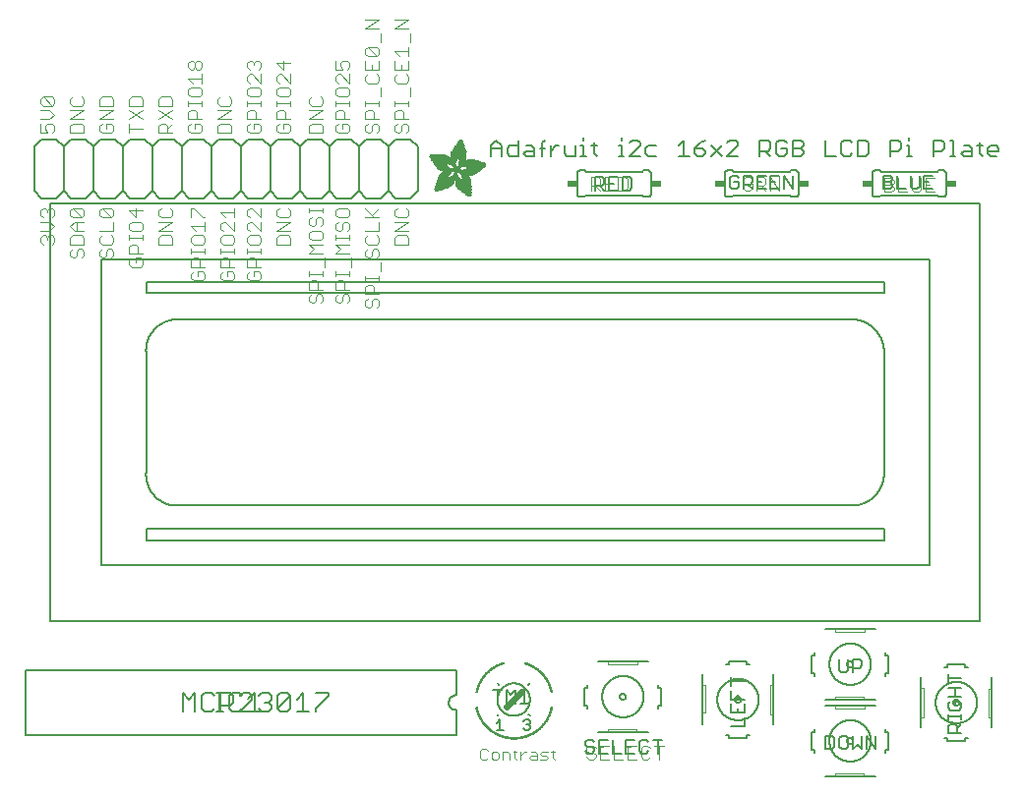
<source format=gbr>
G04 EAGLE Gerber RS-274X export*
G75*
%MOMM*%
%FSLAX34Y34*%
%LPD*%
%INSilkscreen Top*%
%IPPOS*%
%AMOC8*
5,1,8,0,0,1.08239X$1,22.5*%
G01*
%ADD10C,0.076200*%
%ADD11C,0.127000*%
%ADD12C,0.101600*%
%ADD13C,0.152400*%
%ADD14C,0.177800*%
%ADD15C,0.050800*%
%ADD16R,0.863600X0.609600*%
%ADD17C,0.609600*%
%ADD18C,0.015238*%
%ADD19C,0.203200*%
%ADD20R,0.068600X0.007600*%
%ADD21R,0.114300X0.007600*%
%ADD22R,0.152400X0.007700*%
%ADD23R,0.182900X0.007600*%
%ADD24R,0.205700X0.007600*%
%ADD25R,0.228600X0.007600*%
%ADD26R,0.259100X0.007600*%
%ADD27R,0.274300X0.007700*%
%ADD28R,0.289500X0.007600*%
%ADD29R,0.304800X0.007600*%
%ADD30R,0.320100X0.007600*%
%ADD31R,0.342900X0.007600*%
%ADD32R,0.350500X0.007700*%
%ADD33R,0.365800X0.007600*%
%ADD34R,0.381000X0.007600*%
%ADD35R,0.388600X0.007600*%
%ADD36R,0.403800X0.007600*%
%ADD37R,0.419100X0.007700*%
%ADD38R,0.426700X0.007600*%
%ADD39R,0.441900X0.007600*%
%ADD40R,0.449600X0.007600*%
%ADD41R,0.464800X0.007600*%
%ADD42R,0.480000X0.007700*%
%ADD43R,0.487600X0.007600*%
%ADD44R,0.495300X0.007600*%
%ADD45R,0.510500X0.007600*%
%ADD46R,0.518100X0.007600*%
%ADD47R,0.525700X0.007700*%
%ADD48R,0.541000X0.007600*%
%ADD49R,0.548600X0.007600*%
%ADD50R,0.563800X0.007600*%
%ADD51R,0.571500X0.007600*%
%ADD52R,0.579100X0.007700*%
%ADD53R,0.594300X0.007600*%
%ADD54R,0.601900X0.007600*%
%ADD55R,0.609600X0.007600*%
%ADD56R,0.624800X0.007600*%
%ADD57R,0.632400X0.007700*%
%ADD58R,0.640000X0.007600*%
%ADD59R,0.655300X0.007600*%
%ADD60R,0.662900X0.007600*%
%ADD61R,0.678100X0.007600*%
%ADD62R,0.685800X0.007700*%
%ADD63R,0.693400X0.007600*%
%ADD64R,0.708600X0.007600*%
%ADD65R,0.716200X0.007600*%
%ADD66R,0.723900X0.007600*%
%ADD67R,0.739100X0.007700*%
%ADD68R,0.746700X0.007600*%
%ADD69R,0.754300X0.007600*%
%ADD70R,0.769600X0.007600*%
%ADD71R,0.777200X0.007600*%
%ADD72R,0.792400X0.007700*%
%ADD73R,0.800100X0.007600*%
%ADD74R,0.807700X0.007600*%
%ADD75R,0.822900X0.007600*%
%ADD76R,0.830500X0.007600*%
%ADD77R,0.838200X0.007700*%
%ADD78R,0.091500X0.007600*%
%ADD79R,0.853400X0.007600*%
%ADD80R,0.144700X0.007600*%
%ADD81R,0.861000X0.007600*%
%ADD82R,0.190500X0.007600*%
%ADD83R,0.876300X0.007600*%
%ADD84R,0.221000X0.007600*%
%ADD85R,0.883900X0.007600*%
%ADD86R,0.259000X0.007700*%
%ADD87R,0.891500X0.007700*%
%ADD88R,0.289600X0.007600*%
%ADD89R,0.906700X0.007600*%
%ADD90R,0.914400X0.007600*%
%ADD91R,0.350500X0.007600*%
%ADD92R,0.922000X0.007600*%
%ADD93R,0.937200X0.007600*%
%ADD94R,0.411400X0.007700*%
%ADD95R,0.944800X0.007700*%
%ADD96R,0.434300X0.007600*%
%ADD97R,0.952500X0.007600*%
%ADD98R,0.464900X0.007600*%
%ADD99R,0.967700X0.007600*%
%ADD100R,0.975300X0.007600*%
%ADD101R,0.518200X0.007600*%
%ADD102R,0.990600X0.007600*%
%ADD103R,0.548600X0.007700*%
%ADD104R,0.998200X0.007700*%
%ADD105R,1.005800X0.007600*%
%ADD106R,0.594400X0.007600*%
%ADD107R,1.021000X0.007600*%
%ADD108R,0.617200X0.007600*%
%ADD109R,1.028700X0.007600*%
%ADD110R,0.647700X0.007600*%
%ADD111R,1.036300X0.007600*%
%ADD112R,0.670500X0.007700*%
%ADD113R,1.051500X0.007700*%
%ADD114R,1.059100X0.007600*%
%ADD115R,0.716300X0.007600*%
%ADD116R,1.066800X0.007600*%
%ADD117R,0.739100X0.007600*%
%ADD118R,1.074400X0.007600*%
%ADD119R,0.762000X0.007600*%
%ADD120R,1.089600X0.007600*%
%ADD121R,0.784800X0.007700*%
%ADD122R,1.097200X0.007700*%
%ADD123R,1.104900X0.007600*%
%ADD124R,0.830600X0.007600*%
%ADD125R,1.112500X0.007600*%
%ADD126R,0.845800X0.007600*%
%ADD127R,1.120100X0.007600*%
%ADD128R,0.868700X0.007600*%
%ADD129R,1.127700X0.007600*%
%ADD130R,1.135300X0.007700*%
%ADD131R,1.143000X0.007600*%
%ADD132R,0.944900X0.007600*%
%ADD133R,1.150600X0.007600*%
%ADD134R,0.960100X0.007600*%
%ADD135R,1.158200X0.007600*%
%ADD136R,0.983000X0.007600*%
%ADD137R,1.165800X0.007600*%
%ADD138R,1.005900X0.007700*%
%ADD139R,1.173400X0.007700*%
%ADD140R,1.021100X0.007600*%
%ADD141R,1.181100X0.007600*%
%ADD142R,1.044000X0.007600*%
%ADD143R,1.188700X0.007600*%
%ADD144R,1.196300X0.007600*%
%ADD145R,1.082000X0.007600*%
%ADD146R,1.203900X0.007600*%
%ADD147R,1.104900X0.007700*%
%ADD148R,1.211500X0.007700*%
%ADD149R,1.211500X0.007600*%
%ADD150R,1.219200X0.007600*%
%ADD151R,1.226800X0.007600*%
%ADD152R,1.234400X0.007600*%
%ADD153R,1.188700X0.007700*%
%ADD154R,1.242000X0.007700*%
%ADD155R,1.242000X0.007600*%
%ADD156R,1.211600X0.007600*%
%ADD157R,1.249600X0.007600*%
%ADD158R,1.257300X0.007600*%
%ADD159R,1.264900X0.007600*%
%ADD160R,1.242100X0.007700*%
%ADD161R,1.264900X0.007700*%
%ADD162R,1.272500X0.007600*%
%ADD163R,1.265000X0.007600*%
%ADD164R,1.280100X0.007600*%
%ADD165R,1.272600X0.007600*%
%ADD166R,1.287700X0.007600*%
%ADD167R,1.287800X0.007600*%
%ADD168R,1.295400X0.007700*%
%ADD169R,1.303000X0.007600*%
%ADD170R,1.318200X0.007600*%
%ADD171R,1.310600X0.007600*%
%ADD172R,1.325900X0.007600*%
%ADD173R,1.341100X0.007700*%
%ADD174R,1.318200X0.007700*%
%ADD175R,1.341100X0.007600*%
%ADD176R,1.325800X0.007600*%
%ADD177R,1.348700X0.007600*%
%ADD178R,1.364000X0.007600*%
%ADD179R,1.333500X0.007600*%
%ADD180R,1.371600X0.007700*%
%ADD181R,1.379200X0.007600*%
%ADD182R,1.379300X0.007600*%
%ADD183R,1.386900X0.007600*%
%ADD184R,1.394500X0.007600*%
%ADD185R,1.356300X0.007600*%
%ADD186R,1.394400X0.007700*%
%ADD187R,1.356300X0.007700*%
%ADD188R,1.402000X0.007600*%
%ADD189R,1.409700X0.007600*%
%ADD190R,1.363900X0.007600*%
%ADD191R,1.417300X0.007600*%
%ADD192R,1.371600X0.007600*%
%ADD193R,1.424900X0.007700*%
%ADD194R,1.424900X0.007600*%
%ADD195R,1.432600X0.007600*%
%ADD196R,1.440200X0.007600*%
%ADD197R,1.386800X0.007600*%
%ADD198R,1.447800X0.007700*%
%ADD199R,1.386800X0.007700*%
%ADD200R,1.447800X0.007600*%
%ADD201R,1.455500X0.007600*%
%ADD202R,1.394400X0.007600*%
%ADD203R,1.463100X0.007600*%
%ADD204R,1.455400X0.007700*%
%ADD205R,1.463000X0.007600*%
%ADD206R,1.470600X0.007600*%
%ADD207R,1.470600X0.007700*%
%ADD208R,1.409700X0.007700*%
%ADD209R,1.470700X0.007600*%
%ADD210R,1.402100X0.007600*%
%ADD211R,1.478300X0.007600*%
%ADD212R,1.478300X0.007700*%
%ADD213R,1.402100X0.007700*%
%ADD214R,1.485900X0.007600*%
%ADD215R,1.485900X0.007700*%
%ADD216R,1.493500X0.007700*%
%ADD217R,1.493500X0.007600*%
%ADD218R,1.394500X0.007700*%
%ADD219R,1.493600X0.007700*%
%ADD220R,1.386900X0.007700*%
%ADD221R,1.379200X0.007700*%
%ADD222R,2.857500X0.007700*%
%ADD223R,2.857500X0.007600*%
%ADD224R,2.849900X0.007600*%
%ADD225R,2.842300X0.007600*%
%ADD226R,2.834700X0.007700*%
%ADD227R,2.827000X0.007600*%
%ADD228R,2.819400X0.007600*%
%ADD229R,2.811800X0.007600*%
%ADD230R,2.811800X0.007700*%
%ADD231R,2.804100X0.007600*%
%ADD232R,2.796500X0.007600*%
%ADD233R,1.966000X0.007600*%
%ADD234R,1.943100X0.007600*%
%ADD235R,0.754400X0.007600*%
%ADD236R,1.927900X0.007700*%
%ADD237R,0.746700X0.007700*%
%ADD238R,1.912600X0.007600*%
%ADD239R,0.731500X0.007600*%
%ADD240R,1.905000X0.007600*%
%ADD241R,1.882200X0.007600*%
%ADD242R,1.874600X0.007600*%
%ADD243R,1.866900X0.007700*%
%ADD244R,0.708700X0.007700*%
%ADD245R,1.851600X0.007600*%
%ADD246R,0.701100X0.007600*%
%ADD247R,1.844000X0.007600*%
%ADD248R,1.836400X0.007600*%
%ADD249R,1.821200X0.007600*%
%ADD250R,0.685800X0.007600*%
%ADD251R,1.813500X0.007700*%
%ADD252R,1.805900X0.007600*%
%ADD253R,0.678200X0.007600*%
%ADD254R,1.790700X0.007600*%
%ADD255R,0.670600X0.007600*%
%ADD256R,1.775500X0.007600*%
%ADD257R,1.767900X0.007700*%
%ADD258R,0.663000X0.007700*%
%ADD259R,1.760200X0.007600*%
%ADD260R,1.752600X0.007600*%
%ADD261R,0.937300X0.007600*%
%ADD262R,0.792500X0.007600*%
%ADD263R,0.899100X0.007600*%
%ADD264R,0.883900X0.007700*%
%ADD265R,0.716300X0.007700*%
%ADD266R,0.647700X0.007700*%
%ADD267R,0.640100X0.007600*%
%ADD268R,0.632500X0.007600*%
%ADD269R,0.655400X0.007600*%
%ADD270R,0.632400X0.007600*%
%ADD271R,0.845800X0.007700*%
%ADD272R,0.617200X0.007700*%
%ADD273R,0.624800X0.007700*%
%ADD274R,0.602000X0.007600*%
%ADD275R,0.838200X0.007600*%
%ADD276R,0.586700X0.007600*%
%ADD277R,0.548700X0.007600*%
%ADD278R,0.830500X0.007700*%
%ADD279R,0.541000X0.007700*%
%ADD280R,0.594300X0.007700*%
%ADD281R,0.525800X0.007600*%
%ADD282R,0.586800X0.007600*%
%ADD283R,0.815300X0.007600*%
%ADD284R,0.579200X0.007600*%
%ADD285R,0.815400X0.007600*%
%ADD286R,0.815400X0.007700*%
%ADD287R,0.571500X0.007700*%
%ADD288R,0.807800X0.007600*%
%ADD289R,0.563900X0.007600*%
%ADD290R,0.457200X0.007600*%
%ADD291R,0.442000X0.007600*%
%ADD292R,0.556300X0.007600*%
%ADD293R,0.807700X0.007700*%
%ADD294R,0.411500X0.007600*%
%ADD295R,0.533400X0.007600*%
%ADD296R,0.076200X0.007600*%
%ADD297R,0.403900X0.007600*%
%ADD298R,0.525700X0.007600*%
%ADD299R,0.388700X0.007600*%
%ADD300R,0.297200X0.007600*%
%ADD301R,0.373400X0.007700*%
%ADD302R,0.503000X0.007700*%
%ADD303R,0.426800X0.007700*%
%ADD304R,0.358100X0.007600*%
%ADD305R,0.502900X0.007600*%
%ADD306R,0.472400X0.007600*%
%ADD307R,0.487700X0.007600*%
%ADD308R,0.335300X0.007600*%
%ADD309R,0.792500X0.007700*%
%ADD310R,0.327600X0.007700*%
%ADD311R,0.472400X0.007700*%
%ADD312R,0.640000X0.007700*%
%ADD313R,0.784800X0.007600*%
%ADD314R,0.320000X0.007600*%
%ADD315R,0.792400X0.007600*%
%ADD316R,1.173400X0.007600*%
%ADD317R,1.196400X0.007600*%
%ADD318R,0.784900X0.007600*%
%ADD319R,0.784900X0.007700*%
%ADD320R,0.297200X0.007700*%
%ADD321R,1.249700X0.007600*%
%ADD322R,0.281900X0.007600*%
%ADD323R,1.295400X0.007600*%
%ADD324R,0.266700X0.007600*%
%ADD325R,0.777300X0.007700*%
%ADD326R,0.266700X0.007700*%
%ADD327R,1.333500X0.007700*%
%ADD328R,0.777300X0.007600*%
%ADD329R,1.348800X0.007600*%
%ADD330R,0.251500X0.007600*%
%ADD331R,0.243900X0.007700*%
%ADD332R,0.243900X0.007600*%
%ADD333R,1.440100X0.007600*%
%ADD334R,0.236200X0.007600*%
%ADD335R,0.762000X0.007700*%
%ADD336R,0.236200X0.007700*%
%ADD337R,1.508700X0.007700*%
%ADD338R,1.531600X0.007600*%
%ADD339R,1.546900X0.007600*%
%ADD340R,1.569700X0.007600*%
%ADD341R,1.585000X0.007600*%
%ADD342R,0.746800X0.007700*%
%ADD343R,1.607800X0.007700*%
%ADD344R,0.243800X0.007600*%
%ADD345R,1.630700X0.007600*%
%ADD346R,1.653500X0.007600*%
%ADD347R,0.739200X0.007600*%
%ADD348R,1.684000X0.007600*%
%ADD349R,2.019300X0.007600*%
%ADD350R,0.731500X0.007700*%
%ADD351R,2.026900X0.007700*%
%ADD352R,2.049800X0.007600*%
%ADD353R,2.057400X0.007600*%
%ADD354R,0.708700X0.007600*%
%ADD355R,2.072600X0.007600*%
%ADD356R,0.701000X0.007600*%
%ADD357R,2.095500X0.007600*%
%ADD358R,0.693500X0.007700*%
%ADD359R,2.110800X0.007700*%
%ADD360R,2.141200X0.007600*%
%ADD361R,0.060900X0.007600*%
%ADD362R,2.872700X0.007600*%
%ADD363R,3.124200X0.007600*%
%ADD364R,3.177600X0.007600*%
%ADD365R,3.215600X0.007700*%
%ADD366R,3.253700X0.007600*%
%ADD367R,3.284300X0.007600*%
%ADD368R,3.314700X0.007600*%
%ADD369R,3.352800X0.007600*%
%ADD370R,3.375600X0.007700*%
%ADD371R,3.406200X0.007600*%
%ADD372R,3.429000X0.007600*%
%ADD373R,3.451800X0.007600*%
%ADD374R,3.482400X0.007600*%
%ADD375R,1.828800X0.007700*%
%ADD376R,1.539300X0.007700*%
%ADD377R,1.767900X0.007600*%
%ADD378R,1.767800X0.007600*%
%ADD379R,1.760200X0.007700*%
%ADD380R,1.760300X0.007600*%
%ADD381R,1.775400X0.007700*%
%ADD382R,1.379300X0.007700*%
%ADD383R,1.783000X0.007600*%
%ADD384R,1.813500X0.007600*%
%ADD385R,1.821100X0.007700*%
%ADD386R,0.503000X0.007600*%
%ADD387R,1.135400X0.007600*%
%ADD388R,1.127700X0.007700*%
%ADD389R,0.487700X0.007700*%
%ADD390R,1.120200X0.007600*%
%ADD391R,1.097300X0.007600*%
%ADD392R,0.510600X0.007600*%
%ADD393R,1.074400X0.007700*%
%ADD394R,0.525800X0.007700*%
%ADD395R,1.440200X0.007700*%
%ADD396R,1.059200X0.007600*%
%ADD397R,1.051600X0.007600*%
%ADD398R,1.051500X0.007600*%
%ADD399R,1.043900X0.007700*%
%ADD400R,0.602000X0.007700*%
%ADD401R,1.524000X0.007600*%
%ADD402R,1.539300X0.007600*%
%ADD403R,1.592600X0.007600*%
%ADD404R,1.021100X0.007700*%
%ADD405R,1.615400X0.007700*%
%ADD406R,1.013400X0.007600*%
%ADD407R,1.653600X0.007600*%
%ADD408R,1.013500X0.007600*%
%ADD409R,1.699300X0.007600*%
%ADD410R,2.743200X0.007600*%
%ADD411R,1.005900X0.007600*%
%ADD412R,2.415500X0.007600*%
%ADD413R,1.005800X0.007700*%
%ADD414R,0.281900X0.007700*%
%ADD415R,2.408000X0.007700*%
%ADD416R,2.407900X0.007600*%
%ADD417R,0.998200X0.007600*%
%ADD418R,0.282000X0.007600*%
%ADD419R,0.998300X0.007600*%
%ADD420R,2.400300X0.007600*%
%ADD421R,0.289500X0.007700*%
%ADD422R,2.400300X0.007700*%
%ADD423R,0.297100X0.007600*%
%ADD424R,0.312400X0.007600*%
%ADD425R,2.392700X0.007600*%
%ADD426R,0.990600X0.007700*%
%ADD427R,0.327700X0.007700*%
%ADD428R,2.392700X0.007700*%
%ADD429R,2.385100X0.007600*%
%ADD430R,0.381000X0.007700*%
%ADD431R,2.377400X0.007700*%
%ADD432R,2.377400X0.007600*%
%ADD433R,2.369800X0.007600*%
%ADD434R,0.419100X0.007600*%
%ADD435R,2.362200X0.007600*%
%ADD436R,0.426800X0.007600*%
%ADD437R,1.036300X0.007700*%
%ADD438R,0.442000X0.007700*%
%ADD439R,2.354600X0.007700*%
%ADD440R,2.354600X0.007600*%
%ADD441R,0.480100X0.007600*%
%ADD442R,2.347000X0.007600*%
%ADD443R,1.074500X0.007600*%
%ADD444R,2.339400X0.007600*%
%ADD445R,1.082100X0.007700*%
%ADD446R,0.548700X0.007700*%
%ADD447R,2.331800X0.007700*%
%ADD448R,2.331800X0.007600*%
%ADD449R,0.624900X0.007600*%
%ADD450R,2.324100X0.007600*%
%ADD451R,1.859300X0.007600*%
%ADD452R,2.308800X0.007600*%
%ADD453R,2.301200X0.007700*%
%ADD454R,2.301200X0.007600*%
%ADD455R,2.293600X0.007600*%
%ADD456R,2.278400X0.007600*%
%ADD457R,1.889800X0.007600*%
%ADD458R,2.270700X0.007600*%
%ADD459R,1.897400X0.007700*%
%ADD460R,2.255500X0.007700*%
%ADD461R,1.897400X0.007600*%
%ADD462R,2.247900X0.007600*%
%ADD463R,2.232600X0.007600*%
%ADD464R,1.912700X0.007600*%
%ADD465R,2.209800X0.007600*%
%ADD466R,1.920300X0.007600*%
%ADD467R,2.186900X0.007600*%
%ADD468R,1.920300X0.007700*%
%ADD469R,2.171700X0.007700*%
%ADD470R,1.935500X0.007600*%
%ADD471R,2.148800X0.007600*%
%ADD472R,2.126000X0.007600*%
%ADD473R,1.950700X0.007600*%
%ADD474R,1.958400X0.007700*%
%ADD475R,2.042200X0.007700*%
%ADD476R,1.973600X0.007600*%
%ADD477R,1.996500X0.007600*%
%ADD478R,1.981200X0.007600*%
%ADD479R,1.988800X0.007600*%
%ADD480R,1.996400X0.007700*%
%ADD481R,1.996400X0.007600*%
%ADD482R,2.004100X0.007600*%
%ADD483R,1.874500X0.007600*%
%ADD484R,1.425000X0.007600*%
%ADD485R,2.026900X0.007600*%
%ADD486R,0.434400X0.007700*%
%ADD487R,1.364000X0.007700*%
%ADD488R,2.034500X0.007600*%
%ADD489R,0.434400X0.007600*%
%ADD490R,2.049700X0.007600*%
%ADD491R,2.065000X0.007700*%
%ADD492R,0.464800X0.007700*%
%ADD493R,1.196300X0.007700*%
%ADD494R,2.080300X0.007600*%
%ADD495R,1.158300X0.007600*%
%ADD496R,2.087900X0.007600*%
%ADD497R,0.472500X0.007600*%
%ADD498R,2.103100X0.007600*%
%ADD499R,2.118400X0.007600*%
%ADD500R,2.133600X0.007600*%
%ADD501R,2.148800X0.007700*%
%ADD502R,2.164000X0.007600*%
%ADD503R,2.171700X0.007600*%
%ADD504R,2.187000X0.007600*%
%ADD505R,0.556200X0.007600*%
%ADD506R,2.202200X0.007700*%
%ADD507R,0.556200X0.007700*%
%ADD508R,0.640100X0.007700*%
%ADD509R,0.579100X0.007600*%
%ADD510R,0.480000X0.007600*%
%ADD511R,1.752600X0.007700*%
%ADD512R,0.487600X0.007700*%
%ADD513R,0.594400X0.007700*%
%ADD514R,0.358100X0.007700*%
%ADD515R,0.099000X0.007600*%
%ADD516R,1.280200X0.007600*%
%ADD517R,1.745000X0.007600*%
%ADD518R,1.744900X0.007600*%
%ADD519R,1.737300X0.007700*%
%ADD520R,1.737400X0.007600*%
%ADD521R,1.729800X0.007600*%
%ADD522R,1.722200X0.007600*%
%ADD523R,1.722100X0.007600*%
%ADD524R,1.714500X0.007700*%
%ADD525R,1.356400X0.007700*%
%ADD526R,1.706900X0.007600*%
%ADD527R,1.356400X0.007600*%
%ADD528R,1.691700X0.007600*%
%ADD529R,1.668800X0.007700*%
%ADD530R,1.645900X0.007600*%
%ADD531R,1.623100X0.007600*%
%ADD532R,1.577400X0.007600*%
%ADD533R,1.554400X0.007600*%
%ADD534R,1.539200X0.007600*%
%ADD535R,1.524000X0.007700*%
%ADD536R,1.501100X0.007600*%
%ADD537R,1.455400X0.007600*%
%ADD538R,1.348800X0.007700*%
%ADD539R,1.318300X0.007600*%
%ADD540R,1.310600X0.007700*%
%ADD541R,1.287800X0.007700*%
%ADD542R,1.234500X0.007600*%
%ADD543R,1.226900X0.007600*%
%ADD544R,1.173500X0.007700*%
%ADD545R,1.173500X0.007600*%
%ADD546R,1.165900X0.007600*%
%ADD547R,1.143000X0.007700*%
%ADD548R,1.127800X0.007600*%
%ADD549R,1.097200X0.007600*%
%ADD550R,1.028700X0.007700*%
%ADD551R,0.982900X0.007600*%
%ADD552R,0.952500X0.007700*%
%ADD553R,0.929600X0.007600*%
%ADD554R,0.906800X0.007700*%
%ADD555R,0.906800X0.007600*%
%ADD556R,0.899200X0.007600*%
%ADD557R,0.884000X0.007600*%
%ADD558R,0.876300X0.007700*%
%ADD559R,0.830600X0.007700*%
%ADD560R,0.754400X0.007700*%
%ADD561R,0.746800X0.007600*%
%ADD562R,0.708600X0.007700*%
%ADD563R,0.678200X0.007700*%
%ADD564R,0.663000X0.007600*%
%ADD565R,0.632500X0.007700*%
%ADD566R,0.556300X0.007700*%
%ADD567R,0.518200X0.007700*%
%ADD568R,0.434300X0.007700*%
%ADD569R,0.396300X0.007700*%
%ADD570R,0.373300X0.007600*%
%ADD571R,0.365700X0.007600*%
%ADD572R,0.327700X0.007600*%
%ADD573R,0.304800X0.007700*%
%ADD574R,0.274300X0.007600*%
%ADD575R,0.243800X0.007700*%
%ADD576R,0.205800X0.007600*%
%ADD577R,0.152400X0.007600*%
%ADD578R,0.121900X0.007700*%


D10*
X401886Y25999D02*
X400318Y27567D01*
X397183Y27567D01*
X395615Y25999D01*
X395615Y19729D01*
X397183Y18161D01*
X400318Y18161D01*
X401886Y19729D01*
X406538Y18161D02*
X409674Y18161D01*
X411241Y19729D01*
X411241Y22864D01*
X409674Y24432D01*
X406538Y24432D01*
X404971Y22864D01*
X404971Y19729D01*
X406538Y18161D01*
X414326Y18161D02*
X414326Y24432D01*
X419029Y24432D01*
X420597Y22864D01*
X420597Y18161D01*
X425249Y19729D02*
X425249Y25999D01*
X425249Y19729D02*
X426816Y18161D01*
X426816Y24432D02*
X423681Y24432D01*
X429918Y24432D02*
X429918Y18161D01*
X429918Y21296D02*
X433053Y24432D01*
X434621Y24432D01*
X439281Y24432D02*
X442417Y24432D01*
X443984Y22864D01*
X443984Y18161D01*
X439281Y18161D01*
X437714Y19729D01*
X439281Y21296D01*
X443984Y21296D01*
X447069Y18161D02*
X451772Y18161D01*
X453340Y19729D01*
X451772Y21296D01*
X448637Y21296D01*
X447069Y22864D01*
X448637Y24432D01*
X453340Y24432D01*
X457992Y25999D02*
X457992Y19729D01*
X459559Y18161D01*
X459559Y24432D02*
X456424Y24432D01*
D11*
X404495Y537845D02*
X404495Y547166D01*
X409156Y551827D01*
X413816Y547166D01*
X413816Y537845D01*
X413816Y544836D02*
X404495Y544836D01*
X427849Y551827D02*
X427849Y537845D01*
X420858Y537845D01*
X418528Y540175D01*
X418528Y544836D01*
X420858Y547166D01*
X427849Y547166D01*
X434891Y547166D02*
X439552Y547166D01*
X441882Y544836D01*
X441882Y537845D01*
X434891Y537845D01*
X432561Y540175D01*
X434891Y542506D01*
X441882Y542506D01*
X448924Y537845D02*
X448924Y549497D01*
X451254Y551827D01*
X451254Y544836D02*
X446593Y544836D01*
X455949Y547166D02*
X455949Y537845D01*
X455949Y542506D02*
X460609Y547166D01*
X462940Y547166D01*
X467643Y547166D02*
X467643Y540175D01*
X469973Y537845D01*
X476964Y537845D01*
X476964Y547166D01*
X481675Y547166D02*
X484006Y547166D01*
X484006Y537845D01*
X486336Y537845D02*
X481675Y537845D01*
X484006Y551827D02*
X484006Y554157D01*
X493361Y549497D02*
X493361Y540175D01*
X495691Y537845D01*
X495691Y547166D02*
X491030Y547166D01*
X514418Y547166D02*
X516749Y547166D01*
X516749Y537845D01*
X519079Y537845D02*
X514418Y537845D01*
X516749Y551827D02*
X516749Y554157D01*
X523774Y537845D02*
X533095Y537845D01*
X523774Y537845D02*
X533095Y547166D01*
X533095Y549497D01*
X530765Y551827D01*
X526104Y551827D01*
X523774Y549497D01*
X540137Y547166D02*
X547128Y547166D01*
X540137Y547166D02*
X537806Y544836D01*
X537806Y540175D01*
X540137Y537845D01*
X547128Y537845D01*
X565872Y547166D02*
X570533Y551827D01*
X570533Y537845D01*
X575193Y537845D02*
X565872Y537845D01*
X584565Y549497D02*
X589226Y551827D01*
X584565Y549497D02*
X579905Y544836D01*
X579905Y540175D01*
X582235Y537845D01*
X586896Y537845D01*
X589226Y540175D01*
X589226Y542506D01*
X586896Y544836D01*
X579905Y544836D01*
X593938Y547166D02*
X603259Y537845D01*
X593938Y537845D02*
X603259Y547166D01*
X607970Y537845D02*
X617292Y537845D01*
X617292Y547166D02*
X607970Y537845D01*
X617292Y547166D02*
X617292Y549497D01*
X614961Y551827D01*
X610301Y551827D01*
X607970Y549497D01*
X636036Y551827D02*
X636036Y537845D01*
X636036Y551827D02*
X643027Y551827D01*
X645357Y549497D01*
X645357Y544836D01*
X643027Y542506D01*
X636036Y542506D01*
X640697Y542506D02*
X645357Y537845D01*
X657060Y551827D02*
X659390Y549497D01*
X657060Y551827D02*
X652399Y551827D01*
X650069Y549497D01*
X650069Y540175D01*
X652399Y537845D01*
X657060Y537845D01*
X659390Y540175D01*
X659390Y544836D01*
X654729Y544836D01*
X664101Y537845D02*
X664101Y551827D01*
X671092Y551827D01*
X673423Y549497D01*
X673423Y547166D01*
X671092Y544836D01*
X673423Y542506D01*
X673423Y540175D01*
X671092Y537845D01*
X664101Y537845D01*
X664101Y544836D02*
X671092Y544836D01*
X692167Y551827D02*
X692167Y537845D01*
X701488Y537845D01*
X713191Y551827D02*
X715521Y549497D01*
X713191Y551827D02*
X708530Y551827D01*
X706200Y549497D01*
X706200Y540175D01*
X708530Y537845D01*
X713191Y537845D01*
X715521Y540175D01*
X720233Y537845D02*
X720233Y551827D01*
X720233Y537845D02*
X727224Y537845D01*
X729554Y540175D01*
X729554Y549497D01*
X727224Y551827D01*
X720233Y551827D01*
X748298Y551827D02*
X748298Y537845D01*
X748298Y551827D02*
X755289Y551827D01*
X757619Y549497D01*
X757619Y544836D01*
X755289Y542506D01*
X748298Y542506D01*
X762331Y547166D02*
X764661Y547166D01*
X764661Y537845D01*
X762331Y537845D02*
X766992Y537845D01*
X764661Y551827D02*
X764661Y554157D01*
X785719Y551827D02*
X785719Y537845D01*
X785719Y551827D02*
X792710Y551827D01*
X795040Y549497D01*
X795040Y544836D01*
X792710Y542506D01*
X785719Y542506D01*
X799752Y551827D02*
X802082Y551827D01*
X802082Y537845D01*
X799752Y537845D02*
X804412Y537845D01*
X811437Y547166D02*
X816098Y547166D01*
X818428Y544836D01*
X818428Y537845D01*
X811437Y537845D01*
X809107Y540175D01*
X811437Y542506D01*
X818428Y542506D01*
X825470Y540175D02*
X825470Y549497D01*
X825470Y540175D02*
X827800Y537845D01*
X827800Y547166D02*
X823140Y547166D01*
X834825Y537845D02*
X839486Y537845D01*
X834825Y537845D02*
X832495Y540175D01*
X832495Y544836D01*
X834825Y547166D01*
X839486Y547166D01*
X841816Y544836D01*
X841816Y542506D01*
X832495Y542506D01*
D12*
X490728Y520202D02*
X490728Y508508D01*
X490728Y520202D02*
X496575Y520202D01*
X498524Y518253D01*
X498524Y514355D01*
X496575Y512406D01*
X490728Y512406D01*
X494626Y512406D02*
X498524Y508508D01*
X502422Y520202D02*
X510218Y520202D01*
X502422Y520202D02*
X502422Y508508D01*
X510218Y508508D01*
X506320Y514355D02*
X502422Y514355D01*
X514116Y520202D02*
X514116Y508508D01*
X519963Y508508D01*
X521912Y510457D01*
X521912Y518253D01*
X519963Y520202D01*
X514116Y520202D01*
X627385Y520202D02*
X629334Y518253D01*
X627385Y520202D02*
X623487Y520202D01*
X621538Y518253D01*
X621538Y510457D01*
X623487Y508508D01*
X627385Y508508D01*
X629334Y510457D01*
X629334Y514355D01*
X625436Y514355D01*
X633232Y508508D02*
X633232Y520202D01*
X639079Y520202D01*
X641028Y518253D01*
X641028Y514355D01*
X639079Y512406D01*
X633232Y512406D01*
X637130Y512406D02*
X641028Y508508D01*
X644926Y508508D02*
X644926Y520202D01*
X652722Y508508D01*
X652722Y520202D01*
X743458Y518932D02*
X743458Y507238D01*
X743458Y518932D02*
X749305Y518932D01*
X751254Y516983D01*
X751254Y515034D01*
X749305Y513085D01*
X751254Y511136D01*
X751254Y509187D01*
X749305Y507238D01*
X743458Y507238D01*
X743458Y513085D02*
X749305Y513085D01*
X755152Y518932D02*
X755152Y507238D01*
X762948Y507238D01*
X766846Y509187D02*
X766846Y518932D01*
X766846Y509187D02*
X768795Y507238D01*
X772693Y507238D01*
X774642Y509187D01*
X774642Y518932D01*
X778540Y518932D02*
X786336Y518932D01*
X778540Y518932D02*
X778540Y507238D01*
X786336Y507238D01*
X782438Y513085D02*
X778540Y513085D01*
X492765Y29982D02*
X494714Y28033D01*
X492765Y29982D02*
X488867Y29982D01*
X486918Y28033D01*
X486918Y26084D01*
X488867Y24135D01*
X492765Y24135D01*
X494714Y22186D01*
X494714Y20237D01*
X492765Y18288D01*
X488867Y18288D01*
X486918Y20237D01*
X498612Y29982D02*
X506408Y29982D01*
X498612Y29982D02*
X498612Y18288D01*
X506408Y18288D01*
X502510Y24135D02*
X498612Y24135D01*
X510306Y29982D02*
X510306Y18288D01*
X518102Y18288D01*
X522000Y29982D02*
X529796Y29982D01*
X522000Y29982D02*
X522000Y18288D01*
X529796Y18288D01*
X525898Y24135D02*
X522000Y24135D01*
X539541Y29982D02*
X541490Y28033D01*
X539541Y29982D02*
X535643Y29982D01*
X533694Y28033D01*
X533694Y20237D01*
X535643Y18288D01*
X539541Y18288D01*
X541490Y20237D01*
X549286Y18288D02*
X549286Y29982D01*
X545388Y29982D02*
X553184Y29982D01*
D13*
X139192Y59182D02*
X139192Y75452D01*
X144615Y70029D01*
X150039Y75452D01*
X150039Y59182D01*
X163699Y75452D02*
X166410Y72740D01*
X163699Y75452D02*
X158275Y75452D01*
X155564Y72740D01*
X155564Y61894D01*
X158275Y59182D01*
X163699Y59182D01*
X166410Y61894D01*
X171935Y59182D02*
X171935Y75452D01*
X180070Y75452D01*
X182782Y72740D01*
X182782Y67317D01*
X180070Y64605D01*
X171935Y64605D01*
X188307Y59182D02*
X199153Y59182D01*
X188307Y59182D02*
X199153Y70029D01*
X199153Y72740D01*
X196442Y75452D01*
X191018Y75452D01*
X188307Y72740D01*
X204678Y72740D02*
X207390Y75452D01*
X212813Y75452D01*
X215525Y72740D01*
X215525Y70029D01*
X212813Y67317D01*
X210102Y67317D01*
X212813Y67317D02*
X215525Y64605D01*
X215525Y61894D01*
X212813Y59182D01*
X207390Y59182D01*
X204678Y61894D01*
X221050Y61894D02*
X221050Y72740D01*
X223761Y75452D01*
X229185Y75452D01*
X231896Y72740D01*
X231896Y61894D01*
X229185Y59182D01*
X223761Y59182D01*
X221050Y61894D01*
X231896Y72740D01*
X237421Y70029D02*
X242845Y75452D01*
X242845Y59182D01*
X248268Y59182D02*
X237421Y59182D01*
X253793Y75452D02*
X264640Y75452D01*
X264640Y72740D01*
X253793Y61894D01*
X253793Y59182D01*
X374650Y73660D02*
X374650Y95250D01*
X374650Y73660D02*
X374492Y73658D01*
X374333Y73652D01*
X374175Y73642D01*
X374018Y73628D01*
X373860Y73611D01*
X373704Y73589D01*
X373547Y73564D01*
X373392Y73534D01*
X373237Y73501D01*
X373083Y73464D01*
X372930Y73423D01*
X372778Y73378D01*
X372628Y73329D01*
X372478Y73277D01*
X372330Y73221D01*
X372183Y73161D01*
X372038Y73098D01*
X371895Y73031D01*
X371753Y72961D01*
X371613Y72887D01*
X371475Y72809D01*
X371339Y72728D01*
X371205Y72644D01*
X371073Y72557D01*
X370943Y72466D01*
X370816Y72372D01*
X370691Y72275D01*
X370568Y72174D01*
X370448Y72071D01*
X370331Y71965D01*
X370216Y71856D01*
X370104Y71744D01*
X369995Y71629D01*
X369889Y71512D01*
X369786Y71392D01*
X369685Y71269D01*
X369588Y71144D01*
X369494Y71017D01*
X369403Y70887D01*
X369316Y70755D01*
X369232Y70621D01*
X369151Y70485D01*
X369073Y70347D01*
X368999Y70207D01*
X368929Y70065D01*
X368862Y69922D01*
X368799Y69777D01*
X368739Y69630D01*
X368683Y69482D01*
X368631Y69332D01*
X368582Y69182D01*
X368537Y69030D01*
X368496Y68877D01*
X368459Y68723D01*
X368426Y68568D01*
X368396Y68413D01*
X368371Y68256D01*
X368349Y68100D01*
X368332Y67942D01*
X368318Y67785D01*
X368308Y67627D01*
X368302Y67468D01*
X368300Y67310D01*
X368302Y67152D01*
X368308Y66993D01*
X368318Y66835D01*
X368332Y66678D01*
X368349Y66520D01*
X368371Y66364D01*
X368396Y66207D01*
X368426Y66052D01*
X368459Y65897D01*
X368496Y65743D01*
X368537Y65590D01*
X368582Y65438D01*
X368631Y65288D01*
X368683Y65138D01*
X368739Y64990D01*
X368799Y64843D01*
X368862Y64698D01*
X368929Y64555D01*
X368999Y64413D01*
X369073Y64273D01*
X369151Y64135D01*
X369232Y63999D01*
X369316Y63865D01*
X369403Y63733D01*
X369494Y63603D01*
X369588Y63476D01*
X369685Y63351D01*
X369786Y63228D01*
X369889Y63108D01*
X369995Y62991D01*
X370104Y62876D01*
X370216Y62764D01*
X370331Y62655D01*
X370448Y62549D01*
X370568Y62446D01*
X370691Y62345D01*
X370816Y62248D01*
X370943Y62154D01*
X371073Y62063D01*
X371205Y61976D01*
X371339Y61892D01*
X371475Y61811D01*
X371613Y61733D01*
X371753Y61659D01*
X371895Y61589D01*
X372038Y61522D01*
X372183Y61459D01*
X372330Y61399D01*
X372478Y61343D01*
X372628Y61291D01*
X372778Y61242D01*
X372930Y61197D01*
X373083Y61156D01*
X373237Y61119D01*
X373392Y61086D01*
X373547Y61056D01*
X373704Y61031D01*
X373860Y61009D01*
X374018Y60992D01*
X374175Y60978D01*
X374333Y60968D01*
X374492Y60962D01*
X374650Y60960D01*
X374650Y95250D02*
X3810Y95250D01*
X374650Y60960D02*
X374650Y39370D01*
X3810Y39370D01*
X3810Y95250D01*
D14*
X168529Y59563D02*
X173868Y59563D01*
X171198Y59563D02*
X171198Y75579D01*
X168529Y75579D02*
X173868Y75579D01*
X187451Y75579D02*
X190121Y72909D01*
X187451Y75579D02*
X182113Y75579D01*
X179443Y72909D01*
X179443Y62232D01*
X182113Y59563D01*
X187451Y59563D01*
X190121Y62232D01*
X195815Y70240D02*
X201154Y75579D01*
X201154Y59563D01*
X206492Y59563D02*
X195815Y59563D01*
D13*
X744220Y92710D02*
X746760Y92710D01*
X746760Y107950D01*
X744220Y107950D01*
X683260Y107950D02*
X680720Y107950D01*
X680720Y92710D01*
X683260Y92710D01*
D15*
X701040Y128270D02*
X701040Y130810D01*
X701040Y128270D02*
X726440Y128270D01*
X726440Y130810D01*
X725170Y72390D02*
X701040Y72390D01*
X725170Y72390D02*
X725170Y69850D01*
X701040Y69850D02*
X701040Y72390D01*
D13*
X701040Y69850D02*
X692150Y69850D01*
X726440Y130810D02*
X735330Y130810D01*
X726440Y130810D02*
X701040Y130810D01*
X692150Y130810D01*
X701040Y69850D02*
X725170Y69850D01*
X735330Y69850D01*
X744220Y90170D02*
X744220Y92710D01*
X744220Y107950D02*
X744220Y110490D01*
X683260Y92710D02*
X683260Y90170D01*
X683260Y107950D02*
X683260Y110490D01*
X695960Y100330D02*
X695965Y100766D01*
X695981Y101202D01*
X696008Y101638D01*
X696046Y102073D01*
X696094Y102506D01*
X696152Y102939D01*
X696222Y103370D01*
X696302Y103799D01*
X696392Y104226D01*
X696493Y104650D01*
X696604Y105072D01*
X696726Y105491D01*
X696857Y105907D01*
X696999Y106320D01*
X697151Y106729D01*
X697313Y107134D01*
X697485Y107535D01*
X697667Y107932D01*
X697858Y108324D01*
X698059Y108711D01*
X698270Y109094D01*
X698490Y109471D01*
X698719Y109842D01*
X698956Y110208D01*
X699203Y110568D01*
X699459Y110922D01*
X699723Y111269D01*
X699996Y111610D01*
X700277Y111943D01*
X700566Y112270D01*
X700863Y112590D01*
X701168Y112902D01*
X701480Y113207D01*
X701800Y113504D01*
X702127Y113793D01*
X702460Y114074D01*
X702801Y114347D01*
X703148Y114611D01*
X703502Y114867D01*
X703862Y115114D01*
X704228Y115351D01*
X704599Y115580D01*
X704976Y115800D01*
X705359Y116011D01*
X705746Y116212D01*
X706138Y116403D01*
X706535Y116585D01*
X706936Y116757D01*
X707341Y116919D01*
X707750Y117071D01*
X708163Y117213D01*
X708579Y117344D01*
X708998Y117466D01*
X709420Y117577D01*
X709844Y117678D01*
X710271Y117768D01*
X710700Y117848D01*
X711131Y117918D01*
X711564Y117976D01*
X711997Y118024D01*
X712432Y118062D01*
X712868Y118089D01*
X713304Y118105D01*
X713740Y118110D01*
X714176Y118105D01*
X714612Y118089D01*
X715048Y118062D01*
X715483Y118024D01*
X715916Y117976D01*
X716349Y117918D01*
X716780Y117848D01*
X717209Y117768D01*
X717636Y117678D01*
X718060Y117577D01*
X718482Y117466D01*
X718901Y117344D01*
X719317Y117213D01*
X719730Y117071D01*
X720139Y116919D01*
X720544Y116757D01*
X720945Y116585D01*
X721342Y116403D01*
X721734Y116212D01*
X722121Y116011D01*
X722504Y115800D01*
X722881Y115580D01*
X723252Y115351D01*
X723618Y115114D01*
X723978Y114867D01*
X724332Y114611D01*
X724679Y114347D01*
X725020Y114074D01*
X725353Y113793D01*
X725680Y113504D01*
X726000Y113207D01*
X726312Y112902D01*
X726617Y112590D01*
X726914Y112270D01*
X727203Y111943D01*
X727484Y111610D01*
X727757Y111269D01*
X728021Y110922D01*
X728277Y110568D01*
X728524Y110208D01*
X728761Y109842D01*
X728990Y109471D01*
X729210Y109094D01*
X729421Y108711D01*
X729622Y108324D01*
X729813Y107932D01*
X729995Y107535D01*
X730167Y107134D01*
X730329Y106729D01*
X730481Y106320D01*
X730623Y105907D01*
X730754Y105491D01*
X730876Y105072D01*
X730987Y104650D01*
X731088Y104226D01*
X731178Y103799D01*
X731258Y103370D01*
X731328Y102939D01*
X731386Y102506D01*
X731434Y102073D01*
X731472Y101638D01*
X731499Y101202D01*
X731515Y100766D01*
X731520Y100330D01*
X731515Y99894D01*
X731499Y99458D01*
X731472Y99022D01*
X731434Y98587D01*
X731386Y98154D01*
X731328Y97721D01*
X731258Y97290D01*
X731178Y96861D01*
X731088Y96434D01*
X730987Y96010D01*
X730876Y95588D01*
X730754Y95169D01*
X730623Y94753D01*
X730481Y94340D01*
X730329Y93931D01*
X730167Y93526D01*
X729995Y93125D01*
X729813Y92728D01*
X729622Y92336D01*
X729421Y91949D01*
X729210Y91566D01*
X728990Y91189D01*
X728761Y90818D01*
X728524Y90452D01*
X728277Y90092D01*
X728021Y89738D01*
X727757Y89391D01*
X727484Y89050D01*
X727203Y88717D01*
X726914Y88390D01*
X726617Y88070D01*
X726312Y87758D01*
X726000Y87453D01*
X725680Y87156D01*
X725353Y86867D01*
X725020Y86586D01*
X724679Y86313D01*
X724332Y86049D01*
X723978Y85793D01*
X723618Y85546D01*
X723252Y85309D01*
X722881Y85080D01*
X722504Y84860D01*
X722121Y84649D01*
X721734Y84448D01*
X721342Y84257D01*
X720945Y84075D01*
X720544Y83903D01*
X720139Y83741D01*
X719730Y83589D01*
X719317Y83447D01*
X718901Y83316D01*
X718482Y83194D01*
X718060Y83083D01*
X717636Y82982D01*
X717209Y82892D01*
X716780Y82812D01*
X716349Y82742D01*
X715916Y82684D01*
X715483Y82636D01*
X715048Y82598D01*
X714612Y82571D01*
X714176Y82555D01*
X713740Y82550D01*
X713304Y82555D01*
X712868Y82571D01*
X712432Y82598D01*
X711997Y82636D01*
X711564Y82684D01*
X711131Y82742D01*
X710700Y82812D01*
X710271Y82892D01*
X709844Y82982D01*
X709420Y83083D01*
X708998Y83194D01*
X708579Y83316D01*
X708163Y83447D01*
X707750Y83589D01*
X707341Y83741D01*
X706936Y83903D01*
X706535Y84075D01*
X706138Y84257D01*
X705746Y84448D01*
X705359Y84649D01*
X704976Y84860D01*
X704599Y85080D01*
X704228Y85309D01*
X703862Y85546D01*
X703502Y85793D01*
X703148Y86049D01*
X702801Y86313D01*
X702460Y86586D01*
X702127Y86867D01*
X701800Y87156D01*
X701480Y87453D01*
X701168Y87758D01*
X700863Y88070D01*
X700566Y88390D01*
X700277Y88717D01*
X699996Y89050D01*
X699723Y89391D01*
X699459Y89738D01*
X699203Y90092D01*
X698956Y90452D01*
X698719Y90818D01*
X698490Y91189D01*
X698270Y91566D01*
X698059Y91949D01*
X697858Y92336D01*
X697667Y92728D01*
X697485Y93125D01*
X697313Y93526D01*
X697151Y93931D01*
X696999Y94340D01*
X696857Y94753D01*
X696726Y95169D01*
X696604Y95588D01*
X696493Y96010D01*
X696392Y96434D01*
X696302Y96861D01*
X696222Y97290D01*
X696152Y97721D01*
X696094Y98154D01*
X696046Y98587D01*
X696008Y99022D01*
X695981Y99458D01*
X695965Y99894D01*
X695960Y100330D01*
X711200Y100330D02*
X711202Y100430D01*
X711208Y100531D01*
X711218Y100630D01*
X711232Y100730D01*
X711249Y100829D01*
X711271Y100927D01*
X711297Y101024D01*
X711326Y101120D01*
X711359Y101214D01*
X711396Y101308D01*
X711436Y101400D01*
X711480Y101490D01*
X711528Y101578D01*
X711579Y101665D01*
X711633Y101749D01*
X711691Y101831D01*
X711752Y101911D01*
X711816Y101988D01*
X711883Y102063D01*
X711953Y102135D01*
X712026Y102204D01*
X712101Y102270D01*
X712179Y102334D01*
X712259Y102394D01*
X712342Y102451D01*
X712427Y102504D01*
X712514Y102554D01*
X712603Y102601D01*
X712693Y102644D01*
X712785Y102684D01*
X712879Y102720D01*
X712974Y102752D01*
X713070Y102780D01*
X713168Y102805D01*
X713266Y102825D01*
X713365Y102842D01*
X713465Y102855D01*
X713564Y102864D01*
X713665Y102869D01*
X713765Y102870D01*
X713865Y102867D01*
X713966Y102860D01*
X714065Y102849D01*
X714165Y102834D01*
X714263Y102816D01*
X714361Y102793D01*
X714458Y102766D01*
X714553Y102736D01*
X714648Y102702D01*
X714741Y102664D01*
X714832Y102623D01*
X714922Y102578D01*
X715010Y102530D01*
X715096Y102478D01*
X715180Y102423D01*
X715261Y102364D01*
X715340Y102302D01*
X715417Y102238D01*
X715491Y102170D01*
X715562Y102099D01*
X715631Y102026D01*
X715696Y101950D01*
X715759Y101871D01*
X715818Y101790D01*
X715874Y101707D01*
X715927Y101622D01*
X715976Y101534D01*
X716022Y101445D01*
X716064Y101354D01*
X716103Y101261D01*
X716138Y101167D01*
X716169Y101072D01*
X716197Y100975D01*
X716220Y100878D01*
X716240Y100779D01*
X716256Y100680D01*
X716268Y100581D01*
X716276Y100480D01*
X716280Y100380D01*
X716280Y100280D01*
X716276Y100180D01*
X716268Y100079D01*
X716256Y99980D01*
X716240Y99881D01*
X716220Y99782D01*
X716197Y99685D01*
X716169Y99588D01*
X716138Y99493D01*
X716103Y99399D01*
X716064Y99306D01*
X716022Y99215D01*
X715976Y99126D01*
X715927Y99038D01*
X715874Y98953D01*
X715818Y98870D01*
X715759Y98789D01*
X715696Y98710D01*
X715631Y98634D01*
X715562Y98561D01*
X715491Y98490D01*
X715417Y98422D01*
X715340Y98358D01*
X715261Y98296D01*
X715180Y98237D01*
X715096Y98182D01*
X715010Y98130D01*
X714922Y98082D01*
X714832Y98037D01*
X714741Y97996D01*
X714648Y97958D01*
X714553Y97924D01*
X714458Y97894D01*
X714361Y97867D01*
X714263Y97844D01*
X714165Y97826D01*
X714065Y97811D01*
X713966Y97800D01*
X713865Y97793D01*
X713765Y97790D01*
X713665Y97791D01*
X713564Y97796D01*
X713465Y97805D01*
X713365Y97818D01*
X713266Y97835D01*
X713168Y97855D01*
X713070Y97880D01*
X712974Y97908D01*
X712879Y97940D01*
X712785Y97976D01*
X712693Y98016D01*
X712603Y98059D01*
X712514Y98106D01*
X712427Y98156D01*
X712342Y98209D01*
X712259Y98266D01*
X712179Y98326D01*
X712101Y98390D01*
X712026Y98456D01*
X711953Y98525D01*
X711883Y98597D01*
X711816Y98672D01*
X711752Y98749D01*
X711691Y98829D01*
X711633Y98911D01*
X711579Y98995D01*
X711528Y99082D01*
X711480Y99170D01*
X711436Y99260D01*
X711396Y99352D01*
X711359Y99446D01*
X711326Y99540D01*
X711297Y99636D01*
X711271Y99733D01*
X711249Y99831D01*
X711232Y99930D01*
X711218Y100030D01*
X711208Y100129D01*
X711202Y100230D01*
X711200Y100330D01*
D11*
X704215Y104785D02*
X704215Y95252D01*
X706122Y93345D01*
X709935Y93345D01*
X711842Y95252D01*
X711842Y104785D01*
X715909Y104785D02*
X715909Y93345D01*
X715909Y104785D02*
X721629Y104785D01*
X723535Y102878D01*
X723535Y99065D01*
X721629Y97158D01*
X715909Y97158D01*
D13*
X609600Y39370D02*
X609600Y36830D01*
X624840Y36830D01*
X624840Y39370D01*
X624840Y100330D02*
X624840Y102870D01*
X609600Y102870D01*
X609600Y100330D01*
D15*
X645160Y82550D02*
X647700Y82550D01*
X645160Y82550D02*
X645160Y57150D01*
X647700Y57150D01*
X589280Y58420D02*
X589280Y82550D01*
X589280Y58420D02*
X586740Y58420D01*
X586740Y82550D02*
X589280Y82550D01*
D13*
X586740Y82550D02*
X586740Y91440D01*
X647700Y57150D02*
X647700Y48260D01*
X647700Y57150D02*
X647700Y82550D01*
X647700Y91440D01*
X586740Y82550D02*
X586740Y58420D01*
X586740Y48260D01*
X607060Y39370D02*
X609600Y39370D01*
X624840Y39370D02*
X627380Y39370D01*
X609600Y100330D02*
X607060Y100330D01*
X624840Y100330D02*
X627380Y100330D01*
X599440Y69850D02*
X599445Y70286D01*
X599461Y70722D01*
X599488Y71158D01*
X599526Y71593D01*
X599574Y72026D01*
X599632Y72459D01*
X599702Y72890D01*
X599782Y73319D01*
X599872Y73746D01*
X599973Y74170D01*
X600084Y74592D01*
X600206Y75011D01*
X600337Y75427D01*
X600479Y75840D01*
X600631Y76249D01*
X600793Y76654D01*
X600965Y77055D01*
X601147Y77452D01*
X601338Y77844D01*
X601539Y78231D01*
X601750Y78614D01*
X601970Y78991D01*
X602199Y79362D01*
X602436Y79728D01*
X602683Y80088D01*
X602939Y80442D01*
X603203Y80789D01*
X603476Y81130D01*
X603757Y81463D01*
X604046Y81790D01*
X604343Y82110D01*
X604648Y82422D01*
X604960Y82727D01*
X605280Y83024D01*
X605607Y83313D01*
X605940Y83594D01*
X606281Y83867D01*
X606628Y84131D01*
X606982Y84387D01*
X607342Y84634D01*
X607708Y84871D01*
X608079Y85100D01*
X608456Y85320D01*
X608839Y85531D01*
X609226Y85732D01*
X609618Y85923D01*
X610015Y86105D01*
X610416Y86277D01*
X610821Y86439D01*
X611230Y86591D01*
X611643Y86733D01*
X612059Y86864D01*
X612478Y86986D01*
X612900Y87097D01*
X613324Y87198D01*
X613751Y87288D01*
X614180Y87368D01*
X614611Y87438D01*
X615044Y87496D01*
X615477Y87544D01*
X615912Y87582D01*
X616348Y87609D01*
X616784Y87625D01*
X617220Y87630D01*
X617656Y87625D01*
X618092Y87609D01*
X618528Y87582D01*
X618963Y87544D01*
X619396Y87496D01*
X619829Y87438D01*
X620260Y87368D01*
X620689Y87288D01*
X621116Y87198D01*
X621540Y87097D01*
X621962Y86986D01*
X622381Y86864D01*
X622797Y86733D01*
X623210Y86591D01*
X623619Y86439D01*
X624024Y86277D01*
X624425Y86105D01*
X624822Y85923D01*
X625214Y85732D01*
X625601Y85531D01*
X625984Y85320D01*
X626361Y85100D01*
X626732Y84871D01*
X627098Y84634D01*
X627458Y84387D01*
X627812Y84131D01*
X628159Y83867D01*
X628500Y83594D01*
X628833Y83313D01*
X629160Y83024D01*
X629480Y82727D01*
X629792Y82422D01*
X630097Y82110D01*
X630394Y81790D01*
X630683Y81463D01*
X630964Y81130D01*
X631237Y80789D01*
X631501Y80442D01*
X631757Y80088D01*
X632004Y79728D01*
X632241Y79362D01*
X632470Y78991D01*
X632690Y78614D01*
X632901Y78231D01*
X633102Y77844D01*
X633293Y77452D01*
X633475Y77055D01*
X633647Y76654D01*
X633809Y76249D01*
X633961Y75840D01*
X634103Y75427D01*
X634234Y75011D01*
X634356Y74592D01*
X634467Y74170D01*
X634568Y73746D01*
X634658Y73319D01*
X634738Y72890D01*
X634808Y72459D01*
X634866Y72026D01*
X634914Y71593D01*
X634952Y71158D01*
X634979Y70722D01*
X634995Y70286D01*
X635000Y69850D01*
X634995Y69414D01*
X634979Y68978D01*
X634952Y68542D01*
X634914Y68107D01*
X634866Y67674D01*
X634808Y67241D01*
X634738Y66810D01*
X634658Y66381D01*
X634568Y65954D01*
X634467Y65530D01*
X634356Y65108D01*
X634234Y64689D01*
X634103Y64273D01*
X633961Y63860D01*
X633809Y63451D01*
X633647Y63046D01*
X633475Y62645D01*
X633293Y62248D01*
X633102Y61856D01*
X632901Y61469D01*
X632690Y61086D01*
X632470Y60709D01*
X632241Y60338D01*
X632004Y59972D01*
X631757Y59612D01*
X631501Y59258D01*
X631237Y58911D01*
X630964Y58570D01*
X630683Y58237D01*
X630394Y57910D01*
X630097Y57590D01*
X629792Y57278D01*
X629480Y56973D01*
X629160Y56676D01*
X628833Y56387D01*
X628500Y56106D01*
X628159Y55833D01*
X627812Y55569D01*
X627458Y55313D01*
X627098Y55066D01*
X626732Y54829D01*
X626361Y54600D01*
X625984Y54380D01*
X625601Y54169D01*
X625214Y53968D01*
X624822Y53777D01*
X624425Y53595D01*
X624024Y53423D01*
X623619Y53261D01*
X623210Y53109D01*
X622797Y52967D01*
X622381Y52836D01*
X621962Y52714D01*
X621540Y52603D01*
X621116Y52502D01*
X620689Y52412D01*
X620260Y52332D01*
X619829Y52262D01*
X619396Y52204D01*
X618963Y52156D01*
X618528Y52118D01*
X618092Y52091D01*
X617656Y52075D01*
X617220Y52070D01*
X616784Y52075D01*
X616348Y52091D01*
X615912Y52118D01*
X615477Y52156D01*
X615044Y52204D01*
X614611Y52262D01*
X614180Y52332D01*
X613751Y52412D01*
X613324Y52502D01*
X612900Y52603D01*
X612478Y52714D01*
X612059Y52836D01*
X611643Y52967D01*
X611230Y53109D01*
X610821Y53261D01*
X610416Y53423D01*
X610015Y53595D01*
X609618Y53777D01*
X609226Y53968D01*
X608839Y54169D01*
X608456Y54380D01*
X608079Y54600D01*
X607708Y54829D01*
X607342Y55066D01*
X606982Y55313D01*
X606628Y55569D01*
X606281Y55833D01*
X605940Y56106D01*
X605607Y56387D01*
X605280Y56676D01*
X604960Y56973D01*
X604648Y57278D01*
X604343Y57590D01*
X604046Y57910D01*
X603757Y58237D01*
X603476Y58570D01*
X603203Y58911D01*
X602939Y59258D01*
X602683Y59612D01*
X602436Y59972D01*
X602199Y60338D01*
X601970Y60709D01*
X601750Y61086D01*
X601539Y61469D01*
X601338Y61856D01*
X601147Y62248D01*
X600965Y62645D01*
X600793Y63046D01*
X600631Y63451D01*
X600479Y63860D01*
X600337Y64273D01*
X600206Y64689D01*
X600084Y65108D01*
X599973Y65530D01*
X599872Y65954D01*
X599782Y66381D01*
X599702Y66810D01*
X599632Y67241D01*
X599574Y67674D01*
X599526Y68107D01*
X599488Y68542D01*
X599461Y68978D01*
X599445Y69414D01*
X599440Y69850D01*
X614680Y69850D02*
X614682Y69950D01*
X614688Y70051D01*
X614698Y70150D01*
X614712Y70250D01*
X614729Y70349D01*
X614751Y70447D01*
X614777Y70544D01*
X614806Y70640D01*
X614839Y70734D01*
X614876Y70828D01*
X614916Y70920D01*
X614960Y71010D01*
X615008Y71098D01*
X615059Y71185D01*
X615113Y71269D01*
X615171Y71351D01*
X615232Y71431D01*
X615296Y71508D01*
X615363Y71583D01*
X615433Y71655D01*
X615506Y71724D01*
X615581Y71790D01*
X615659Y71854D01*
X615739Y71914D01*
X615822Y71971D01*
X615907Y72024D01*
X615994Y72074D01*
X616083Y72121D01*
X616173Y72164D01*
X616265Y72204D01*
X616359Y72240D01*
X616454Y72272D01*
X616550Y72300D01*
X616648Y72325D01*
X616746Y72345D01*
X616845Y72362D01*
X616945Y72375D01*
X617044Y72384D01*
X617145Y72389D01*
X617245Y72390D01*
X617345Y72387D01*
X617446Y72380D01*
X617545Y72369D01*
X617645Y72354D01*
X617743Y72336D01*
X617841Y72313D01*
X617938Y72286D01*
X618033Y72256D01*
X618128Y72222D01*
X618221Y72184D01*
X618312Y72143D01*
X618402Y72098D01*
X618490Y72050D01*
X618576Y71998D01*
X618660Y71943D01*
X618741Y71884D01*
X618820Y71822D01*
X618897Y71758D01*
X618971Y71690D01*
X619042Y71619D01*
X619111Y71546D01*
X619176Y71470D01*
X619239Y71391D01*
X619298Y71310D01*
X619354Y71227D01*
X619407Y71142D01*
X619456Y71054D01*
X619502Y70965D01*
X619544Y70874D01*
X619583Y70781D01*
X619618Y70687D01*
X619649Y70592D01*
X619677Y70495D01*
X619700Y70398D01*
X619720Y70299D01*
X619736Y70200D01*
X619748Y70101D01*
X619756Y70000D01*
X619760Y69900D01*
X619760Y69800D01*
X619756Y69700D01*
X619748Y69599D01*
X619736Y69500D01*
X619720Y69401D01*
X619700Y69302D01*
X619677Y69205D01*
X619649Y69108D01*
X619618Y69013D01*
X619583Y68919D01*
X619544Y68826D01*
X619502Y68735D01*
X619456Y68646D01*
X619407Y68558D01*
X619354Y68473D01*
X619298Y68390D01*
X619239Y68309D01*
X619176Y68230D01*
X619111Y68154D01*
X619042Y68081D01*
X618971Y68010D01*
X618897Y67942D01*
X618820Y67878D01*
X618741Y67816D01*
X618660Y67757D01*
X618576Y67702D01*
X618490Y67650D01*
X618402Y67602D01*
X618312Y67557D01*
X618221Y67516D01*
X618128Y67478D01*
X618033Y67444D01*
X617938Y67414D01*
X617841Y67387D01*
X617743Y67364D01*
X617645Y67346D01*
X617545Y67331D01*
X617446Y67320D01*
X617345Y67313D01*
X617245Y67310D01*
X617145Y67311D01*
X617044Y67316D01*
X616945Y67325D01*
X616845Y67338D01*
X616746Y67355D01*
X616648Y67375D01*
X616550Y67400D01*
X616454Y67428D01*
X616359Y67460D01*
X616265Y67496D01*
X616173Y67536D01*
X616083Y67579D01*
X615994Y67626D01*
X615907Y67676D01*
X615822Y67729D01*
X615739Y67786D01*
X615659Y67846D01*
X615581Y67910D01*
X615506Y67976D01*
X615433Y68045D01*
X615363Y68117D01*
X615296Y68192D01*
X615232Y68269D01*
X615171Y68349D01*
X615113Y68431D01*
X615059Y68515D01*
X615008Y68602D01*
X614960Y68690D01*
X614916Y68780D01*
X614876Y68872D01*
X614839Y68966D01*
X614806Y69060D01*
X614777Y69156D01*
X614751Y69253D01*
X614729Y69351D01*
X614712Y69450D01*
X614698Y69550D01*
X614688Y69649D01*
X614682Y69750D01*
X614680Y69850D01*
D11*
X611495Y46569D02*
X622935Y46569D01*
X622935Y54196D01*
X611495Y58263D02*
X611495Y65890D01*
X611495Y58263D02*
X622935Y58263D01*
X622935Y65890D01*
X617215Y62076D02*
X617215Y58263D01*
X622935Y69957D02*
X611495Y69957D01*
X611495Y77583D01*
X617215Y73770D02*
X617215Y69957D01*
X622935Y85464D02*
X611495Y85464D01*
X611495Y81651D02*
X611495Y89277D01*
D13*
X812800Y97790D02*
X812800Y100330D01*
X797560Y100330D01*
X797560Y97790D01*
X797560Y36830D02*
X797560Y34290D01*
X812800Y34290D01*
X812800Y36830D01*
D15*
X777240Y54610D02*
X774700Y54610D01*
X777240Y54610D02*
X777240Y80010D01*
X774700Y80010D01*
X833120Y78740D02*
X833120Y54610D01*
X833120Y78740D02*
X835660Y78740D01*
X835660Y54610D02*
X833120Y54610D01*
D13*
X835660Y54610D02*
X835660Y45720D01*
X774700Y80010D02*
X774700Y88900D01*
X774700Y80010D02*
X774700Y54610D01*
X774700Y45720D01*
X835660Y54610D02*
X835660Y78740D01*
X835660Y88900D01*
X815340Y97790D02*
X812800Y97790D01*
X797560Y97790D02*
X795020Y97790D01*
X812800Y36830D02*
X815340Y36830D01*
X797560Y36830D02*
X795020Y36830D01*
X787400Y67310D02*
X787405Y67746D01*
X787421Y68182D01*
X787448Y68618D01*
X787486Y69053D01*
X787534Y69486D01*
X787592Y69919D01*
X787662Y70350D01*
X787742Y70779D01*
X787832Y71206D01*
X787933Y71630D01*
X788044Y72052D01*
X788166Y72471D01*
X788297Y72887D01*
X788439Y73300D01*
X788591Y73709D01*
X788753Y74114D01*
X788925Y74515D01*
X789107Y74912D01*
X789298Y75304D01*
X789499Y75691D01*
X789710Y76074D01*
X789930Y76451D01*
X790159Y76822D01*
X790396Y77188D01*
X790643Y77548D01*
X790899Y77902D01*
X791163Y78249D01*
X791436Y78590D01*
X791717Y78923D01*
X792006Y79250D01*
X792303Y79570D01*
X792608Y79882D01*
X792920Y80187D01*
X793240Y80484D01*
X793567Y80773D01*
X793900Y81054D01*
X794241Y81327D01*
X794588Y81591D01*
X794942Y81847D01*
X795302Y82094D01*
X795668Y82331D01*
X796039Y82560D01*
X796416Y82780D01*
X796799Y82991D01*
X797186Y83192D01*
X797578Y83383D01*
X797975Y83565D01*
X798376Y83737D01*
X798781Y83899D01*
X799190Y84051D01*
X799603Y84193D01*
X800019Y84324D01*
X800438Y84446D01*
X800860Y84557D01*
X801284Y84658D01*
X801711Y84748D01*
X802140Y84828D01*
X802571Y84898D01*
X803004Y84956D01*
X803437Y85004D01*
X803872Y85042D01*
X804308Y85069D01*
X804744Y85085D01*
X805180Y85090D01*
X805616Y85085D01*
X806052Y85069D01*
X806488Y85042D01*
X806923Y85004D01*
X807356Y84956D01*
X807789Y84898D01*
X808220Y84828D01*
X808649Y84748D01*
X809076Y84658D01*
X809500Y84557D01*
X809922Y84446D01*
X810341Y84324D01*
X810757Y84193D01*
X811170Y84051D01*
X811579Y83899D01*
X811984Y83737D01*
X812385Y83565D01*
X812782Y83383D01*
X813174Y83192D01*
X813561Y82991D01*
X813944Y82780D01*
X814321Y82560D01*
X814692Y82331D01*
X815058Y82094D01*
X815418Y81847D01*
X815772Y81591D01*
X816119Y81327D01*
X816460Y81054D01*
X816793Y80773D01*
X817120Y80484D01*
X817440Y80187D01*
X817752Y79882D01*
X818057Y79570D01*
X818354Y79250D01*
X818643Y78923D01*
X818924Y78590D01*
X819197Y78249D01*
X819461Y77902D01*
X819717Y77548D01*
X819964Y77188D01*
X820201Y76822D01*
X820430Y76451D01*
X820650Y76074D01*
X820861Y75691D01*
X821062Y75304D01*
X821253Y74912D01*
X821435Y74515D01*
X821607Y74114D01*
X821769Y73709D01*
X821921Y73300D01*
X822063Y72887D01*
X822194Y72471D01*
X822316Y72052D01*
X822427Y71630D01*
X822528Y71206D01*
X822618Y70779D01*
X822698Y70350D01*
X822768Y69919D01*
X822826Y69486D01*
X822874Y69053D01*
X822912Y68618D01*
X822939Y68182D01*
X822955Y67746D01*
X822960Y67310D01*
X822955Y66874D01*
X822939Y66438D01*
X822912Y66002D01*
X822874Y65567D01*
X822826Y65134D01*
X822768Y64701D01*
X822698Y64270D01*
X822618Y63841D01*
X822528Y63414D01*
X822427Y62990D01*
X822316Y62568D01*
X822194Y62149D01*
X822063Y61733D01*
X821921Y61320D01*
X821769Y60911D01*
X821607Y60506D01*
X821435Y60105D01*
X821253Y59708D01*
X821062Y59316D01*
X820861Y58929D01*
X820650Y58546D01*
X820430Y58169D01*
X820201Y57798D01*
X819964Y57432D01*
X819717Y57072D01*
X819461Y56718D01*
X819197Y56371D01*
X818924Y56030D01*
X818643Y55697D01*
X818354Y55370D01*
X818057Y55050D01*
X817752Y54738D01*
X817440Y54433D01*
X817120Y54136D01*
X816793Y53847D01*
X816460Y53566D01*
X816119Y53293D01*
X815772Y53029D01*
X815418Y52773D01*
X815058Y52526D01*
X814692Y52289D01*
X814321Y52060D01*
X813944Y51840D01*
X813561Y51629D01*
X813174Y51428D01*
X812782Y51237D01*
X812385Y51055D01*
X811984Y50883D01*
X811579Y50721D01*
X811170Y50569D01*
X810757Y50427D01*
X810341Y50296D01*
X809922Y50174D01*
X809500Y50063D01*
X809076Y49962D01*
X808649Y49872D01*
X808220Y49792D01*
X807789Y49722D01*
X807356Y49664D01*
X806923Y49616D01*
X806488Y49578D01*
X806052Y49551D01*
X805616Y49535D01*
X805180Y49530D01*
X804744Y49535D01*
X804308Y49551D01*
X803872Y49578D01*
X803437Y49616D01*
X803004Y49664D01*
X802571Y49722D01*
X802140Y49792D01*
X801711Y49872D01*
X801284Y49962D01*
X800860Y50063D01*
X800438Y50174D01*
X800019Y50296D01*
X799603Y50427D01*
X799190Y50569D01*
X798781Y50721D01*
X798376Y50883D01*
X797975Y51055D01*
X797578Y51237D01*
X797186Y51428D01*
X796799Y51629D01*
X796416Y51840D01*
X796039Y52060D01*
X795668Y52289D01*
X795302Y52526D01*
X794942Y52773D01*
X794588Y53029D01*
X794241Y53293D01*
X793900Y53566D01*
X793567Y53847D01*
X793240Y54136D01*
X792920Y54433D01*
X792608Y54738D01*
X792303Y55050D01*
X792006Y55370D01*
X791717Y55697D01*
X791436Y56030D01*
X791163Y56371D01*
X790899Y56718D01*
X790643Y57072D01*
X790396Y57432D01*
X790159Y57798D01*
X789930Y58169D01*
X789710Y58546D01*
X789499Y58929D01*
X789298Y59316D01*
X789107Y59708D01*
X788925Y60105D01*
X788753Y60506D01*
X788591Y60911D01*
X788439Y61320D01*
X788297Y61733D01*
X788166Y62149D01*
X788044Y62568D01*
X787933Y62990D01*
X787832Y63414D01*
X787742Y63841D01*
X787662Y64270D01*
X787592Y64701D01*
X787534Y65134D01*
X787486Y65567D01*
X787448Y66002D01*
X787421Y66438D01*
X787405Y66874D01*
X787400Y67310D01*
X802640Y67310D02*
X802642Y67410D01*
X802648Y67511D01*
X802658Y67610D01*
X802672Y67710D01*
X802689Y67809D01*
X802711Y67907D01*
X802737Y68004D01*
X802766Y68100D01*
X802799Y68194D01*
X802836Y68288D01*
X802876Y68380D01*
X802920Y68470D01*
X802968Y68558D01*
X803019Y68645D01*
X803073Y68729D01*
X803131Y68811D01*
X803192Y68891D01*
X803256Y68968D01*
X803323Y69043D01*
X803393Y69115D01*
X803466Y69184D01*
X803541Y69250D01*
X803619Y69314D01*
X803699Y69374D01*
X803782Y69431D01*
X803867Y69484D01*
X803954Y69534D01*
X804043Y69581D01*
X804133Y69624D01*
X804225Y69664D01*
X804319Y69700D01*
X804414Y69732D01*
X804510Y69760D01*
X804608Y69785D01*
X804706Y69805D01*
X804805Y69822D01*
X804905Y69835D01*
X805004Y69844D01*
X805105Y69849D01*
X805205Y69850D01*
X805305Y69847D01*
X805406Y69840D01*
X805505Y69829D01*
X805605Y69814D01*
X805703Y69796D01*
X805801Y69773D01*
X805898Y69746D01*
X805993Y69716D01*
X806088Y69682D01*
X806181Y69644D01*
X806272Y69603D01*
X806362Y69558D01*
X806450Y69510D01*
X806536Y69458D01*
X806620Y69403D01*
X806701Y69344D01*
X806780Y69282D01*
X806857Y69218D01*
X806931Y69150D01*
X807002Y69079D01*
X807071Y69006D01*
X807136Y68930D01*
X807199Y68851D01*
X807258Y68770D01*
X807314Y68687D01*
X807367Y68602D01*
X807416Y68514D01*
X807462Y68425D01*
X807504Y68334D01*
X807543Y68241D01*
X807578Y68147D01*
X807609Y68052D01*
X807637Y67955D01*
X807660Y67858D01*
X807680Y67759D01*
X807696Y67660D01*
X807708Y67561D01*
X807716Y67460D01*
X807720Y67360D01*
X807720Y67260D01*
X807716Y67160D01*
X807708Y67059D01*
X807696Y66960D01*
X807680Y66861D01*
X807660Y66762D01*
X807637Y66665D01*
X807609Y66568D01*
X807578Y66473D01*
X807543Y66379D01*
X807504Y66286D01*
X807462Y66195D01*
X807416Y66106D01*
X807367Y66018D01*
X807314Y65933D01*
X807258Y65850D01*
X807199Y65769D01*
X807136Y65690D01*
X807071Y65614D01*
X807002Y65541D01*
X806931Y65470D01*
X806857Y65402D01*
X806780Y65338D01*
X806701Y65276D01*
X806620Y65217D01*
X806536Y65162D01*
X806450Y65110D01*
X806362Y65062D01*
X806272Y65017D01*
X806181Y64976D01*
X806088Y64938D01*
X805993Y64904D01*
X805898Y64874D01*
X805801Y64847D01*
X805703Y64824D01*
X805605Y64806D01*
X805505Y64791D01*
X805406Y64780D01*
X805305Y64773D01*
X805205Y64770D01*
X805105Y64771D01*
X805004Y64776D01*
X804905Y64785D01*
X804805Y64798D01*
X804706Y64815D01*
X804608Y64835D01*
X804510Y64860D01*
X804414Y64888D01*
X804319Y64920D01*
X804225Y64956D01*
X804133Y64996D01*
X804043Y65039D01*
X803954Y65086D01*
X803867Y65136D01*
X803782Y65189D01*
X803699Y65246D01*
X803619Y65306D01*
X803541Y65370D01*
X803466Y65436D01*
X803393Y65505D01*
X803323Y65577D01*
X803256Y65652D01*
X803192Y65729D01*
X803131Y65809D01*
X803073Y65891D01*
X803019Y65975D01*
X802968Y66062D01*
X802920Y66150D01*
X802876Y66240D01*
X802836Y66332D01*
X802799Y66426D01*
X802766Y66520D01*
X802737Y66616D01*
X802711Y66713D01*
X802689Y66811D01*
X802672Y66910D01*
X802658Y67010D01*
X802648Y67109D01*
X802642Y67210D01*
X802640Y67310D01*
D11*
X798185Y41275D02*
X809625Y41275D01*
X798185Y41275D02*
X798185Y46995D01*
X800092Y48902D01*
X803905Y48902D01*
X805812Y46995D01*
X805812Y41275D01*
X805812Y45088D02*
X809625Y48902D01*
X809625Y52969D02*
X809625Y56782D01*
X809625Y54876D02*
X798185Y54876D01*
X798185Y56782D02*
X798185Y52969D01*
X798185Y66485D02*
X800092Y68391D01*
X798185Y66485D02*
X798185Y62672D01*
X800092Y60765D01*
X807718Y60765D01*
X809625Y62672D01*
X809625Y66485D01*
X807718Y68391D01*
X803905Y68391D01*
X803905Y64578D01*
X809625Y72459D02*
X798185Y72459D01*
X803905Y72459D02*
X803905Y80085D01*
X798185Y80085D02*
X809625Y80085D01*
X809625Y87966D02*
X798185Y87966D01*
X798185Y84153D02*
X798185Y91779D01*
D13*
X746760Y26670D02*
X744220Y26670D01*
X746760Y26670D02*
X746760Y41910D01*
X744220Y41910D01*
X683260Y41910D02*
X680720Y41910D01*
X680720Y26670D01*
X683260Y26670D01*
D15*
X701040Y62230D02*
X701040Y64770D01*
X701040Y62230D02*
X726440Y62230D01*
X726440Y64770D01*
X725170Y6350D02*
X701040Y6350D01*
X725170Y6350D02*
X725170Y3810D01*
X701040Y3810D02*
X701040Y6350D01*
D13*
X701040Y3810D02*
X692150Y3810D01*
X726440Y64770D02*
X735330Y64770D01*
X726440Y64770D02*
X701040Y64770D01*
X692150Y64770D01*
X701040Y3810D02*
X725170Y3810D01*
X735330Y3810D01*
X744220Y24130D02*
X744220Y26670D01*
X744220Y41910D02*
X744220Y44450D01*
X683260Y26670D02*
X683260Y24130D01*
X683260Y41910D02*
X683260Y44450D01*
X695960Y34290D02*
X695965Y34726D01*
X695981Y35162D01*
X696008Y35598D01*
X696046Y36033D01*
X696094Y36466D01*
X696152Y36899D01*
X696222Y37330D01*
X696302Y37759D01*
X696392Y38186D01*
X696493Y38610D01*
X696604Y39032D01*
X696726Y39451D01*
X696857Y39867D01*
X696999Y40280D01*
X697151Y40689D01*
X697313Y41094D01*
X697485Y41495D01*
X697667Y41892D01*
X697858Y42284D01*
X698059Y42671D01*
X698270Y43054D01*
X698490Y43431D01*
X698719Y43802D01*
X698956Y44168D01*
X699203Y44528D01*
X699459Y44882D01*
X699723Y45229D01*
X699996Y45570D01*
X700277Y45903D01*
X700566Y46230D01*
X700863Y46550D01*
X701168Y46862D01*
X701480Y47167D01*
X701800Y47464D01*
X702127Y47753D01*
X702460Y48034D01*
X702801Y48307D01*
X703148Y48571D01*
X703502Y48827D01*
X703862Y49074D01*
X704228Y49311D01*
X704599Y49540D01*
X704976Y49760D01*
X705359Y49971D01*
X705746Y50172D01*
X706138Y50363D01*
X706535Y50545D01*
X706936Y50717D01*
X707341Y50879D01*
X707750Y51031D01*
X708163Y51173D01*
X708579Y51304D01*
X708998Y51426D01*
X709420Y51537D01*
X709844Y51638D01*
X710271Y51728D01*
X710700Y51808D01*
X711131Y51878D01*
X711564Y51936D01*
X711997Y51984D01*
X712432Y52022D01*
X712868Y52049D01*
X713304Y52065D01*
X713740Y52070D01*
X714176Y52065D01*
X714612Y52049D01*
X715048Y52022D01*
X715483Y51984D01*
X715916Y51936D01*
X716349Y51878D01*
X716780Y51808D01*
X717209Y51728D01*
X717636Y51638D01*
X718060Y51537D01*
X718482Y51426D01*
X718901Y51304D01*
X719317Y51173D01*
X719730Y51031D01*
X720139Y50879D01*
X720544Y50717D01*
X720945Y50545D01*
X721342Y50363D01*
X721734Y50172D01*
X722121Y49971D01*
X722504Y49760D01*
X722881Y49540D01*
X723252Y49311D01*
X723618Y49074D01*
X723978Y48827D01*
X724332Y48571D01*
X724679Y48307D01*
X725020Y48034D01*
X725353Y47753D01*
X725680Y47464D01*
X726000Y47167D01*
X726312Y46862D01*
X726617Y46550D01*
X726914Y46230D01*
X727203Y45903D01*
X727484Y45570D01*
X727757Y45229D01*
X728021Y44882D01*
X728277Y44528D01*
X728524Y44168D01*
X728761Y43802D01*
X728990Y43431D01*
X729210Y43054D01*
X729421Y42671D01*
X729622Y42284D01*
X729813Y41892D01*
X729995Y41495D01*
X730167Y41094D01*
X730329Y40689D01*
X730481Y40280D01*
X730623Y39867D01*
X730754Y39451D01*
X730876Y39032D01*
X730987Y38610D01*
X731088Y38186D01*
X731178Y37759D01*
X731258Y37330D01*
X731328Y36899D01*
X731386Y36466D01*
X731434Y36033D01*
X731472Y35598D01*
X731499Y35162D01*
X731515Y34726D01*
X731520Y34290D01*
X731515Y33854D01*
X731499Y33418D01*
X731472Y32982D01*
X731434Y32547D01*
X731386Y32114D01*
X731328Y31681D01*
X731258Y31250D01*
X731178Y30821D01*
X731088Y30394D01*
X730987Y29970D01*
X730876Y29548D01*
X730754Y29129D01*
X730623Y28713D01*
X730481Y28300D01*
X730329Y27891D01*
X730167Y27486D01*
X729995Y27085D01*
X729813Y26688D01*
X729622Y26296D01*
X729421Y25909D01*
X729210Y25526D01*
X728990Y25149D01*
X728761Y24778D01*
X728524Y24412D01*
X728277Y24052D01*
X728021Y23698D01*
X727757Y23351D01*
X727484Y23010D01*
X727203Y22677D01*
X726914Y22350D01*
X726617Y22030D01*
X726312Y21718D01*
X726000Y21413D01*
X725680Y21116D01*
X725353Y20827D01*
X725020Y20546D01*
X724679Y20273D01*
X724332Y20009D01*
X723978Y19753D01*
X723618Y19506D01*
X723252Y19269D01*
X722881Y19040D01*
X722504Y18820D01*
X722121Y18609D01*
X721734Y18408D01*
X721342Y18217D01*
X720945Y18035D01*
X720544Y17863D01*
X720139Y17701D01*
X719730Y17549D01*
X719317Y17407D01*
X718901Y17276D01*
X718482Y17154D01*
X718060Y17043D01*
X717636Y16942D01*
X717209Y16852D01*
X716780Y16772D01*
X716349Y16702D01*
X715916Y16644D01*
X715483Y16596D01*
X715048Y16558D01*
X714612Y16531D01*
X714176Y16515D01*
X713740Y16510D01*
X713304Y16515D01*
X712868Y16531D01*
X712432Y16558D01*
X711997Y16596D01*
X711564Y16644D01*
X711131Y16702D01*
X710700Y16772D01*
X710271Y16852D01*
X709844Y16942D01*
X709420Y17043D01*
X708998Y17154D01*
X708579Y17276D01*
X708163Y17407D01*
X707750Y17549D01*
X707341Y17701D01*
X706936Y17863D01*
X706535Y18035D01*
X706138Y18217D01*
X705746Y18408D01*
X705359Y18609D01*
X704976Y18820D01*
X704599Y19040D01*
X704228Y19269D01*
X703862Y19506D01*
X703502Y19753D01*
X703148Y20009D01*
X702801Y20273D01*
X702460Y20546D01*
X702127Y20827D01*
X701800Y21116D01*
X701480Y21413D01*
X701168Y21718D01*
X700863Y22030D01*
X700566Y22350D01*
X700277Y22677D01*
X699996Y23010D01*
X699723Y23351D01*
X699459Y23698D01*
X699203Y24052D01*
X698956Y24412D01*
X698719Y24778D01*
X698490Y25149D01*
X698270Y25526D01*
X698059Y25909D01*
X697858Y26296D01*
X697667Y26688D01*
X697485Y27085D01*
X697313Y27486D01*
X697151Y27891D01*
X696999Y28300D01*
X696857Y28713D01*
X696726Y29129D01*
X696604Y29548D01*
X696493Y29970D01*
X696392Y30394D01*
X696302Y30821D01*
X696222Y31250D01*
X696152Y31681D01*
X696094Y32114D01*
X696046Y32547D01*
X696008Y32982D01*
X695981Y33418D01*
X695965Y33854D01*
X695960Y34290D01*
X711200Y34290D02*
X711202Y34390D01*
X711208Y34491D01*
X711218Y34590D01*
X711232Y34690D01*
X711249Y34789D01*
X711271Y34887D01*
X711297Y34984D01*
X711326Y35080D01*
X711359Y35174D01*
X711396Y35268D01*
X711436Y35360D01*
X711480Y35450D01*
X711528Y35538D01*
X711579Y35625D01*
X711633Y35709D01*
X711691Y35791D01*
X711752Y35871D01*
X711816Y35948D01*
X711883Y36023D01*
X711953Y36095D01*
X712026Y36164D01*
X712101Y36230D01*
X712179Y36294D01*
X712259Y36354D01*
X712342Y36411D01*
X712427Y36464D01*
X712514Y36514D01*
X712603Y36561D01*
X712693Y36604D01*
X712785Y36644D01*
X712879Y36680D01*
X712974Y36712D01*
X713070Y36740D01*
X713168Y36765D01*
X713266Y36785D01*
X713365Y36802D01*
X713465Y36815D01*
X713564Y36824D01*
X713665Y36829D01*
X713765Y36830D01*
X713865Y36827D01*
X713966Y36820D01*
X714065Y36809D01*
X714165Y36794D01*
X714263Y36776D01*
X714361Y36753D01*
X714458Y36726D01*
X714553Y36696D01*
X714648Y36662D01*
X714741Y36624D01*
X714832Y36583D01*
X714922Y36538D01*
X715010Y36490D01*
X715096Y36438D01*
X715180Y36383D01*
X715261Y36324D01*
X715340Y36262D01*
X715417Y36198D01*
X715491Y36130D01*
X715562Y36059D01*
X715631Y35986D01*
X715696Y35910D01*
X715759Y35831D01*
X715818Y35750D01*
X715874Y35667D01*
X715927Y35582D01*
X715976Y35494D01*
X716022Y35405D01*
X716064Y35314D01*
X716103Y35221D01*
X716138Y35127D01*
X716169Y35032D01*
X716197Y34935D01*
X716220Y34838D01*
X716240Y34739D01*
X716256Y34640D01*
X716268Y34541D01*
X716276Y34440D01*
X716280Y34340D01*
X716280Y34240D01*
X716276Y34140D01*
X716268Y34039D01*
X716256Y33940D01*
X716240Y33841D01*
X716220Y33742D01*
X716197Y33645D01*
X716169Y33548D01*
X716138Y33453D01*
X716103Y33359D01*
X716064Y33266D01*
X716022Y33175D01*
X715976Y33086D01*
X715927Y32998D01*
X715874Y32913D01*
X715818Y32830D01*
X715759Y32749D01*
X715696Y32670D01*
X715631Y32594D01*
X715562Y32521D01*
X715491Y32450D01*
X715417Y32382D01*
X715340Y32318D01*
X715261Y32256D01*
X715180Y32197D01*
X715096Y32142D01*
X715010Y32090D01*
X714922Y32042D01*
X714832Y31997D01*
X714741Y31956D01*
X714648Y31918D01*
X714553Y31884D01*
X714458Y31854D01*
X714361Y31827D01*
X714263Y31804D01*
X714165Y31786D01*
X714065Y31771D01*
X713966Y31760D01*
X713865Y31753D01*
X713765Y31750D01*
X713665Y31751D01*
X713564Y31756D01*
X713465Y31765D01*
X713365Y31778D01*
X713266Y31795D01*
X713168Y31815D01*
X713070Y31840D01*
X712974Y31868D01*
X712879Y31900D01*
X712785Y31936D01*
X712693Y31976D01*
X712603Y32019D01*
X712514Y32066D01*
X712427Y32116D01*
X712342Y32169D01*
X712259Y32226D01*
X712179Y32286D01*
X712101Y32350D01*
X712026Y32416D01*
X711953Y32485D01*
X711883Y32557D01*
X711816Y32632D01*
X711752Y32709D01*
X711691Y32789D01*
X711633Y32871D01*
X711579Y32955D01*
X711528Y33042D01*
X711480Y33130D01*
X711436Y33220D01*
X711396Y33312D01*
X711359Y33406D01*
X711326Y33500D01*
X711297Y33596D01*
X711271Y33693D01*
X711249Y33791D01*
X711232Y33890D01*
X711218Y33990D01*
X711208Y34089D01*
X711202Y34190D01*
X711200Y34290D01*
D11*
X692785Y38745D02*
X692785Y27305D01*
X698505Y27305D01*
X700412Y29212D01*
X700412Y36838D01*
X698505Y38745D01*
X692785Y38745D01*
X706386Y38745D02*
X710199Y38745D01*
X706386Y38745D02*
X704479Y36838D01*
X704479Y29212D01*
X706386Y27305D01*
X710199Y27305D01*
X712105Y29212D01*
X712105Y36838D01*
X710199Y38745D01*
X716173Y38745D02*
X716173Y27305D01*
X719986Y31118D01*
X723799Y27305D01*
X723799Y38745D01*
X727867Y38745D02*
X727867Y27305D01*
X735493Y27305D02*
X727867Y38745D01*
X735493Y38745D02*
X735493Y27305D01*
D13*
X551180Y64770D02*
X548640Y64770D01*
X551180Y64770D02*
X551180Y80010D01*
X548640Y80010D01*
X487680Y80010D02*
X485140Y80010D01*
X485140Y64770D01*
X487680Y64770D01*
D15*
X505460Y100330D02*
X505460Y102870D01*
X505460Y100330D02*
X530860Y100330D01*
X530860Y102870D01*
X529590Y44450D02*
X505460Y44450D01*
X529590Y44450D02*
X529590Y41910D01*
X505460Y41910D02*
X505460Y44450D01*
D13*
X505460Y41910D02*
X496570Y41910D01*
X530860Y102870D02*
X539750Y102870D01*
X530860Y102870D02*
X505460Y102870D01*
X496570Y102870D01*
X505460Y41910D02*
X529590Y41910D01*
X539750Y41910D01*
X548640Y62230D02*
X548640Y64770D01*
X548640Y80010D02*
X548640Y82550D01*
X487680Y64770D02*
X487680Y62230D01*
X487680Y80010D02*
X487680Y82550D01*
X500380Y72390D02*
X500385Y72826D01*
X500401Y73262D01*
X500428Y73698D01*
X500466Y74133D01*
X500514Y74566D01*
X500572Y74999D01*
X500642Y75430D01*
X500722Y75859D01*
X500812Y76286D01*
X500913Y76710D01*
X501024Y77132D01*
X501146Y77551D01*
X501277Y77967D01*
X501419Y78380D01*
X501571Y78789D01*
X501733Y79194D01*
X501905Y79595D01*
X502087Y79992D01*
X502278Y80384D01*
X502479Y80771D01*
X502690Y81154D01*
X502910Y81531D01*
X503139Y81902D01*
X503376Y82268D01*
X503623Y82628D01*
X503879Y82982D01*
X504143Y83329D01*
X504416Y83670D01*
X504697Y84003D01*
X504986Y84330D01*
X505283Y84650D01*
X505588Y84962D01*
X505900Y85267D01*
X506220Y85564D01*
X506547Y85853D01*
X506880Y86134D01*
X507221Y86407D01*
X507568Y86671D01*
X507922Y86927D01*
X508282Y87174D01*
X508648Y87411D01*
X509019Y87640D01*
X509396Y87860D01*
X509779Y88071D01*
X510166Y88272D01*
X510558Y88463D01*
X510955Y88645D01*
X511356Y88817D01*
X511761Y88979D01*
X512170Y89131D01*
X512583Y89273D01*
X512999Y89404D01*
X513418Y89526D01*
X513840Y89637D01*
X514264Y89738D01*
X514691Y89828D01*
X515120Y89908D01*
X515551Y89978D01*
X515984Y90036D01*
X516417Y90084D01*
X516852Y90122D01*
X517288Y90149D01*
X517724Y90165D01*
X518160Y90170D01*
X518596Y90165D01*
X519032Y90149D01*
X519468Y90122D01*
X519903Y90084D01*
X520336Y90036D01*
X520769Y89978D01*
X521200Y89908D01*
X521629Y89828D01*
X522056Y89738D01*
X522480Y89637D01*
X522902Y89526D01*
X523321Y89404D01*
X523737Y89273D01*
X524150Y89131D01*
X524559Y88979D01*
X524964Y88817D01*
X525365Y88645D01*
X525762Y88463D01*
X526154Y88272D01*
X526541Y88071D01*
X526924Y87860D01*
X527301Y87640D01*
X527672Y87411D01*
X528038Y87174D01*
X528398Y86927D01*
X528752Y86671D01*
X529099Y86407D01*
X529440Y86134D01*
X529773Y85853D01*
X530100Y85564D01*
X530420Y85267D01*
X530732Y84962D01*
X531037Y84650D01*
X531334Y84330D01*
X531623Y84003D01*
X531904Y83670D01*
X532177Y83329D01*
X532441Y82982D01*
X532697Y82628D01*
X532944Y82268D01*
X533181Y81902D01*
X533410Y81531D01*
X533630Y81154D01*
X533841Y80771D01*
X534042Y80384D01*
X534233Y79992D01*
X534415Y79595D01*
X534587Y79194D01*
X534749Y78789D01*
X534901Y78380D01*
X535043Y77967D01*
X535174Y77551D01*
X535296Y77132D01*
X535407Y76710D01*
X535508Y76286D01*
X535598Y75859D01*
X535678Y75430D01*
X535748Y74999D01*
X535806Y74566D01*
X535854Y74133D01*
X535892Y73698D01*
X535919Y73262D01*
X535935Y72826D01*
X535940Y72390D01*
X535935Y71954D01*
X535919Y71518D01*
X535892Y71082D01*
X535854Y70647D01*
X535806Y70214D01*
X535748Y69781D01*
X535678Y69350D01*
X535598Y68921D01*
X535508Y68494D01*
X535407Y68070D01*
X535296Y67648D01*
X535174Y67229D01*
X535043Y66813D01*
X534901Y66400D01*
X534749Y65991D01*
X534587Y65586D01*
X534415Y65185D01*
X534233Y64788D01*
X534042Y64396D01*
X533841Y64009D01*
X533630Y63626D01*
X533410Y63249D01*
X533181Y62878D01*
X532944Y62512D01*
X532697Y62152D01*
X532441Y61798D01*
X532177Y61451D01*
X531904Y61110D01*
X531623Y60777D01*
X531334Y60450D01*
X531037Y60130D01*
X530732Y59818D01*
X530420Y59513D01*
X530100Y59216D01*
X529773Y58927D01*
X529440Y58646D01*
X529099Y58373D01*
X528752Y58109D01*
X528398Y57853D01*
X528038Y57606D01*
X527672Y57369D01*
X527301Y57140D01*
X526924Y56920D01*
X526541Y56709D01*
X526154Y56508D01*
X525762Y56317D01*
X525365Y56135D01*
X524964Y55963D01*
X524559Y55801D01*
X524150Y55649D01*
X523737Y55507D01*
X523321Y55376D01*
X522902Y55254D01*
X522480Y55143D01*
X522056Y55042D01*
X521629Y54952D01*
X521200Y54872D01*
X520769Y54802D01*
X520336Y54744D01*
X519903Y54696D01*
X519468Y54658D01*
X519032Y54631D01*
X518596Y54615D01*
X518160Y54610D01*
X517724Y54615D01*
X517288Y54631D01*
X516852Y54658D01*
X516417Y54696D01*
X515984Y54744D01*
X515551Y54802D01*
X515120Y54872D01*
X514691Y54952D01*
X514264Y55042D01*
X513840Y55143D01*
X513418Y55254D01*
X512999Y55376D01*
X512583Y55507D01*
X512170Y55649D01*
X511761Y55801D01*
X511356Y55963D01*
X510955Y56135D01*
X510558Y56317D01*
X510166Y56508D01*
X509779Y56709D01*
X509396Y56920D01*
X509019Y57140D01*
X508648Y57369D01*
X508282Y57606D01*
X507922Y57853D01*
X507568Y58109D01*
X507221Y58373D01*
X506880Y58646D01*
X506547Y58927D01*
X506220Y59216D01*
X505900Y59513D01*
X505588Y59818D01*
X505283Y60130D01*
X504986Y60450D01*
X504697Y60777D01*
X504416Y61110D01*
X504143Y61451D01*
X503879Y61798D01*
X503623Y62152D01*
X503376Y62512D01*
X503139Y62878D01*
X502910Y63249D01*
X502690Y63626D01*
X502479Y64009D01*
X502278Y64396D01*
X502087Y64788D01*
X501905Y65185D01*
X501733Y65586D01*
X501571Y65991D01*
X501419Y66400D01*
X501277Y66813D01*
X501146Y67229D01*
X501024Y67648D01*
X500913Y68070D01*
X500812Y68494D01*
X500722Y68921D01*
X500642Y69350D01*
X500572Y69781D01*
X500514Y70214D01*
X500466Y70647D01*
X500428Y71082D01*
X500401Y71518D01*
X500385Y71954D01*
X500380Y72390D01*
X515620Y72390D02*
X515622Y72490D01*
X515628Y72591D01*
X515638Y72690D01*
X515652Y72790D01*
X515669Y72889D01*
X515691Y72987D01*
X515717Y73084D01*
X515746Y73180D01*
X515779Y73274D01*
X515816Y73368D01*
X515856Y73460D01*
X515900Y73550D01*
X515948Y73638D01*
X515999Y73725D01*
X516053Y73809D01*
X516111Y73891D01*
X516172Y73971D01*
X516236Y74048D01*
X516303Y74123D01*
X516373Y74195D01*
X516446Y74264D01*
X516521Y74330D01*
X516599Y74394D01*
X516679Y74454D01*
X516762Y74511D01*
X516847Y74564D01*
X516934Y74614D01*
X517023Y74661D01*
X517113Y74704D01*
X517205Y74744D01*
X517299Y74780D01*
X517394Y74812D01*
X517490Y74840D01*
X517588Y74865D01*
X517686Y74885D01*
X517785Y74902D01*
X517885Y74915D01*
X517984Y74924D01*
X518085Y74929D01*
X518185Y74930D01*
X518285Y74927D01*
X518386Y74920D01*
X518485Y74909D01*
X518585Y74894D01*
X518683Y74876D01*
X518781Y74853D01*
X518878Y74826D01*
X518973Y74796D01*
X519068Y74762D01*
X519161Y74724D01*
X519252Y74683D01*
X519342Y74638D01*
X519430Y74590D01*
X519516Y74538D01*
X519600Y74483D01*
X519681Y74424D01*
X519760Y74362D01*
X519837Y74298D01*
X519911Y74230D01*
X519982Y74159D01*
X520051Y74086D01*
X520116Y74010D01*
X520179Y73931D01*
X520238Y73850D01*
X520294Y73767D01*
X520347Y73682D01*
X520396Y73594D01*
X520442Y73505D01*
X520484Y73414D01*
X520523Y73321D01*
X520558Y73227D01*
X520589Y73132D01*
X520617Y73035D01*
X520640Y72938D01*
X520660Y72839D01*
X520676Y72740D01*
X520688Y72641D01*
X520696Y72540D01*
X520700Y72440D01*
X520700Y72340D01*
X520696Y72240D01*
X520688Y72139D01*
X520676Y72040D01*
X520660Y71941D01*
X520640Y71842D01*
X520617Y71745D01*
X520589Y71648D01*
X520558Y71553D01*
X520523Y71459D01*
X520484Y71366D01*
X520442Y71275D01*
X520396Y71186D01*
X520347Y71098D01*
X520294Y71013D01*
X520238Y70930D01*
X520179Y70849D01*
X520116Y70770D01*
X520051Y70694D01*
X519982Y70621D01*
X519911Y70550D01*
X519837Y70482D01*
X519760Y70418D01*
X519681Y70356D01*
X519600Y70297D01*
X519516Y70242D01*
X519430Y70190D01*
X519342Y70142D01*
X519252Y70097D01*
X519161Y70056D01*
X519068Y70018D01*
X518973Y69984D01*
X518878Y69954D01*
X518781Y69927D01*
X518683Y69904D01*
X518585Y69886D01*
X518485Y69871D01*
X518386Y69860D01*
X518285Y69853D01*
X518185Y69850D01*
X518085Y69851D01*
X517984Y69856D01*
X517885Y69865D01*
X517785Y69878D01*
X517686Y69895D01*
X517588Y69915D01*
X517490Y69940D01*
X517394Y69968D01*
X517299Y70000D01*
X517205Y70036D01*
X517113Y70076D01*
X517023Y70119D01*
X516934Y70166D01*
X516847Y70216D01*
X516762Y70269D01*
X516679Y70326D01*
X516599Y70386D01*
X516521Y70450D01*
X516446Y70516D01*
X516373Y70585D01*
X516303Y70657D01*
X516236Y70732D01*
X516172Y70809D01*
X516111Y70889D01*
X516053Y70971D01*
X515999Y71055D01*
X515948Y71142D01*
X515900Y71230D01*
X515856Y71320D01*
X515816Y71412D01*
X515779Y71506D01*
X515746Y71600D01*
X515717Y71696D01*
X515691Y71793D01*
X515669Y71891D01*
X515652Y71990D01*
X515638Y72090D01*
X515628Y72189D01*
X515622Y72290D01*
X515620Y72390D01*
D11*
X491495Y34935D02*
X493402Y33028D01*
X491495Y34935D02*
X487682Y34935D01*
X485775Y33028D01*
X485775Y31122D01*
X487682Y29215D01*
X491495Y29215D01*
X493402Y27308D01*
X493402Y25402D01*
X491495Y23495D01*
X487682Y23495D01*
X485775Y25402D01*
X497469Y34935D02*
X505095Y34935D01*
X497469Y34935D02*
X497469Y23495D01*
X505095Y23495D01*
X501282Y29215D02*
X497469Y29215D01*
X509163Y34935D02*
X509163Y23495D01*
X516789Y23495D01*
X520857Y34935D02*
X528483Y34935D01*
X520857Y34935D02*
X520857Y23495D01*
X528483Y23495D01*
X524670Y29215D02*
X520857Y29215D01*
X538271Y34935D02*
X540177Y33028D01*
X538271Y34935D02*
X534458Y34935D01*
X532551Y33028D01*
X532551Y25402D01*
X534458Y23495D01*
X538271Y23495D01*
X540177Y25402D01*
X548058Y23495D02*
X548058Y34935D01*
X544245Y34935D02*
X551871Y34935D01*
D13*
X478790Y523240D02*
X478792Y523340D01*
X478798Y523439D01*
X478808Y523539D01*
X478821Y523637D01*
X478839Y523736D01*
X478860Y523833D01*
X478885Y523929D01*
X478914Y524025D01*
X478947Y524119D01*
X478983Y524212D01*
X479023Y524303D01*
X479067Y524393D01*
X479114Y524481D01*
X479164Y524567D01*
X479218Y524651D01*
X479275Y524733D01*
X479335Y524812D01*
X479399Y524890D01*
X479465Y524964D01*
X479534Y525036D01*
X479606Y525105D01*
X479680Y525171D01*
X479758Y525235D01*
X479837Y525295D01*
X479919Y525352D01*
X480003Y525406D01*
X480089Y525456D01*
X480177Y525503D01*
X480267Y525547D01*
X480358Y525587D01*
X480451Y525623D01*
X480545Y525656D01*
X480641Y525685D01*
X480737Y525710D01*
X480834Y525731D01*
X480933Y525749D01*
X481031Y525762D01*
X481131Y525772D01*
X481230Y525778D01*
X481330Y525780D01*
X478790Y505460D02*
X478792Y505360D01*
X478798Y505261D01*
X478808Y505161D01*
X478821Y505063D01*
X478839Y504964D01*
X478860Y504867D01*
X478885Y504771D01*
X478914Y504675D01*
X478947Y504581D01*
X478983Y504488D01*
X479023Y504397D01*
X479067Y504307D01*
X479114Y504219D01*
X479164Y504133D01*
X479218Y504049D01*
X479275Y503967D01*
X479335Y503888D01*
X479399Y503810D01*
X479465Y503736D01*
X479534Y503664D01*
X479606Y503595D01*
X479680Y503529D01*
X479758Y503465D01*
X479837Y503405D01*
X479919Y503348D01*
X480003Y503294D01*
X480089Y503244D01*
X480177Y503197D01*
X480267Y503153D01*
X480358Y503113D01*
X480451Y503077D01*
X480545Y503044D01*
X480641Y503015D01*
X480737Y502990D01*
X480834Y502969D01*
X480933Y502951D01*
X481031Y502938D01*
X481131Y502928D01*
X481230Y502922D01*
X481330Y502920D01*
X539750Y502920D02*
X539850Y502922D01*
X539949Y502928D01*
X540049Y502938D01*
X540147Y502951D01*
X540246Y502969D01*
X540343Y502990D01*
X540439Y503015D01*
X540535Y503044D01*
X540629Y503077D01*
X540722Y503113D01*
X540813Y503153D01*
X540903Y503197D01*
X540991Y503244D01*
X541077Y503294D01*
X541161Y503348D01*
X541243Y503405D01*
X541322Y503465D01*
X541400Y503529D01*
X541474Y503595D01*
X541546Y503664D01*
X541615Y503736D01*
X541681Y503810D01*
X541745Y503888D01*
X541805Y503967D01*
X541862Y504049D01*
X541916Y504133D01*
X541966Y504219D01*
X542013Y504307D01*
X542057Y504397D01*
X542097Y504488D01*
X542133Y504581D01*
X542166Y504675D01*
X542195Y504771D01*
X542220Y504867D01*
X542241Y504964D01*
X542259Y505063D01*
X542272Y505161D01*
X542282Y505261D01*
X542288Y505360D01*
X542290Y505460D01*
X542290Y523240D02*
X542288Y523340D01*
X542282Y523439D01*
X542272Y523539D01*
X542259Y523637D01*
X542241Y523736D01*
X542220Y523833D01*
X542195Y523929D01*
X542166Y524025D01*
X542133Y524119D01*
X542097Y524212D01*
X542057Y524303D01*
X542013Y524393D01*
X541966Y524481D01*
X541916Y524567D01*
X541862Y524651D01*
X541805Y524733D01*
X541745Y524812D01*
X541681Y524890D01*
X541615Y524964D01*
X541546Y525036D01*
X541474Y525105D01*
X541400Y525171D01*
X541322Y525235D01*
X541243Y525295D01*
X541161Y525352D01*
X541077Y525406D01*
X540991Y525456D01*
X540903Y525503D01*
X540813Y525547D01*
X540722Y525587D01*
X540629Y525623D01*
X540535Y525656D01*
X540439Y525685D01*
X540343Y525710D01*
X540246Y525731D01*
X540147Y525749D01*
X540049Y525762D01*
X539949Y525772D01*
X539850Y525778D01*
X539750Y525780D01*
X478790Y523240D02*
X478790Y505460D01*
X481330Y525780D02*
X485140Y525780D01*
X486410Y524510D01*
X485140Y502920D02*
X481330Y502920D01*
X485140Y502920D02*
X486410Y504190D01*
X534670Y524510D02*
X535940Y525780D01*
X534670Y524510D02*
X486410Y524510D01*
X534670Y504190D02*
X535940Y502920D01*
X534670Y504190D02*
X486410Y504190D01*
X535940Y525780D02*
X539750Y525780D01*
X539750Y502920D02*
X535940Y502920D01*
X542290Y505460D02*
X542290Y523240D01*
D16*
X546608Y514350D03*
X474472Y514350D03*
D11*
X494665Y508635D02*
X494665Y520075D01*
X500385Y520075D01*
X502292Y518168D01*
X502292Y514355D01*
X500385Y512448D01*
X494665Y512448D01*
X498478Y512448D02*
X502292Y508635D01*
X506359Y520075D02*
X513985Y520075D01*
X506359Y520075D02*
X506359Y508635D01*
X513985Y508635D01*
X510172Y514355D02*
X506359Y514355D01*
X518053Y520075D02*
X518053Y508635D01*
X523773Y508635D01*
X525679Y510542D01*
X525679Y518168D01*
X523773Y520075D01*
X518053Y520075D01*
D13*
X666750Y502920D02*
X666850Y502922D01*
X666949Y502928D01*
X667049Y502938D01*
X667147Y502951D01*
X667246Y502969D01*
X667343Y502990D01*
X667439Y503015D01*
X667535Y503044D01*
X667629Y503077D01*
X667722Y503113D01*
X667813Y503153D01*
X667903Y503197D01*
X667991Y503244D01*
X668077Y503294D01*
X668161Y503348D01*
X668243Y503405D01*
X668322Y503465D01*
X668400Y503529D01*
X668474Y503595D01*
X668546Y503664D01*
X668615Y503736D01*
X668681Y503810D01*
X668745Y503888D01*
X668805Y503967D01*
X668862Y504049D01*
X668916Y504133D01*
X668966Y504219D01*
X669013Y504307D01*
X669057Y504397D01*
X669097Y504488D01*
X669133Y504581D01*
X669166Y504675D01*
X669195Y504771D01*
X669220Y504867D01*
X669241Y504964D01*
X669259Y505063D01*
X669272Y505161D01*
X669282Y505261D01*
X669288Y505360D01*
X669290Y505460D01*
X669290Y523240D02*
X669288Y523340D01*
X669282Y523439D01*
X669272Y523539D01*
X669259Y523637D01*
X669241Y523736D01*
X669220Y523833D01*
X669195Y523929D01*
X669166Y524025D01*
X669133Y524119D01*
X669097Y524212D01*
X669057Y524303D01*
X669013Y524393D01*
X668966Y524481D01*
X668916Y524567D01*
X668862Y524651D01*
X668805Y524733D01*
X668745Y524812D01*
X668681Y524890D01*
X668615Y524964D01*
X668546Y525036D01*
X668474Y525105D01*
X668400Y525171D01*
X668322Y525235D01*
X668243Y525295D01*
X668161Y525352D01*
X668077Y525406D01*
X667991Y525456D01*
X667903Y525503D01*
X667813Y525547D01*
X667722Y525587D01*
X667629Y525623D01*
X667535Y525656D01*
X667439Y525685D01*
X667343Y525710D01*
X667246Y525731D01*
X667147Y525749D01*
X667049Y525762D01*
X666949Y525772D01*
X666850Y525778D01*
X666750Y525780D01*
X608330Y525780D02*
X608230Y525778D01*
X608131Y525772D01*
X608031Y525762D01*
X607933Y525749D01*
X607834Y525731D01*
X607737Y525710D01*
X607641Y525685D01*
X607545Y525656D01*
X607451Y525623D01*
X607358Y525587D01*
X607267Y525547D01*
X607177Y525503D01*
X607089Y525456D01*
X607003Y525406D01*
X606919Y525352D01*
X606837Y525295D01*
X606758Y525235D01*
X606680Y525171D01*
X606606Y525105D01*
X606534Y525036D01*
X606465Y524964D01*
X606399Y524890D01*
X606335Y524812D01*
X606275Y524733D01*
X606218Y524651D01*
X606164Y524567D01*
X606114Y524481D01*
X606067Y524393D01*
X606023Y524303D01*
X605983Y524212D01*
X605947Y524119D01*
X605914Y524025D01*
X605885Y523929D01*
X605860Y523833D01*
X605839Y523736D01*
X605821Y523637D01*
X605808Y523539D01*
X605798Y523439D01*
X605792Y523340D01*
X605790Y523240D01*
X605790Y505460D02*
X605792Y505360D01*
X605798Y505261D01*
X605808Y505161D01*
X605821Y505063D01*
X605839Y504964D01*
X605860Y504867D01*
X605885Y504771D01*
X605914Y504675D01*
X605947Y504581D01*
X605983Y504488D01*
X606023Y504397D01*
X606067Y504307D01*
X606114Y504219D01*
X606164Y504133D01*
X606218Y504049D01*
X606275Y503967D01*
X606335Y503888D01*
X606399Y503810D01*
X606465Y503736D01*
X606534Y503664D01*
X606606Y503595D01*
X606680Y503529D01*
X606758Y503465D01*
X606837Y503405D01*
X606919Y503348D01*
X607003Y503294D01*
X607089Y503244D01*
X607177Y503197D01*
X607267Y503153D01*
X607358Y503113D01*
X607451Y503077D01*
X607545Y503044D01*
X607641Y503015D01*
X607737Y502990D01*
X607834Y502969D01*
X607933Y502951D01*
X608031Y502938D01*
X608131Y502928D01*
X608230Y502922D01*
X608330Y502920D01*
X669290Y505460D02*
X669290Y523240D01*
X666750Y502920D02*
X662940Y502920D01*
X661670Y504190D01*
X662940Y525780D02*
X666750Y525780D01*
X662940Y525780D02*
X661670Y524510D01*
X613410Y504190D02*
X612140Y502920D01*
X613410Y504190D02*
X661670Y504190D01*
X613410Y524510D02*
X612140Y525780D01*
X613410Y524510D02*
X661670Y524510D01*
X612140Y502920D02*
X608330Y502920D01*
X608330Y525780D02*
X612140Y525780D01*
X605790Y523240D02*
X605790Y505460D01*
D16*
X601472Y514350D03*
X673608Y514350D03*
D11*
X617862Y519438D02*
X615955Y521345D01*
X612142Y521345D01*
X610235Y519438D01*
X610235Y511812D01*
X612142Y509905D01*
X615955Y509905D01*
X617862Y511812D01*
X617862Y515625D01*
X614048Y515625D01*
X621929Y509905D02*
X621929Y521345D01*
X627649Y521345D01*
X629555Y519438D01*
X629555Y515625D01*
X627649Y513718D01*
X621929Y513718D01*
X625742Y513718D02*
X629555Y509905D01*
X633623Y521345D02*
X641249Y521345D01*
X633623Y521345D02*
X633623Y509905D01*
X641249Y509905D01*
X637436Y515625D02*
X633623Y515625D01*
X645317Y521345D02*
X652943Y521345D01*
X645317Y521345D02*
X645317Y509905D01*
X652943Y509905D01*
X649130Y515625D02*
X645317Y515625D01*
X657011Y509905D02*
X657011Y521345D01*
X664637Y509905D01*
X664637Y521345D01*
D13*
X732790Y523240D02*
X732792Y523340D01*
X732798Y523439D01*
X732808Y523539D01*
X732821Y523637D01*
X732839Y523736D01*
X732860Y523833D01*
X732885Y523929D01*
X732914Y524025D01*
X732947Y524119D01*
X732983Y524212D01*
X733023Y524303D01*
X733067Y524393D01*
X733114Y524481D01*
X733164Y524567D01*
X733218Y524651D01*
X733275Y524733D01*
X733335Y524812D01*
X733399Y524890D01*
X733465Y524964D01*
X733534Y525036D01*
X733606Y525105D01*
X733680Y525171D01*
X733758Y525235D01*
X733837Y525295D01*
X733919Y525352D01*
X734003Y525406D01*
X734089Y525456D01*
X734177Y525503D01*
X734267Y525547D01*
X734358Y525587D01*
X734451Y525623D01*
X734545Y525656D01*
X734641Y525685D01*
X734737Y525710D01*
X734834Y525731D01*
X734933Y525749D01*
X735031Y525762D01*
X735131Y525772D01*
X735230Y525778D01*
X735330Y525780D01*
X732790Y505460D02*
X732792Y505360D01*
X732798Y505261D01*
X732808Y505161D01*
X732821Y505063D01*
X732839Y504964D01*
X732860Y504867D01*
X732885Y504771D01*
X732914Y504675D01*
X732947Y504581D01*
X732983Y504488D01*
X733023Y504397D01*
X733067Y504307D01*
X733114Y504219D01*
X733164Y504133D01*
X733218Y504049D01*
X733275Y503967D01*
X733335Y503888D01*
X733399Y503810D01*
X733465Y503736D01*
X733534Y503664D01*
X733606Y503595D01*
X733680Y503529D01*
X733758Y503465D01*
X733837Y503405D01*
X733919Y503348D01*
X734003Y503294D01*
X734089Y503244D01*
X734177Y503197D01*
X734267Y503153D01*
X734358Y503113D01*
X734451Y503077D01*
X734545Y503044D01*
X734641Y503015D01*
X734737Y502990D01*
X734834Y502969D01*
X734933Y502951D01*
X735031Y502938D01*
X735131Y502928D01*
X735230Y502922D01*
X735330Y502920D01*
X793750Y502920D02*
X793850Y502922D01*
X793949Y502928D01*
X794049Y502938D01*
X794147Y502951D01*
X794246Y502969D01*
X794343Y502990D01*
X794439Y503015D01*
X794535Y503044D01*
X794629Y503077D01*
X794722Y503113D01*
X794813Y503153D01*
X794903Y503197D01*
X794991Y503244D01*
X795077Y503294D01*
X795161Y503348D01*
X795243Y503405D01*
X795322Y503465D01*
X795400Y503529D01*
X795474Y503595D01*
X795546Y503664D01*
X795615Y503736D01*
X795681Y503810D01*
X795745Y503888D01*
X795805Y503967D01*
X795862Y504049D01*
X795916Y504133D01*
X795966Y504219D01*
X796013Y504307D01*
X796057Y504397D01*
X796097Y504488D01*
X796133Y504581D01*
X796166Y504675D01*
X796195Y504771D01*
X796220Y504867D01*
X796241Y504964D01*
X796259Y505063D01*
X796272Y505161D01*
X796282Y505261D01*
X796288Y505360D01*
X796290Y505460D01*
X796290Y523240D02*
X796288Y523340D01*
X796282Y523439D01*
X796272Y523539D01*
X796259Y523637D01*
X796241Y523736D01*
X796220Y523833D01*
X796195Y523929D01*
X796166Y524025D01*
X796133Y524119D01*
X796097Y524212D01*
X796057Y524303D01*
X796013Y524393D01*
X795966Y524481D01*
X795916Y524567D01*
X795862Y524651D01*
X795805Y524733D01*
X795745Y524812D01*
X795681Y524890D01*
X795615Y524964D01*
X795546Y525036D01*
X795474Y525105D01*
X795400Y525171D01*
X795322Y525235D01*
X795243Y525295D01*
X795161Y525352D01*
X795077Y525406D01*
X794991Y525456D01*
X794903Y525503D01*
X794813Y525547D01*
X794722Y525587D01*
X794629Y525623D01*
X794535Y525656D01*
X794439Y525685D01*
X794343Y525710D01*
X794246Y525731D01*
X794147Y525749D01*
X794049Y525762D01*
X793949Y525772D01*
X793850Y525778D01*
X793750Y525780D01*
X732790Y523240D02*
X732790Y505460D01*
X735330Y525780D02*
X739140Y525780D01*
X740410Y524510D01*
X739140Y502920D02*
X735330Y502920D01*
X739140Y502920D02*
X740410Y504190D01*
X788670Y524510D02*
X789940Y525780D01*
X788670Y524510D02*
X740410Y524510D01*
X788670Y504190D02*
X789940Y502920D01*
X788670Y504190D02*
X740410Y504190D01*
X789940Y525780D02*
X793750Y525780D01*
X793750Y502920D02*
X789940Y502920D01*
X796290Y505460D02*
X796290Y523240D01*
D16*
X800608Y514350D03*
X728472Y514350D03*
D11*
X742315Y509905D02*
X742315Y521345D01*
X748035Y521345D01*
X749942Y519438D01*
X749942Y517532D01*
X748035Y515625D01*
X749942Y513718D01*
X749942Y511812D01*
X748035Y509905D01*
X742315Y509905D01*
X742315Y515625D02*
X748035Y515625D01*
X754009Y521345D02*
X754009Y509905D01*
X761635Y509905D01*
X765703Y511812D02*
X765703Y521345D01*
X765703Y511812D02*
X767610Y509905D01*
X771423Y509905D01*
X773329Y511812D01*
X773329Y521345D01*
X777397Y521345D02*
X785023Y521345D01*
X777397Y521345D02*
X777397Y509905D01*
X785023Y509905D01*
X781210Y515625D02*
X777397Y515625D01*
X825450Y137500D02*
X25450Y137500D01*
X825450Y137500D02*
X825450Y497500D01*
X25450Y497500D01*
X25450Y137500D01*
X68950Y449000D02*
X781950Y449000D01*
X781950Y186000D01*
X68950Y186000D01*
X68950Y449000D01*
X107950Y429860D02*
X742950Y429860D01*
X742950Y419860D01*
X107950Y419860D01*
X107950Y429860D01*
X107950Y207000D02*
X742950Y207000D01*
X742950Y217000D01*
X107950Y217000D01*
X107950Y207000D01*
X107950Y367320D02*
X107881Y367969D01*
X107828Y368619D01*
X107790Y369271D01*
X107768Y369923D01*
X107762Y370576D01*
X107772Y371229D01*
X107797Y371881D01*
X107839Y372532D01*
X107896Y373182D01*
X107968Y373831D01*
X108056Y374478D01*
X108160Y375122D01*
X108280Y375764D01*
X108415Y376402D01*
X108565Y377037D01*
X108731Y377668D01*
X108912Y378296D01*
X109107Y378918D01*
X109318Y379536D01*
X109544Y380148D01*
X109785Y380755D01*
X110040Y381356D01*
X110309Y381950D01*
X110593Y382538D01*
X110891Y383118D01*
X111203Y383692D01*
X111529Y384257D01*
X111868Y384815D01*
X112220Y385364D01*
X112586Y385905D01*
X112965Y386436D01*
X113356Y386959D01*
X113760Y387471D01*
X114176Y387974D01*
X114605Y388466D01*
X115045Y388948D01*
X115496Y389420D01*
X115959Y389880D01*
X116433Y390329D01*
X116917Y390766D01*
X117412Y391192D01*
X117917Y391605D01*
X118432Y392006D01*
X118957Y392395D01*
X119490Y392770D01*
X120033Y393133D01*
X120584Y393482D01*
X121144Y393819D01*
X121711Y394141D01*
X122286Y394450D01*
X122868Y394744D01*
X123458Y395025D01*
X124054Y395291D01*
X124656Y395543D01*
X125264Y395780D01*
X125878Y396002D01*
X126496Y396210D01*
X127120Y396402D01*
X127748Y396579D01*
X128380Y396741D01*
X129016Y396888D01*
X129656Y397019D01*
X130298Y397135D01*
X130943Y397235D01*
X131590Y397320D01*
X107950Y367320D02*
X107950Y267000D01*
X107881Y266351D01*
X107828Y265701D01*
X107790Y265049D01*
X107768Y264397D01*
X107762Y263744D01*
X107772Y263091D01*
X107797Y262439D01*
X107839Y261788D01*
X107896Y261138D01*
X107968Y260489D01*
X108056Y259842D01*
X108160Y259198D01*
X108280Y258556D01*
X108415Y257918D01*
X108565Y257283D01*
X108731Y256652D01*
X108912Y256024D01*
X109107Y255402D01*
X109318Y254784D01*
X109544Y254172D01*
X109785Y253565D01*
X110040Y252964D01*
X110309Y252370D01*
X110593Y251782D01*
X110891Y251202D01*
X111203Y250628D01*
X111529Y250063D01*
X111868Y249505D01*
X112220Y248956D01*
X112586Y248415D01*
X112965Y247884D01*
X113356Y247361D01*
X113760Y246849D01*
X114176Y246346D01*
X114605Y245854D01*
X115045Y245372D01*
X115496Y244900D01*
X115959Y244440D01*
X116433Y243991D01*
X116917Y243554D01*
X117412Y243128D01*
X117917Y242715D01*
X118432Y242314D01*
X118957Y241925D01*
X119490Y241550D01*
X120033Y241187D01*
X120584Y240838D01*
X121144Y240501D01*
X121711Y240179D01*
X122286Y239870D01*
X122868Y239576D01*
X123458Y239295D01*
X124054Y239029D01*
X124656Y238777D01*
X125264Y238540D01*
X125878Y238318D01*
X126496Y238110D01*
X127120Y237918D01*
X127748Y237741D01*
X128380Y237579D01*
X129016Y237432D01*
X129656Y237301D01*
X130298Y237185D01*
X130943Y237085D01*
X131590Y237000D01*
X716670Y237000D01*
X717349Y237054D01*
X718027Y237123D01*
X718703Y237209D01*
X719377Y237311D01*
X720048Y237430D01*
X720716Y237564D01*
X721381Y237715D01*
X722042Y237882D01*
X722698Y238065D01*
X723350Y238263D01*
X723997Y238477D01*
X724639Y238707D01*
X725275Y238952D01*
X725904Y239213D01*
X726528Y239489D01*
X727144Y239779D01*
X727753Y240085D01*
X728355Y240405D01*
X728949Y240739D01*
X729534Y241088D01*
X730111Y241451D01*
X730679Y241827D01*
X731238Y242218D01*
X731787Y242621D01*
X732326Y243038D01*
X732855Y243468D01*
X733373Y243910D01*
X733881Y244365D01*
X734377Y244832D01*
X734862Y245311D01*
X735336Y245801D01*
X735797Y246303D01*
X736246Y246815D01*
X736682Y247338D01*
X737106Y247872D01*
X737517Y248416D01*
X737914Y248970D01*
X738298Y249533D01*
X738669Y250105D01*
X739025Y250686D01*
X739367Y251275D01*
X739695Y251872D01*
X740008Y252478D01*
X740307Y253090D01*
X740591Y253710D01*
X740859Y254336D01*
X741113Y254969D01*
X741351Y255607D01*
X741574Y256251D01*
X741781Y256901D01*
X741972Y257555D01*
X742147Y258213D01*
X742307Y258876D01*
X742450Y259542D01*
X742577Y260212D01*
X742688Y260884D01*
X742783Y261559D01*
X742861Y262236D01*
X742923Y262915D01*
X742969Y263595D01*
X742998Y264275D01*
X743010Y264957D01*
X743007Y265638D01*
X742986Y266319D01*
X742950Y267000D01*
X742950Y367320D01*
X742986Y368001D01*
X743007Y368682D01*
X743010Y369363D01*
X742998Y370045D01*
X742969Y370725D01*
X742923Y371405D01*
X742861Y372084D01*
X742783Y372761D01*
X742688Y373436D01*
X742577Y374108D01*
X742450Y374778D01*
X742307Y375444D01*
X742147Y376107D01*
X741972Y376765D01*
X741781Y377419D01*
X741574Y378069D01*
X741351Y378713D01*
X741113Y379351D01*
X740859Y379984D01*
X740591Y380610D01*
X740307Y381230D01*
X740008Y381842D01*
X739695Y382448D01*
X739367Y383045D01*
X739025Y383634D01*
X738669Y384215D01*
X738298Y384787D01*
X737914Y385350D01*
X737517Y385904D01*
X737106Y386448D01*
X736682Y386982D01*
X736246Y387505D01*
X735797Y388017D01*
X735336Y388519D01*
X734862Y389009D01*
X734377Y389488D01*
X733881Y389955D01*
X733373Y390410D01*
X732855Y390852D01*
X732326Y391282D01*
X731787Y391699D01*
X731238Y392102D01*
X730679Y392493D01*
X730111Y392869D01*
X729534Y393232D01*
X728949Y393581D01*
X728355Y393915D01*
X727753Y394235D01*
X727144Y394541D01*
X726528Y394831D01*
X725904Y395107D01*
X725275Y395368D01*
X724639Y395613D01*
X723997Y395843D01*
X723350Y396057D01*
X722698Y396255D01*
X722042Y396438D01*
X721381Y396605D01*
X720716Y396756D01*
X720048Y396890D01*
X719377Y397009D01*
X718703Y397111D01*
X718027Y397197D01*
X717349Y397266D01*
X716670Y397320D01*
X131590Y397320D01*
D17*
X430530Y76200D02*
X417830Y63500D01*
D13*
X436880Y82550D02*
X438150Y83820D01*
X411480Y82550D02*
X410210Y83820D01*
X411480Y57150D02*
X410210Y55880D01*
X436880Y57150D02*
X438150Y55880D01*
D18*
X391144Y63165D02*
X392489Y63435D01*
X392489Y63434D02*
X392655Y62661D01*
X392840Y61893D01*
X393044Y61130D01*
X393266Y60371D01*
X393507Y59619D01*
X393766Y58872D01*
X394044Y58132D01*
X394339Y57399D01*
X394652Y56674D01*
X394983Y55956D01*
X395331Y55246D01*
X395697Y54546D01*
X396079Y53854D01*
X396479Y53172D01*
X396894Y52500D01*
X397327Y51839D01*
X397775Y51188D01*
X398239Y50548D01*
X398718Y49920D01*
X399213Y49304D01*
X399722Y48700D01*
X400247Y48108D01*
X400785Y47530D01*
X401338Y46965D01*
X401904Y46413D01*
X402483Y45876D01*
X403075Y45353D01*
X403680Y44844D01*
X404298Y44351D01*
X404927Y43873D01*
X405567Y43410D01*
X406219Y42963D01*
X406882Y42532D01*
X407554Y42117D01*
X408237Y41719D01*
X408929Y41338D01*
X409631Y40974D01*
X410341Y40627D01*
X411059Y40298D01*
X411785Y39986D01*
X412519Y39692D01*
X413259Y39416D01*
X414006Y39158D01*
X414759Y38919D01*
X415518Y38698D01*
X416282Y38495D01*
X417051Y38312D01*
X417823Y38147D01*
X418600Y38001D01*
X419380Y37874D01*
X420163Y37766D01*
X420948Y37678D01*
X421736Y37608D01*
X422524Y37558D01*
X423314Y37528D01*
X424104Y37516D01*
X424105Y36145D01*
X424104Y36144D01*
X423280Y36156D01*
X422457Y36188D01*
X421635Y36240D01*
X420814Y36312D01*
X419995Y36405D01*
X419179Y36517D01*
X418366Y36649D01*
X417556Y36801D01*
X416750Y36973D01*
X415949Y37164D01*
X415152Y37375D01*
X414361Y37606D01*
X413576Y37855D01*
X412797Y38124D01*
X412025Y38412D01*
X411260Y38718D01*
X410503Y39043D01*
X409754Y39387D01*
X409014Y39748D01*
X408283Y40128D01*
X407561Y40525D01*
X406849Y40940D01*
X406148Y41372D01*
X405457Y41822D01*
X404778Y42288D01*
X404110Y42770D01*
X403454Y43269D01*
X402811Y43783D01*
X402180Y44313D01*
X401562Y44859D01*
X400958Y45419D01*
X400368Y45994D01*
X399792Y46583D01*
X399231Y47186D01*
X398684Y47803D01*
X398153Y48432D01*
X397637Y49075D01*
X397137Y49730D01*
X396654Y50397D01*
X396186Y51076D01*
X395736Y51765D01*
X395302Y52466D01*
X394886Y53177D01*
X394487Y53898D01*
X394106Y54629D01*
X393743Y55368D01*
X393398Y56116D01*
X393072Y56873D01*
X392764Y57637D01*
X392475Y58409D01*
X392205Y59187D01*
X391954Y59972D01*
X391722Y60762D01*
X391510Y61558D01*
X391317Y62359D01*
X391143Y63165D01*
X391284Y63193D01*
X391456Y62391D01*
X391648Y61593D01*
X391860Y60801D01*
X392091Y60013D01*
X392341Y59232D01*
X392610Y58457D01*
X392897Y57689D01*
X393204Y56928D01*
X393529Y56175D01*
X393872Y55429D01*
X394234Y54693D01*
X394613Y53966D01*
X395010Y53248D01*
X395425Y52540D01*
X395857Y51842D01*
X396305Y51155D01*
X396770Y50479D01*
X397252Y49815D01*
X397750Y49163D01*
X398263Y48523D01*
X398792Y47896D01*
X399337Y47282D01*
X399896Y46682D01*
X400469Y46095D01*
X401057Y45523D01*
X401658Y44965D01*
X402273Y44422D01*
X402901Y43894D01*
X403542Y43382D01*
X404195Y42885D01*
X404860Y42405D01*
X405537Y41941D01*
X406224Y41493D01*
X406923Y41063D01*
X407632Y40650D01*
X408350Y40254D01*
X409078Y39876D01*
X409816Y39516D01*
X410561Y39174D01*
X411315Y38850D01*
X412077Y38545D01*
X412845Y38259D01*
X413621Y37991D01*
X414403Y37742D01*
X415191Y37513D01*
X415984Y37303D01*
X416782Y37112D01*
X417584Y36941D01*
X418390Y36790D01*
X419200Y36658D01*
X420013Y36547D01*
X420828Y36455D01*
X421645Y36383D01*
X422464Y36331D01*
X423284Y36299D01*
X424104Y36287D01*
X424104Y36430D01*
X423287Y36442D01*
X422471Y36474D01*
X421656Y36525D01*
X420842Y36597D01*
X420030Y36689D01*
X419221Y36800D01*
X418415Y36931D01*
X417612Y37082D01*
X416813Y37252D01*
X416018Y37442D01*
X415229Y37651D01*
X414444Y37879D01*
X413666Y38127D01*
X412894Y38393D01*
X412128Y38678D01*
X411370Y38982D01*
X410619Y39305D01*
X409877Y39645D01*
X409143Y40004D01*
X408418Y40380D01*
X407702Y40774D01*
X406996Y41186D01*
X406301Y41614D01*
X405616Y42060D01*
X404942Y42522D01*
X404280Y43000D01*
X403630Y43494D01*
X402992Y44005D01*
X402367Y44530D01*
X401754Y45071D01*
X401155Y45626D01*
X400570Y46196D01*
X399999Y46780D01*
X399442Y47378D01*
X398901Y47990D01*
X398374Y48614D01*
X397863Y49251D01*
X397367Y49901D01*
X396887Y50562D01*
X396424Y51235D01*
X395977Y51919D01*
X395548Y52613D01*
X395135Y53318D01*
X394739Y54033D01*
X394362Y54757D01*
X394002Y55491D01*
X393660Y56233D01*
X393336Y56983D01*
X393031Y57740D01*
X392744Y58505D01*
X392476Y59277D01*
X392227Y60055D01*
X391998Y60839D01*
X391787Y61628D01*
X391596Y62422D01*
X391424Y63221D01*
X391564Y63249D01*
X391735Y62454D01*
X391926Y61663D01*
X392135Y60877D01*
X392364Y60097D01*
X392612Y59322D01*
X392879Y58554D01*
X393164Y57792D01*
X393468Y57037D01*
X393790Y56291D01*
X394131Y55552D01*
X394489Y54822D01*
X394866Y54101D01*
X395259Y53389D01*
X395670Y52687D01*
X396098Y51995D01*
X396543Y51314D01*
X397004Y50644D01*
X397482Y49986D01*
X397975Y49339D01*
X398484Y48705D01*
X399009Y48083D01*
X399548Y47474D01*
X400103Y46879D01*
X400671Y46297D01*
X401254Y45730D01*
X401850Y45177D01*
X402460Y44638D01*
X403083Y44115D01*
X403718Y43607D01*
X404365Y43115D01*
X405025Y42639D01*
X405696Y42179D01*
X406377Y41735D01*
X407070Y41308D01*
X407773Y40899D01*
X408485Y40506D01*
X409207Y40132D01*
X409938Y39774D01*
X410677Y39435D01*
X411425Y39114D01*
X412180Y38812D01*
X412942Y38528D01*
X413711Y38263D01*
X414486Y38016D01*
X415267Y37789D01*
X416053Y37580D01*
X416844Y37391D01*
X417640Y37222D01*
X418439Y37072D01*
X419242Y36941D01*
X420048Y36830D01*
X420856Y36739D01*
X421666Y36668D01*
X422478Y36617D01*
X423291Y36585D01*
X424104Y36573D01*
X424104Y36716D01*
X423294Y36728D01*
X422485Y36759D01*
X421677Y36811D01*
X420870Y36882D01*
X420065Y36972D01*
X419263Y37083D01*
X418464Y37213D01*
X417668Y37362D01*
X416875Y37531D01*
X416088Y37719D01*
X415305Y37927D01*
X414527Y38153D01*
X413755Y38398D01*
X412990Y38662D01*
X412231Y38945D01*
X411479Y39247D01*
X410735Y39566D01*
X409999Y39904D01*
X409271Y40259D01*
X408552Y40632D01*
X407843Y41023D01*
X407143Y41431D01*
X406454Y41856D01*
X405775Y42297D01*
X405107Y42756D01*
X404451Y43230D01*
X403806Y43720D01*
X403173Y44226D01*
X402553Y44747D01*
X401946Y45283D01*
X401352Y45834D01*
X400772Y46399D01*
X400206Y46978D01*
X399654Y47571D01*
X399117Y48177D01*
X398595Y48796D01*
X398088Y49427D01*
X397597Y50071D01*
X397121Y50727D01*
X396662Y51394D01*
X396219Y52072D01*
X395793Y52761D01*
X395384Y53459D01*
X394992Y54168D01*
X394617Y54886D01*
X394260Y55613D01*
X393921Y56349D01*
X393600Y57092D01*
X393298Y57844D01*
X393013Y58602D01*
X392748Y59367D01*
X392501Y60138D01*
X392273Y60915D01*
X392064Y61698D01*
X391875Y62485D01*
X391704Y63277D01*
X391845Y63305D01*
X392014Y62517D01*
X392203Y61733D01*
X392411Y60954D01*
X392638Y60180D01*
X392883Y59412D01*
X393148Y58650D01*
X393431Y57895D01*
X393732Y57147D01*
X394052Y56407D01*
X394389Y55674D01*
X394745Y54951D01*
X395118Y54236D01*
X395508Y53530D01*
X395915Y52834D01*
X396340Y52148D01*
X396781Y51473D01*
X397238Y50809D01*
X397711Y50156D01*
X398201Y49515D01*
X398705Y48886D01*
X399225Y48270D01*
X399760Y47667D01*
X400310Y47076D01*
X400873Y46500D01*
X401451Y45937D01*
X402042Y45389D01*
X402647Y44855D01*
X403264Y44336D01*
X403894Y43833D01*
X404536Y43345D01*
X405189Y42872D01*
X405854Y42416D01*
X406530Y41977D01*
X407217Y41554D01*
X407913Y41148D01*
X408620Y40759D01*
X409335Y40387D01*
X410060Y40033D01*
X410793Y39697D01*
X411534Y39379D01*
X412282Y39079D01*
X413038Y38797D01*
X413800Y38534D01*
X414569Y38290D01*
X415343Y38064D01*
X416122Y37858D01*
X416907Y37671D01*
X417695Y37502D01*
X418488Y37354D01*
X419284Y37224D01*
X420083Y37114D01*
X420884Y37024D01*
X421687Y36953D01*
X422492Y36902D01*
X423298Y36871D01*
X424104Y36859D01*
X424104Y37002D01*
X423301Y37014D01*
X422499Y37045D01*
X421698Y37096D01*
X420898Y37166D01*
X420100Y37256D01*
X419305Y37366D01*
X418512Y37494D01*
X417723Y37643D01*
X416938Y37810D01*
X416157Y37997D01*
X415381Y38202D01*
X414610Y38427D01*
X413845Y38670D01*
X413086Y38932D01*
X412334Y39212D01*
X411589Y39511D01*
X410851Y39828D01*
X410121Y40162D01*
X409400Y40515D01*
X408687Y40885D01*
X407984Y41272D01*
X407290Y41676D01*
X406607Y42098D01*
X405934Y42535D01*
X405272Y42989D01*
X404621Y43460D01*
X403982Y43945D01*
X403355Y44447D01*
X402740Y44963D01*
X402138Y45495D01*
X401549Y46041D01*
X400974Y46601D01*
X400413Y47175D01*
X399866Y47763D01*
X399333Y48364D01*
X398816Y48977D01*
X398313Y49603D01*
X397826Y50242D01*
X397355Y50892D01*
X396899Y51553D01*
X396460Y52225D01*
X396038Y52908D01*
X395632Y53601D01*
X395244Y54303D01*
X394872Y55015D01*
X394519Y55736D01*
X394183Y56465D01*
X393864Y57202D01*
X393564Y57947D01*
X393283Y58698D01*
X393019Y59457D01*
X392775Y60222D01*
X392549Y60992D01*
X392342Y61768D01*
X392154Y62548D01*
X391985Y63333D01*
X392125Y63361D01*
X392293Y62580D01*
X392480Y61803D01*
X392686Y61030D01*
X392911Y60263D01*
X393155Y59502D01*
X393417Y58747D01*
X393698Y57998D01*
X393996Y57257D01*
X394313Y56523D01*
X394648Y55797D01*
X395000Y55079D01*
X395370Y54371D01*
X395757Y53671D01*
X396161Y52981D01*
X396581Y52302D01*
X397018Y51632D01*
X397472Y50974D01*
X397941Y50327D01*
X398426Y49691D01*
X398926Y49068D01*
X399442Y48457D01*
X399972Y47859D01*
X400517Y47274D01*
X401075Y46702D01*
X401648Y46144D01*
X402234Y45601D01*
X402833Y45072D01*
X403445Y44557D01*
X404070Y44058D01*
X404706Y43574D01*
X405354Y43106D01*
X406013Y42654D01*
X406683Y42218D01*
X407364Y41799D01*
X408054Y41396D01*
X408755Y41011D01*
X409464Y40643D01*
X410182Y40292D01*
X410909Y39958D01*
X411643Y39643D01*
X412385Y39346D01*
X413134Y39066D01*
X413890Y38806D01*
X414652Y38564D01*
X415419Y38340D01*
X416192Y38135D01*
X416969Y37950D01*
X417751Y37783D01*
X418537Y37635D01*
X419326Y37507D01*
X420118Y37398D01*
X420912Y37309D01*
X421708Y37238D01*
X422506Y37188D01*
X423305Y37157D01*
X424104Y37145D01*
X424104Y37288D01*
X423308Y37300D01*
X422513Y37331D01*
X421719Y37381D01*
X420926Y37451D01*
X420135Y37540D01*
X419347Y37649D01*
X418561Y37776D01*
X417779Y37923D01*
X417001Y38089D01*
X416227Y38274D01*
X415457Y38478D01*
X414693Y38700D01*
X413935Y38941D01*
X413182Y39201D01*
X412437Y39479D01*
X411698Y39775D01*
X410967Y40089D01*
X410243Y40421D01*
X409528Y40770D01*
X408822Y41137D01*
X408125Y41521D01*
X407437Y41922D01*
X406760Y42339D01*
X406093Y42773D01*
X405436Y43223D01*
X404791Y43689D01*
X404157Y44171D01*
X403536Y44668D01*
X402927Y45180D01*
X402330Y45707D01*
X401747Y46248D01*
X401176Y46803D01*
X400620Y47372D01*
X400078Y47955D01*
X399550Y48551D01*
X399037Y49159D01*
X398539Y49779D01*
X398056Y50412D01*
X397588Y51056D01*
X397137Y51712D01*
X396702Y52378D01*
X396283Y53055D01*
X395881Y53742D01*
X395496Y54438D01*
X395128Y55144D01*
X394777Y55858D01*
X394444Y56581D01*
X394128Y57312D01*
X393831Y58050D01*
X393552Y58795D01*
X393291Y59547D01*
X393048Y60305D01*
X392824Y61069D01*
X392619Y61838D01*
X392433Y62611D01*
X392265Y63389D01*
X392405Y63417D01*
X392572Y62643D01*
X392758Y61872D01*
X392962Y61107D01*
X393185Y60347D01*
X393426Y59592D01*
X393686Y58843D01*
X393964Y58101D01*
X394261Y57367D01*
X394575Y56639D01*
X394906Y55919D01*
X395255Y55208D01*
X395622Y54506D01*
X396005Y53812D01*
X396406Y53129D01*
X396823Y52455D01*
X397256Y51791D01*
X397705Y51139D01*
X398171Y50497D01*
X398651Y49868D01*
X399147Y49250D01*
X399658Y48644D01*
X400184Y48051D01*
X400724Y47471D01*
X401278Y46905D01*
X401845Y46352D01*
X402426Y45813D01*
X403020Y45288D01*
X403627Y44779D01*
X404245Y44284D01*
X404876Y43804D01*
X405518Y43340D01*
X406172Y42892D01*
X406836Y42460D01*
X407511Y42044D01*
X408195Y41645D01*
X408889Y41263D01*
X409592Y40898D01*
X410304Y40550D01*
X411025Y40220D01*
X411753Y39907D01*
X412488Y39612D01*
X413231Y39336D01*
X413980Y39077D01*
X414735Y38837D01*
X415495Y38616D01*
X416261Y38413D01*
X417032Y38229D01*
X417807Y38063D01*
X418586Y37917D01*
X419368Y37790D01*
X420153Y37682D01*
X420940Y37593D01*
X421729Y37524D01*
X422520Y37473D01*
X423312Y37443D01*
X424104Y37431D01*
X424255Y36145D02*
X424255Y37517D01*
X424256Y37516D02*
X425036Y37527D01*
X425816Y37557D01*
X426595Y37606D01*
X427373Y37674D01*
X428149Y37761D01*
X428922Y37866D01*
X429693Y37989D01*
X430461Y38132D01*
X431224Y38293D01*
X431984Y38472D01*
X432739Y38669D01*
X433490Y38885D01*
X434234Y39119D01*
X434973Y39371D01*
X435706Y39640D01*
X436432Y39927D01*
X437150Y40232D01*
X437862Y40553D01*
X438565Y40892D01*
X439260Y41248D01*
X439946Y41620D01*
X440623Y42009D01*
X441290Y42414D01*
X441947Y42835D01*
X442594Y43272D01*
X443230Y43724D01*
X443856Y44192D01*
X444469Y44674D01*
X445071Y45171D01*
X445661Y45683D01*
X446238Y46208D01*
X446802Y46748D01*
X447353Y47300D01*
X447891Y47866D01*
X448415Y48445D01*
X448924Y49036D01*
X449420Y49640D01*
X449900Y50255D01*
X450366Y50882D01*
X450816Y51519D01*
X451251Y52167D01*
X451670Y52826D01*
X452072Y53495D01*
X452459Y54173D01*
X452829Y54860D01*
X453183Y55556D01*
X453519Y56260D01*
X453839Y56972D01*
X454141Y57692D01*
X454426Y58419D01*
X454693Y59152D01*
X454942Y59892D01*
X455174Y60638D01*
X455387Y61388D01*
X455582Y62144D01*
X455759Y62905D01*
X455918Y63669D01*
X457265Y63410D01*
X457100Y62613D01*
X456916Y61820D01*
X456712Y61032D01*
X456490Y60249D01*
X456249Y59472D01*
X455989Y58701D01*
X455710Y57936D01*
X455413Y57178D01*
X455098Y56428D01*
X454765Y55685D01*
X454414Y54951D01*
X454046Y54226D01*
X453660Y53509D01*
X453257Y52802D01*
X452837Y52105D01*
X452400Y51418D01*
X451947Y50742D01*
X451477Y50078D01*
X450992Y49424D01*
X450491Y48783D01*
X449975Y48154D01*
X449443Y47537D01*
X448897Y46934D01*
X448337Y46344D01*
X447762Y45768D01*
X447174Y45205D01*
X446572Y44657D01*
X445958Y44124D01*
X445330Y43606D01*
X444690Y43103D01*
X444039Y42615D01*
X443375Y42144D01*
X442701Y41688D01*
X442015Y41249D01*
X441320Y40827D01*
X440614Y40422D01*
X439899Y40034D01*
X439174Y39663D01*
X438441Y39310D01*
X437700Y38974D01*
X436950Y38657D01*
X436193Y38358D01*
X435430Y38077D01*
X434659Y37814D01*
X433883Y37571D01*
X433101Y37346D01*
X432313Y37140D01*
X431521Y36953D01*
X430725Y36786D01*
X429925Y36637D01*
X429121Y36508D01*
X428315Y36399D01*
X427506Y36308D01*
X426695Y36238D01*
X425883Y36187D01*
X425070Y36156D01*
X424256Y36144D01*
X424256Y36287D01*
X425066Y36299D01*
X425876Y36330D01*
X426685Y36381D01*
X427492Y36451D01*
X428297Y36541D01*
X429100Y36650D01*
X429900Y36778D01*
X430697Y36926D01*
X431490Y37093D01*
X432279Y37279D01*
X433063Y37484D01*
X433842Y37708D01*
X434615Y37950D01*
X435382Y38212D01*
X436143Y38491D01*
X436896Y38789D01*
X437642Y39105D01*
X438381Y39439D01*
X439111Y39791D01*
X439832Y40160D01*
X440544Y40547D01*
X441247Y40950D01*
X441940Y41371D01*
X442622Y41808D01*
X443294Y42261D01*
X443954Y42731D01*
X444603Y43216D01*
X445240Y43717D01*
X445865Y44233D01*
X446477Y44764D01*
X447077Y45310D01*
X447662Y45870D01*
X448234Y46444D01*
X448792Y47031D01*
X449336Y47632D01*
X449865Y48246D01*
X450379Y48872D01*
X450878Y49511D01*
X451361Y50161D01*
X451829Y50823D01*
X452280Y51496D01*
X452715Y52180D01*
X453133Y52874D01*
X453535Y53578D01*
X453919Y54292D01*
X454286Y55014D01*
X454635Y55745D01*
X454967Y56485D01*
X455281Y57232D01*
X455576Y57987D01*
X455854Y58748D01*
X456112Y59516D01*
X456353Y60290D01*
X456574Y61069D01*
X456777Y61854D01*
X456960Y62643D01*
X457125Y63437D01*
X456984Y63464D01*
X456820Y62674D01*
X456638Y61888D01*
X456436Y61107D01*
X456215Y60330D01*
X455976Y59560D01*
X455719Y58795D01*
X455443Y58037D01*
X455148Y57286D01*
X454836Y56542D01*
X454506Y55805D01*
X454158Y55077D01*
X453792Y54358D01*
X453410Y53647D01*
X453010Y52946D01*
X452593Y52255D01*
X452160Y51575D01*
X451711Y50904D01*
X451246Y50245D01*
X450764Y49597D01*
X450268Y48962D01*
X449756Y48338D01*
X449229Y47727D01*
X448688Y47128D01*
X448132Y46543D01*
X447562Y45972D01*
X446979Y45414D01*
X446382Y44871D01*
X445773Y44342D01*
X445151Y43828D01*
X444516Y43330D01*
X443870Y42846D01*
X443212Y42379D01*
X442544Y41927D01*
X441864Y41492D01*
X441174Y41074D01*
X440475Y40672D01*
X439766Y40287D01*
X439047Y39919D01*
X438320Y39569D01*
X437585Y39236D01*
X436842Y38922D01*
X436092Y38625D01*
X435334Y38346D01*
X434571Y38086D01*
X433801Y37845D01*
X433025Y37622D01*
X432245Y37418D01*
X431459Y37232D01*
X430670Y37066D01*
X429876Y36919D01*
X429080Y36791D01*
X428280Y36682D01*
X427478Y36593D01*
X426674Y36523D01*
X425869Y36473D01*
X425063Y36442D01*
X424256Y36430D01*
X424256Y36573D01*
X425059Y36585D01*
X425862Y36616D01*
X426664Y36666D01*
X427464Y36735D01*
X428263Y36824D01*
X429059Y36933D01*
X429852Y37060D01*
X430642Y37206D01*
X431428Y37372D01*
X432210Y37556D01*
X432988Y37760D01*
X433760Y37982D01*
X434526Y38222D01*
X435287Y38481D01*
X436041Y38759D01*
X436788Y39054D01*
X437528Y39367D01*
X438260Y39698D01*
X438984Y40047D01*
X439699Y40413D01*
X440405Y40797D01*
X441102Y41197D01*
X441789Y41614D01*
X442465Y42047D01*
X443131Y42496D01*
X443786Y42962D01*
X444429Y43443D01*
X445061Y43940D01*
X445680Y44451D01*
X446287Y44978D01*
X446881Y45519D01*
X447462Y46074D01*
X448029Y46643D01*
X448583Y47226D01*
X449122Y47821D01*
X449646Y48430D01*
X450156Y49051D01*
X450651Y49684D01*
X451130Y50329D01*
X451593Y50985D01*
X452041Y51653D01*
X452472Y52331D01*
X452887Y53019D01*
X453285Y53717D01*
X453666Y54424D01*
X454029Y55140D01*
X454376Y55865D01*
X454705Y56598D01*
X455016Y57339D01*
X455309Y58087D01*
X455584Y58842D01*
X455840Y59603D01*
X456078Y60371D01*
X456298Y61144D01*
X456499Y61922D01*
X456681Y62704D01*
X456844Y63491D01*
X456703Y63518D01*
X456541Y62735D01*
X456360Y61955D01*
X456160Y61181D01*
X455941Y60411D01*
X455704Y59647D01*
X455449Y58889D01*
X455175Y58137D01*
X454883Y57393D01*
X454573Y56655D01*
X454246Y55925D01*
X453901Y55203D01*
X453539Y54490D01*
X453159Y53786D01*
X452763Y53091D01*
X452350Y52406D01*
X451921Y51731D01*
X451475Y51066D01*
X451014Y50413D01*
X450537Y49771D01*
X450044Y49140D01*
X449537Y48522D01*
X449015Y47916D01*
X448478Y47323D01*
X447927Y46743D01*
X447362Y46176D01*
X446784Y45623D01*
X446192Y45085D01*
X445588Y44561D01*
X444971Y44051D01*
X444342Y43557D01*
X443702Y43078D01*
X443050Y42614D01*
X442387Y42166D01*
X441713Y41735D01*
X441029Y41320D01*
X440335Y40921D01*
X439632Y40540D01*
X438920Y40175D01*
X438200Y39828D01*
X437471Y39498D01*
X436734Y39186D01*
X435990Y38892D01*
X435239Y38616D01*
X434482Y38358D01*
X433719Y38119D01*
X432950Y37898D01*
X432176Y37695D01*
X431397Y37512D01*
X430615Y37347D01*
X429828Y37201D01*
X429038Y37074D01*
X428245Y36966D01*
X427450Y36878D01*
X426653Y36808D01*
X425855Y36758D01*
X425056Y36728D01*
X424256Y36716D01*
X424256Y36859D01*
X425052Y36871D01*
X425848Y36901D01*
X426643Y36951D01*
X427437Y37020D01*
X428228Y37108D01*
X429017Y37216D01*
X429804Y37342D01*
X430587Y37487D01*
X431366Y37651D01*
X432142Y37834D01*
X432912Y38036D01*
X433678Y38256D01*
X434438Y38494D01*
X435192Y38751D01*
X435939Y39026D01*
X436680Y39319D01*
X437413Y39629D01*
X438139Y39958D01*
X438857Y40303D01*
X439566Y40666D01*
X440266Y41046D01*
X440956Y41443D01*
X441637Y41856D01*
X442308Y42286D01*
X442968Y42732D01*
X443617Y43193D01*
X444255Y43670D01*
X444882Y44162D01*
X445496Y44670D01*
X446097Y45192D01*
X446686Y45728D01*
X447262Y46278D01*
X447824Y46842D01*
X448373Y47420D01*
X448907Y48010D01*
X449427Y48614D01*
X449933Y49229D01*
X450423Y49857D01*
X450898Y50497D01*
X451357Y51147D01*
X451801Y51809D01*
X452228Y52481D01*
X452640Y53163D01*
X453034Y53855D01*
X453412Y54556D01*
X453773Y55266D01*
X454116Y55985D01*
X454442Y56712D01*
X454750Y57446D01*
X455041Y58188D01*
X455314Y58936D01*
X455568Y59691D01*
X455804Y60452D01*
X456022Y61218D01*
X456221Y61989D01*
X456401Y62765D01*
X456563Y63545D01*
X456422Y63572D01*
X456262Y62795D01*
X456082Y62023D01*
X455884Y61255D01*
X455667Y60492D01*
X455432Y59735D01*
X455178Y58983D01*
X454907Y58238D01*
X454618Y57500D01*
X454311Y56768D01*
X453986Y56045D01*
X453644Y55329D01*
X453285Y54622D01*
X452909Y53924D01*
X452516Y53235D01*
X452107Y52556D01*
X451681Y51887D01*
X451240Y51228D01*
X450782Y50580D01*
X450309Y49944D01*
X449821Y49319D01*
X449318Y48706D01*
X448800Y48105D01*
X448268Y47517D01*
X447722Y46942D01*
X447162Y46380D01*
X446589Y45832D01*
X446002Y45298D01*
X445403Y44779D01*
X444792Y44274D01*
X444168Y43784D01*
X443533Y43309D01*
X442887Y42849D01*
X442230Y42405D01*
X441562Y41978D01*
X440884Y41566D01*
X440196Y41171D01*
X439499Y40793D01*
X438793Y40432D01*
X438079Y40087D01*
X437356Y39760D01*
X436626Y39451D01*
X435888Y39160D01*
X435144Y38886D01*
X434393Y38630D01*
X433637Y38393D01*
X432875Y38174D01*
X432107Y37973D01*
X431336Y37791D01*
X430560Y37627D01*
X429780Y37483D01*
X428997Y37357D01*
X428211Y37250D01*
X427423Y37162D01*
X426633Y37094D01*
X425841Y37044D01*
X425049Y37013D01*
X424256Y37002D01*
X424256Y37145D01*
X425045Y37156D01*
X425834Y37187D01*
X426622Y37236D01*
X427409Y37305D01*
X428194Y37392D01*
X428976Y37499D01*
X429756Y37624D01*
X430532Y37768D01*
X431305Y37930D01*
X432073Y38112D01*
X432837Y38312D01*
X433596Y38530D01*
X434349Y38766D01*
X435097Y39021D01*
X435838Y39293D01*
X436572Y39584D01*
X437299Y39892D01*
X438018Y40217D01*
X438730Y40560D01*
X439433Y40919D01*
X440127Y41296D01*
X440811Y41689D01*
X441486Y42099D01*
X442151Y42525D01*
X442805Y42967D01*
X443449Y43424D01*
X444081Y43897D01*
X444702Y44385D01*
X445311Y44888D01*
X445907Y45405D01*
X446491Y45937D01*
X447062Y46483D01*
X447619Y47042D01*
X448163Y47614D01*
X448693Y48200D01*
X449208Y48798D01*
X449709Y49408D01*
X450195Y50030D01*
X450666Y50664D01*
X451122Y51309D01*
X451561Y51965D01*
X451985Y52631D01*
X452393Y53307D01*
X452784Y53993D01*
X453158Y54688D01*
X453516Y55392D01*
X453856Y56105D01*
X454180Y56825D01*
X454485Y57553D01*
X454773Y58288D01*
X455043Y59030D01*
X455296Y59779D01*
X455530Y60533D01*
X455745Y61292D01*
X455943Y62057D01*
X456122Y62826D01*
X456282Y63599D01*
X456142Y63626D01*
X455982Y62856D01*
X455804Y62090D01*
X455607Y61329D01*
X455393Y60573D01*
X455160Y59822D01*
X454908Y59077D01*
X454639Y58339D01*
X454353Y57607D01*
X454048Y56882D01*
X453727Y56165D01*
X453388Y55455D01*
X453032Y54755D01*
X452659Y54062D01*
X452269Y53380D01*
X451864Y52706D01*
X451442Y52043D01*
X451004Y51390D01*
X450550Y50748D01*
X450082Y50117D01*
X449598Y49497D01*
X449099Y48890D01*
X448586Y48294D01*
X448058Y47711D01*
X447517Y47141D01*
X446962Y46585D01*
X446393Y46041D01*
X445812Y45512D01*
X445218Y44997D01*
X444612Y44496D01*
X443994Y44011D01*
X443365Y43540D01*
X442724Y43084D01*
X442073Y42644D01*
X441411Y42220D01*
X440739Y41813D01*
X440057Y41421D01*
X439366Y41046D01*
X438666Y40688D01*
X437958Y40347D01*
X437242Y40023D01*
X436518Y39716D01*
X435787Y39427D01*
X435049Y39156D01*
X434305Y38902D01*
X433555Y38667D01*
X432799Y38450D01*
X432039Y38251D01*
X431274Y38070D01*
X430504Y37908D01*
X429732Y37765D01*
X428955Y37640D01*
X428176Y37534D01*
X427395Y37447D01*
X426612Y37379D01*
X425827Y37330D01*
X425042Y37299D01*
X424256Y37288D01*
X424256Y37431D01*
X425038Y37442D01*
X425820Y37473D01*
X426602Y37522D01*
X427381Y37589D01*
X428159Y37676D01*
X428935Y37782D01*
X429707Y37906D01*
X430477Y38048D01*
X431243Y38210D01*
X432005Y38389D01*
X432762Y38587D01*
X433514Y38804D01*
X434261Y39038D01*
X435001Y39290D01*
X435736Y39561D01*
X436464Y39848D01*
X437185Y40154D01*
X437898Y40476D01*
X438603Y40816D01*
X439299Y41173D01*
X439987Y41546D01*
X440666Y41936D01*
X441335Y42342D01*
X441994Y42764D01*
X442643Y43202D01*
X443281Y43655D01*
X443907Y44124D01*
X444523Y44608D01*
X445126Y45106D01*
X445717Y45619D01*
X446296Y46146D01*
X446862Y46687D01*
X447414Y47241D01*
X447953Y47809D01*
X448478Y48389D01*
X448989Y48982D01*
X449486Y49587D01*
X449968Y50203D01*
X450434Y50832D01*
X450886Y51471D01*
X451322Y52121D01*
X451742Y52781D01*
X452146Y53452D01*
X452534Y54132D01*
X452905Y54821D01*
X453259Y55518D01*
X453597Y56225D01*
X453917Y56939D01*
X454220Y57660D01*
X454506Y58389D01*
X454773Y59124D01*
X455023Y59866D01*
X455255Y60614D01*
X455469Y61366D01*
X455665Y62124D01*
X455842Y62887D01*
X456001Y63653D01*
X415032Y102239D02*
X415402Y100918D01*
X415402Y100919D02*
X414654Y100697D01*
X413911Y100458D01*
X413174Y100201D01*
X412444Y99926D01*
X411720Y99634D01*
X411004Y99324D01*
X410296Y98997D01*
X409595Y98653D01*
X408903Y98292D01*
X408220Y97914D01*
X407547Y97521D01*
X406883Y97110D01*
X406229Y96684D01*
X405586Y96243D01*
X404953Y95786D01*
X404332Y95313D01*
X403723Y94826D01*
X403125Y94325D01*
X402540Y93809D01*
X401967Y93279D01*
X401407Y92735D01*
X400861Y92178D01*
X400328Y91608D01*
X399809Y91025D01*
X399304Y90430D01*
X398814Y89823D01*
X398339Y89204D01*
X397879Y88573D01*
X397434Y87932D01*
X397005Y87281D01*
X396591Y86619D01*
X396194Y85947D01*
X395813Y85266D01*
X395449Y84576D01*
X395102Y83877D01*
X394771Y83170D01*
X394458Y82456D01*
X394162Y81734D01*
X393883Y81005D01*
X393623Y80269D01*
X393380Y79528D01*
X393155Y78781D01*
X392948Y78028D01*
X392759Y77271D01*
X392589Y76509D01*
X391247Y76789D01*
X391246Y76789D01*
X391423Y77583D01*
X391620Y78373D01*
X391836Y79157D01*
X392070Y79937D01*
X392323Y80710D01*
X392595Y81477D01*
X392885Y82237D01*
X393194Y82990D01*
X393520Y83735D01*
X393865Y84472D01*
X394227Y85200D01*
X394607Y85920D01*
X395004Y86630D01*
X395418Y87330D01*
X395849Y88021D01*
X396297Y88700D01*
X396761Y89369D01*
X397240Y90026D01*
X397736Y90671D01*
X398247Y91304D01*
X398773Y91925D01*
X399314Y92532D01*
X399870Y93127D01*
X400440Y93708D01*
X401023Y94275D01*
X401620Y94827D01*
X402231Y95365D01*
X402854Y95888D01*
X403490Y96396D01*
X404137Y96889D01*
X404797Y97365D01*
X405467Y97826D01*
X406149Y98270D01*
X406841Y98697D01*
X407544Y99108D01*
X408256Y99502D01*
X408977Y99878D01*
X409708Y100237D01*
X410446Y100578D01*
X411193Y100901D01*
X411947Y101205D01*
X412709Y101492D01*
X413477Y101760D01*
X414252Y102009D01*
X415032Y102240D01*
X415070Y102102D01*
X414294Y101873D01*
X413522Y101624D01*
X412757Y101357D01*
X411999Y101072D01*
X411248Y100768D01*
X410504Y100447D01*
X409769Y100107D01*
X409042Y99750D01*
X408323Y99376D01*
X407614Y98984D01*
X406915Y98575D01*
X406226Y98149D01*
X405547Y97707D01*
X404879Y97248D01*
X404222Y96774D01*
X403577Y96283D01*
X402944Y95778D01*
X402324Y95257D01*
X401716Y94721D01*
X401122Y94171D01*
X400540Y93606D01*
X399973Y93028D01*
X399420Y92436D01*
X398881Y91831D01*
X398357Y91213D01*
X397848Y90582D01*
X397355Y89940D01*
X396877Y89286D01*
X396415Y88620D01*
X395970Y87943D01*
X395541Y87256D01*
X395128Y86559D01*
X394733Y85852D01*
X394355Y85135D01*
X393994Y84410D01*
X393651Y83676D01*
X393326Y82934D01*
X393018Y82184D01*
X392729Y81428D01*
X392459Y80664D01*
X392206Y79894D01*
X391973Y79118D01*
X391758Y78337D01*
X391563Y77551D01*
X391386Y76760D01*
X391526Y76731D01*
X391702Y77518D01*
X391897Y78301D01*
X392111Y79079D01*
X392343Y79851D01*
X392594Y80618D01*
X392864Y81378D01*
X393151Y82132D01*
X393457Y82878D01*
X393781Y83617D01*
X394123Y84348D01*
X394482Y85070D01*
X394859Y85784D01*
X395252Y86488D01*
X395663Y87182D01*
X396090Y87866D01*
X396534Y88540D01*
X396994Y89203D01*
X397469Y89854D01*
X397961Y90494D01*
X398467Y91122D01*
X398989Y91737D01*
X399526Y92340D01*
X400076Y92929D01*
X400641Y93505D01*
X401220Y94067D01*
X401812Y94615D01*
X402417Y95148D01*
X403035Y95667D01*
X403665Y96170D01*
X404307Y96659D01*
X404961Y97131D01*
X405626Y97588D01*
X406302Y98028D01*
X406988Y98452D01*
X407685Y98859D01*
X408391Y99249D01*
X409106Y99622D01*
X409830Y99978D01*
X410563Y100316D01*
X411303Y100636D01*
X412051Y100939D01*
X412806Y101223D01*
X413568Y101489D01*
X414335Y101736D01*
X415109Y101964D01*
X415148Y101827D01*
X414377Y101599D01*
X413613Y101353D01*
X412854Y101088D01*
X412103Y100805D01*
X411358Y100504D01*
X410621Y100186D01*
X409891Y99849D01*
X409171Y99495D01*
X408458Y99123D01*
X407755Y98735D01*
X407062Y98329D01*
X406379Y97907D01*
X405706Y97469D01*
X405043Y97014D01*
X404392Y96544D01*
X403753Y96058D01*
X403126Y95556D01*
X402510Y95040D01*
X401908Y94509D01*
X401318Y93963D01*
X400742Y93403D01*
X400180Y92830D01*
X399631Y92243D01*
X399097Y91643D01*
X398578Y91031D01*
X398073Y90406D01*
X397584Y89769D01*
X397110Y89120D01*
X396652Y88460D01*
X396211Y87789D01*
X395785Y87108D01*
X395376Y86417D01*
X394984Y85715D01*
X394609Y85005D01*
X394252Y84286D01*
X393912Y83558D01*
X393589Y82823D01*
X393284Y82080D01*
X392998Y81329D01*
X392729Y80572D01*
X392479Y79809D01*
X392248Y79040D01*
X392035Y78265D01*
X391841Y77486D01*
X391666Y76702D01*
X391806Y76673D01*
X391980Y77453D01*
X392174Y78229D01*
X392386Y79000D01*
X392616Y79766D01*
X392865Y80526D01*
X393132Y81280D01*
X393417Y82027D01*
X393721Y82767D01*
X394042Y83500D01*
X394381Y84224D01*
X394737Y84940D01*
X395110Y85647D01*
X395500Y86345D01*
X395907Y87034D01*
X396331Y87712D01*
X396771Y88380D01*
X397227Y89037D01*
X397698Y89683D01*
X398186Y90317D01*
X398688Y90940D01*
X399205Y91550D01*
X399737Y92147D01*
X400283Y92731D01*
X400843Y93302D01*
X401417Y93859D01*
X402004Y94402D01*
X402604Y94931D01*
X403216Y95446D01*
X403841Y95945D01*
X404478Y96429D01*
X405126Y96897D01*
X405785Y97350D01*
X406455Y97786D01*
X407136Y98207D01*
X407826Y98610D01*
X408526Y98997D01*
X409235Y99367D01*
X409953Y99720D01*
X410679Y100055D01*
X411413Y100372D01*
X412154Y100672D01*
X412903Y100954D01*
X413658Y101217D01*
X414419Y101462D01*
X415186Y101689D01*
X415225Y101551D01*
X414461Y101326D01*
X413703Y101082D01*
X412951Y100819D01*
X412206Y100539D01*
X411468Y100240D01*
X410737Y99924D01*
X410014Y99591D01*
X409299Y99239D01*
X408593Y98871D01*
X407896Y98486D01*
X407209Y98084D01*
X406532Y97666D01*
X405864Y97231D01*
X405208Y96780D01*
X404563Y96314D01*
X403929Y95832D01*
X403307Y95335D01*
X402697Y94823D01*
X402099Y94296D01*
X401515Y93756D01*
X400944Y93201D01*
X400386Y92632D01*
X399843Y92051D01*
X399313Y91456D01*
X398798Y90848D01*
X398298Y90229D01*
X397813Y89597D01*
X397343Y88954D01*
X396889Y88300D01*
X396451Y87635D01*
X396030Y86960D01*
X395624Y86274D01*
X395236Y85579D01*
X394864Y84875D01*
X394509Y84162D01*
X394172Y83441D01*
X393852Y82711D01*
X393550Y81975D01*
X393266Y81231D01*
X393000Y80480D01*
X392752Y79724D01*
X392523Y78961D01*
X392312Y78193D01*
X392120Y77421D01*
X391946Y76643D01*
X392086Y76614D01*
X392259Y77388D01*
X392450Y78157D01*
X392661Y78922D01*
X392889Y79681D01*
X393136Y80434D01*
X393401Y81182D01*
X393684Y81922D01*
X393984Y82656D01*
X394303Y83382D01*
X394638Y84100D01*
X394991Y84810D01*
X395361Y85511D01*
X395748Y86203D01*
X396152Y86885D01*
X396572Y87558D01*
X397008Y88220D01*
X397460Y88871D01*
X397927Y89512D01*
X398410Y90140D01*
X398908Y90757D01*
X399421Y91362D01*
X399948Y91954D01*
X400490Y92533D01*
X401045Y93099D01*
X401613Y93652D01*
X402195Y94190D01*
X402790Y94714D01*
X403397Y95224D01*
X404017Y95719D01*
X404648Y96199D01*
X405290Y96663D01*
X405944Y97112D01*
X406608Y97545D01*
X407283Y97961D01*
X407967Y98362D01*
X408661Y98745D01*
X409364Y99112D01*
X410075Y99461D01*
X410795Y99794D01*
X411523Y100108D01*
X412258Y100405D01*
X413000Y100685D01*
X413748Y100946D01*
X414503Y101189D01*
X415263Y101414D01*
X415302Y101276D01*
X414545Y101052D01*
X413794Y100810D01*
X413048Y100550D01*
X412310Y100272D01*
X411578Y99976D01*
X410853Y99663D01*
X410137Y99332D01*
X409428Y98984D01*
X408728Y98619D01*
X408037Y98237D01*
X407356Y97839D01*
X406685Y97424D01*
X406023Y96993D01*
X405372Y96546D01*
X404733Y96084D01*
X404104Y95606D01*
X403488Y95113D01*
X402883Y94606D01*
X402291Y94084D01*
X401712Y93548D01*
X401146Y92998D01*
X400593Y92434D01*
X400054Y91858D01*
X399529Y91268D01*
X399018Y90666D01*
X398523Y90052D01*
X398042Y89426D01*
X397576Y88788D01*
X397127Y88140D01*
X396692Y87481D01*
X396274Y86811D01*
X395872Y86132D01*
X395487Y85443D01*
X395119Y84745D01*
X394767Y84038D01*
X394433Y83323D01*
X394116Y82600D01*
X393817Y81870D01*
X393535Y81132D01*
X393271Y80388D01*
X393026Y79638D01*
X392798Y78883D01*
X392589Y78121D01*
X392398Y77355D01*
X392226Y76585D01*
X392366Y76556D01*
X392537Y77323D01*
X392727Y78085D01*
X392936Y78843D01*
X393162Y79596D01*
X393407Y80343D01*
X393669Y81083D01*
X393950Y81817D01*
X394248Y82545D01*
X394563Y83264D01*
X394896Y83976D01*
X395246Y84680D01*
X395613Y85375D01*
X395996Y86061D01*
X396397Y86737D01*
X396813Y87404D01*
X397245Y88060D01*
X397693Y88706D01*
X398156Y89340D01*
X398635Y89964D01*
X399129Y90575D01*
X399637Y91174D01*
X400159Y91761D01*
X400696Y92336D01*
X401246Y92897D01*
X401810Y93444D01*
X402387Y93978D01*
X402976Y94498D01*
X403578Y95003D01*
X404192Y95493D01*
X404818Y95969D01*
X405455Y96429D01*
X406103Y96874D01*
X406761Y97303D01*
X407430Y97716D01*
X408108Y98113D01*
X408796Y98493D01*
X409493Y98856D01*
X410198Y99203D01*
X410911Y99532D01*
X411633Y99844D01*
X412361Y100139D01*
X413097Y100416D01*
X413839Y100675D01*
X414587Y100915D01*
X415340Y101138D01*
X415379Y101001D01*
X414629Y100779D01*
X413884Y100539D01*
X413145Y100281D01*
X412413Y100005D01*
X411688Y99712D01*
X410970Y99402D01*
X410259Y99074D01*
X409557Y98729D01*
X408863Y98367D01*
X408179Y97988D01*
X407503Y97593D01*
X406838Y97182D01*
X406182Y96755D01*
X405537Y96312D01*
X404903Y95854D01*
X404280Y95381D01*
X403669Y94892D01*
X403070Y94389D01*
X402483Y93872D01*
X401908Y93340D01*
X401347Y92795D01*
X400799Y92237D01*
X400265Y91665D01*
X399745Y91081D01*
X399239Y90484D01*
X398748Y89875D01*
X398271Y89255D01*
X397810Y88623D01*
X397364Y87980D01*
X396933Y87327D01*
X396519Y86663D01*
X396121Y85989D01*
X395739Y85307D01*
X395373Y84615D01*
X395025Y83914D01*
X394694Y83205D01*
X394379Y82489D01*
X394083Y81765D01*
X393803Y81034D01*
X393542Y80297D01*
X393299Y79553D01*
X393073Y78804D01*
X392866Y78050D01*
X392677Y77290D01*
X392506Y76527D01*
X457113Y76789D02*
X455770Y76509D01*
X455771Y76509D02*
X455601Y77271D01*
X455412Y78028D01*
X455205Y78781D01*
X454980Y79528D01*
X454737Y80269D01*
X454477Y81005D01*
X454198Y81734D01*
X453902Y82456D01*
X453589Y83170D01*
X453258Y83877D01*
X452911Y84576D01*
X452547Y85266D01*
X452166Y85947D01*
X451769Y86619D01*
X451355Y87281D01*
X450926Y87932D01*
X450481Y88573D01*
X450021Y89204D01*
X449546Y89823D01*
X449056Y90430D01*
X448551Y91025D01*
X448032Y91608D01*
X447499Y92178D01*
X446953Y92735D01*
X446393Y93279D01*
X445820Y93809D01*
X445235Y94325D01*
X444637Y94826D01*
X444028Y95313D01*
X443407Y95786D01*
X442774Y96243D01*
X442131Y96684D01*
X441477Y97110D01*
X440813Y97521D01*
X440140Y97914D01*
X439457Y98292D01*
X438765Y98653D01*
X438064Y98997D01*
X437356Y99324D01*
X436640Y99634D01*
X435916Y99926D01*
X435186Y100201D01*
X434449Y100458D01*
X433706Y100697D01*
X432958Y100919D01*
X433328Y102239D01*
X433328Y102240D01*
X434108Y102009D01*
X434883Y101760D01*
X435651Y101492D01*
X436413Y101205D01*
X437167Y100901D01*
X437914Y100578D01*
X438652Y100237D01*
X439383Y99878D01*
X440104Y99502D01*
X440816Y99108D01*
X441519Y98697D01*
X442211Y98270D01*
X442893Y97826D01*
X443563Y97365D01*
X444223Y96889D01*
X444870Y96396D01*
X445506Y95888D01*
X446129Y95365D01*
X446740Y94827D01*
X447337Y94275D01*
X447920Y93708D01*
X448490Y93127D01*
X449046Y92532D01*
X449587Y91925D01*
X450113Y91304D01*
X450624Y90671D01*
X451120Y90026D01*
X451599Y89369D01*
X452063Y88700D01*
X452511Y88021D01*
X452942Y87330D01*
X453356Y86630D01*
X453753Y85920D01*
X454133Y85200D01*
X454495Y84472D01*
X454840Y83735D01*
X455166Y82990D01*
X455475Y82237D01*
X455765Y81477D01*
X456037Y80710D01*
X456290Y79937D01*
X456524Y79157D01*
X456740Y78373D01*
X456937Y77583D01*
X457114Y76789D01*
X456974Y76760D01*
X456797Y77551D01*
X456602Y78337D01*
X456387Y79118D01*
X456154Y79894D01*
X455901Y80664D01*
X455631Y81428D01*
X455342Y82184D01*
X455034Y82934D01*
X454709Y83676D01*
X454366Y84410D01*
X454005Y85135D01*
X453627Y85852D01*
X453232Y86559D01*
X452819Y87256D01*
X452390Y87943D01*
X451945Y88620D01*
X451483Y89286D01*
X451005Y89940D01*
X450512Y90582D01*
X450003Y91213D01*
X449479Y91831D01*
X448940Y92436D01*
X448387Y93028D01*
X447820Y93606D01*
X447238Y94171D01*
X446644Y94721D01*
X446036Y95257D01*
X445416Y95778D01*
X444783Y96283D01*
X444138Y96774D01*
X443481Y97248D01*
X442813Y97707D01*
X442134Y98149D01*
X441445Y98575D01*
X440746Y98984D01*
X440037Y99376D01*
X439318Y99750D01*
X438591Y100107D01*
X437856Y100447D01*
X437112Y100768D01*
X436361Y101072D01*
X435603Y101357D01*
X434838Y101624D01*
X434066Y101873D01*
X433290Y102102D01*
X433251Y101964D01*
X434025Y101736D01*
X434792Y101489D01*
X435554Y101223D01*
X436309Y100939D01*
X437057Y100636D01*
X437797Y100316D01*
X438530Y99978D01*
X439254Y99622D01*
X439969Y99249D01*
X440675Y98859D01*
X441372Y98452D01*
X442058Y98028D01*
X442734Y97588D01*
X443399Y97131D01*
X444053Y96659D01*
X444695Y96170D01*
X445325Y95667D01*
X445943Y95148D01*
X446548Y94615D01*
X447140Y94067D01*
X447719Y93505D01*
X448284Y92929D01*
X448834Y92340D01*
X449371Y91737D01*
X449893Y91122D01*
X450399Y90494D01*
X450891Y89854D01*
X451366Y89203D01*
X451826Y88540D01*
X452270Y87866D01*
X452697Y87182D01*
X453108Y86488D01*
X453501Y85784D01*
X453878Y85070D01*
X454237Y84348D01*
X454579Y83617D01*
X454903Y82878D01*
X455209Y82132D01*
X455496Y81378D01*
X455766Y80618D01*
X456017Y79851D01*
X456249Y79079D01*
X456463Y78301D01*
X456658Y77518D01*
X456834Y76731D01*
X456694Y76702D01*
X456519Y77486D01*
X456325Y78265D01*
X456112Y79040D01*
X455881Y79809D01*
X455631Y80572D01*
X455362Y81329D01*
X455076Y82080D01*
X454771Y82823D01*
X454448Y83558D01*
X454108Y84286D01*
X453751Y85005D01*
X453376Y85715D01*
X452984Y86417D01*
X452575Y87108D01*
X452149Y87789D01*
X451708Y88460D01*
X451250Y89120D01*
X450776Y89769D01*
X450287Y90406D01*
X449782Y91031D01*
X449263Y91643D01*
X448729Y92243D01*
X448180Y92830D01*
X447618Y93403D01*
X447042Y93963D01*
X446452Y94509D01*
X445850Y95040D01*
X445234Y95556D01*
X444607Y96058D01*
X443968Y96544D01*
X443317Y97014D01*
X442654Y97469D01*
X441981Y97907D01*
X441298Y98329D01*
X440605Y98735D01*
X439902Y99123D01*
X439189Y99495D01*
X438469Y99849D01*
X437739Y100186D01*
X437002Y100504D01*
X436257Y100805D01*
X435506Y101088D01*
X434747Y101353D01*
X433983Y101599D01*
X433212Y101827D01*
X433174Y101689D01*
X433941Y101462D01*
X434702Y101217D01*
X435457Y100954D01*
X436206Y100672D01*
X436947Y100372D01*
X437681Y100055D01*
X438407Y99720D01*
X439125Y99367D01*
X439834Y98997D01*
X440534Y98610D01*
X441224Y98207D01*
X441905Y97786D01*
X442575Y97350D01*
X443234Y96897D01*
X443882Y96429D01*
X444519Y95945D01*
X445144Y95446D01*
X445756Y94931D01*
X446356Y94402D01*
X446943Y93859D01*
X447517Y93302D01*
X448077Y92731D01*
X448623Y92147D01*
X449155Y91550D01*
X449672Y90940D01*
X450174Y90317D01*
X450662Y89683D01*
X451133Y89037D01*
X451589Y88380D01*
X452029Y87712D01*
X452453Y87034D01*
X452860Y86345D01*
X453250Y85647D01*
X453623Y84940D01*
X453979Y84224D01*
X454318Y83500D01*
X454639Y82767D01*
X454943Y82027D01*
X455228Y81280D01*
X455495Y80526D01*
X455744Y79766D01*
X455974Y79000D01*
X456186Y78229D01*
X456380Y77453D01*
X456554Y76673D01*
X456414Y76643D01*
X456240Y77421D01*
X456048Y78193D01*
X455837Y78961D01*
X455608Y79724D01*
X455360Y80480D01*
X455094Y81231D01*
X454810Y81975D01*
X454508Y82711D01*
X454188Y83441D01*
X453851Y84162D01*
X453496Y84875D01*
X453124Y85579D01*
X452736Y86274D01*
X452330Y86960D01*
X451909Y87635D01*
X451471Y88300D01*
X451017Y88954D01*
X450547Y89597D01*
X450062Y90229D01*
X449562Y90848D01*
X449047Y91456D01*
X448517Y92051D01*
X447974Y92632D01*
X447416Y93201D01*
X446845Y93756D01*
X446261Y94296D01*
X445663Y94823D01*
X445053Y95335D01*
X444431Y95832D01*
X443797Y96314D01*
X443152Y96780D01*
X442496Y97231D01*
X441828Y97666D01*
X441151Y98084D01*
X440464Y98486D01*
X439767Y98871D01*
X439061Y99239D01*
X438346Y99591D01*
X437623Y99924D01*
X436892Y100240D01*
X436154Y100539D01*
X435409Y100819D01*
X434657Y101082D01*
X433899Y101326D01*
X433135Y101551D01*
X433097Y101414D01*
X433857Y101189D01*
X434612Y100946D01*
X435360Y100685D01*
X436102Y100405D01*
X436837Y100108D01*
X437565Y99794D01*
X438285Y99461D01*
X438996Y99112D01*
X439699Y98745D01*
X440393Y98362D01*
X441077Y97961D01*
X441752Y97545D01*
X442416Y97112D01*
X443070Y96663D01*
X443712Y96199D01*
X444343Y95719D01*
X444963Y95224D01*
X445570Y94714D01*
X446165Y94190D01*
X446747Y93652D01*
X447315Y93099D01*
X447870Y92533D01*
X448412Y91954D01*
X448939Y91362D01*
X449452Y90757D01*
X449950Y90140D01*
X450433Y89512D01*
X450900Y88871D01*
X451352Y88220D01*
X451788Y87558D01*
X452208Y86885D01*
X452612Y86203D01*
X452999Y85511D01*
X453369Y84810D01*
X453722Y84100D01*
X454057Y83382D01*
X454376Y82656D01*
X454676Y81922D01*
X454959Y81182D01*
X455224Y80434D01*
X455471Y79681D01*
X455699Y78922D01*
X455910Y78157D01*
X456101Y77388D01*
X456274Y76614D01*
X456134Y76585D01*
X455962Y77355D01*
X455771Y78121D01*
X455562Y78883D01*
X455334Y79638D01*
X455089Y80388D01*
X454825Y81132D01*
X454543Y81870D01*
X454244Y82600D01*
X453927Y83323D01*
X453593Y84038D01*
X453241Y84745D01*
X452873Y85443D01*
X452488Y86132D01*
X452086Y86811D01*
X451668Y87481D01*
X451233Y88140D01*
X450784Y88788D01*
X450318Y89426D01*
X449837Y90052D01*
X449342Y90666D01*
X448831Y91268D01*
X448306Y91858D01*
X447767Y92434D01*
X447214Y92998D01*
X446648Y93548D01*
X446069Y94084D01*
X445477Y94606D01*
X444872Y95113D01*
X444256Y95606D01*
X443627Y96084D01*
X442988Y96546D01*
X442337Y96993D01*
X441675Y97424D01*
X441004Y97839D01*
X440323Y98237D01*
X439632Y98619D01*
X438932Y98984D01*
X438223Y99332D01*
X437507Y99663D01*
X436782Y99976D01*
X436050Y100272D01*
X435312Y100550D01*
X434566Y100810D01*
X433815Y101052D01*
X433058Y101276D01*
X433020Y101138D01*
X433773Y100915D01*
X434521Y100675D01*
X435263Y100416D01*
X435999Y100139D01*
X436727Y99844D01*
X437449Y99532D01*
X438162Y99203D01*
X438867Y98856D01*
X439564Y98493D01*
X440252Y98113D01*
X440930Y97716D01*
X441599Y97303D01*
X442257Y96874D01*
X442905Y96429D01*
X443542Y95969D01*
X444168Y95493D01*
X444782Y95003D01*
X445384Y94498D01*
X445973Y93978D01*
X446550Y93444D01*
X447114Y92897D01*
X447664Y92336D01*
X448201Y91761D01*
X448723Y91174D01*
X449231Y90575D01*
X449725Y89964D01*
X450204Y89340D01*
X450667Y88706D01*
X451115Y88060D01*
X451547Y87404D01*
X451963Y86737D01*
X452364Y86061D01*
X452747Y85375D01*
X453114Y84680D01*
X453464Y83976D01*
X453797Y83264D01*
X454112Y82545D01*
X454410Y81817D01*
X454691Y81083D01*
X454953Y80343D01*
X455198Y79596D01*
X455424Y78843D01*
X455633Y78085D01*
X455823Y77323D01*
X455994Y76556D01*
X455854Y76527D01*
X455683Y77290D01*
X455494Y78050D01*
X455287Y78804D01*
X455061Y79553D01*
X454818Y80297D01*
X454557Y81034D01*
X454277Y81765D01*
X453981Y82489D01*
X453666Y83205D01*
X453335Y83914D01*
X452987Y84615D01*
X452621Y85307D01*
X452239Y85989D01*
X451841Y86663D01*
X451427Y87327D01*
X450996Y87980D01*
X450550Y88623D01*
X450089Y89255D01*
X449612Y89875D01*
X449121Y90484D01*
X448615Y91081D01*
X448095Y91665D01*
X447561Y92237D01*
X447013Y92795D01*
X446452Y93340D01*
X445877Y93872D01*
X445290Y94389D01*
X444691Y94892D01*
X444080Y95381D01*
X443457Y95854D01*
X442823Y96312D01*
X442178Y96755D01*
X441522Y97182D01*
X440857Y97593D01*
X440181Y97988D01*
X439497Y98367D01*
X438803Y98729D01*
X438101Y99074D01*
X437390Y99402D01*
X436672Y99712D01*
X435947Y100005D01*
X435215Y100281D01*
X434476Y100539D01*
X433731Y100779D01*
X432981Y101001D01*
D13*
X410210Y69850D02*
X410214Y70193D01*
X410227Y70535D01*
X410248Y70878D01*
X410277Y71219D01*
X410315Y71560D01*
X410361Y71900D01*
X410416Y72238D01*
X410478Y72575D01*
X410549Y72911D01*
X410629Y73244D01*
X410716Y73576D01*
X410812Y73905D01*
X410915Y74232D01*
X411027Y74556D01*
X411146Y74878D01*
X411273Y75196D01*
X411408Y75511D01*
X411551Y75823D01*
X411702Y76131D01*
X411860Y76435D01*
X412025Y76736D01*
X412198Y77032D01*
X412377Y77324D01*
X412564Y77611D01*
X412758Y77894D01*
X412959Y78172D01*
X413167Y78445D01*
X413381Y78712D01*
X413602Y78975D01*
X413829Y79232D01*
X414062Y79483D01*
X414302Y79728D01*
X414547Y79968D01*
X414798Y80201D01*
X415055Y80428D01*
X415318Y80649D01*
X415585Y80863D01*
X415858Y81071D01*
X416136Y81272D01*
X416419Y81466D01*
X416706Y81653D01*
X416998Y81832D01*
X417294Y82005D01*
X417595Y82170D01*
X417899Y82328D01*
X418207Y82479D01*
X418519Y82622D01*
X418834Y82757D01*
X419152Y82884D01*
X419474Y83003D01*
X419798Y83115D01*
X420125Y83218D01*
X420454Y83314D01*
X420786Y83401D01*
X421119Y83481D01*
X421455Y83552D01*
X421792Y83614D01*
X422130Y83669D01*
X422470Y83715D01*
X422811Y83753D01*
X423152Y83782D01*
X423495Y83803D01*
X423837Y83816D01*
X424180Y83820D01*
X424523Y83816D01*
X424865Y83803D01*
X425208Y83782D01*
X425549Y83753D01*
X425890Y83715D01*
X426230Y83669D01*
X426568Y83614D01*
X426905Y83552D01*
X427241Y83481D01*
X427574Y83401D01*
X427906Y83314D01*
X428235Y83218D01*
X428562Y83115D01*
X428886Y83003D01*
X429208Y82884D01*
X429526Y82757D01*
X429841Y82622D01*
X430153Y82479D01*
X430461Y82328D01*
X430765Y82170D01*
X431066Y82005D01*
X431362Y81832D01*
X431654Y81653D01*
X431941Y81466D01*
X432224Y81272D01*
X432502Y81071D01*
X432775Y80863D01*
X433042Y80649D01*
X433305Y80428D01*
X433562Y80201D01*
X433813Y79968D01*
X434058Y79728D01*
X434298Y79483D01*
X434531Y79232D01*
X434758Y78975D01*
X434979Y78712D01*
X435193Y78445D01*
X435401Y78172D01*
X435602Y77894D01*
X435796Y77611D01*
X435983Y77324D01*
X436162Y77032D01*
X436335Y76736D01*
X436500Y76435D01*
X436658Y76131D01*
X436809Y75823D01*
X436952Y75511D01*
X437087Y75196D01*
X437214Y74878D01*
X437333Y74556D01*
X437445Y74232D01*
X437548Y73905D01*
X437644Y73576D01*
X437731Y73244D01*
X437811Y72911D01*
X437882Y72575D01*
X437944Y72238D01*
X437999Y71900D01*
X438045Y71560D01*
X438083Y71219D01*
X438112Y70878D01*
X438133Y70535D01*
X438146Y70193D01*
X438150Y69850D01*
X438146Y69507D01*
X438133Y69165D01*
X438112Y68822D01*
X438083Y68481D01*
X438045Y68140D01*
X437999Y67800D01*
X437944Y67462D01*
X437882Y67125D01*
X437811Y66789D01*
X437731Y66456D01*
X437644Y66124D01*
X437548Y65795D01*
X437445Y65468D01*
X437333Y65144D01*
X437214Y64822D01*
X437087Y64504D01*
X436952Y64189D01*
X436809Y63877D01*
X436658Y63569D01*
X436500Y63265D01*
X436335Y62964D01*
X436162Y62668D01*
X435983Y62376D01*
X435796Y62089D01*
X435602Y61806D01*
X435401Y61528D01*
X435193Y61255D01*
X434979Y60988D01*
X434758Y60725D01*
X434531Y60468D01*
X434298Y60217D01*
X434058Y59972D01*
X433813Y59732D01*
X433562Y59499D01*
X433305Y59272D01*
X433042Y59051D01*
X432775Y58837D01*
X432502Y58629D01*
X432224Y58428D01*
X431941Y58234D01*
X431654Y58047D01*
X431362Y57868D01*
X431066Y57695D01*
X430765Y57530D01*
X430461Y57372D01*
X430153Y57221D01*
X429841Y57078D01*
X429526Y56943D01*
X429208Y56816D01*
X428886Y56697D01*
X428562Y56585D01*
X428235Y56482D01*
X427906Y56386D01*
X427574Y56299D01*
X427241Y56219D01*
X426905Y56148D01*
X426568Y56086D01*
X426230Y56031D01*
X425890Y55985D01*
X425549Y55947D01*
X425208Y55918D01*
X424865Y55897D01*
X424523Y55884D01*
X424180Y55880D01*
X423837Y55884D01*
X423495Y55897D01*
X423152Y55918D01*
X422811Y55947D01*
X422470Y55985D01*
X422130Y56031D01*
X421792Y56086D01*
X421455Y56148D01*
X421119Y56219D01*
X420786Y56299D01*
X420454Y56386D01*
X420125Y56482D01*
X419798Y56585D01*
X419474Y56697D01*
X419152Y56816D01*
X418834Y56943D01*
X418519Y57078D01*
X418207Y57221D01*
X417899Y57372D01*
X417595Y57530D01*
X417294Y57695D01*
X416998Y57868D01*
X416706Y58047D01*
X416419Y58234D01*
X416136Y58428D01*
X415858Y58629D01*
X415585Y58837D01*
X415318Y59051D01*
X415055Y59272D01*
X414798Y59499D01*
X414547Y59732D01*
X414302Y59972D01*
X414062Y60217D01*
X413829Y60468D01*
X413602Y60725D01*
X413381Y60988D01*
X413167Y61255D01*
X412959Y61528D01*
X412758Y61806D01*
X412564Y62089D01*
X412377Y62376D01*
X412198Y62668D01*
X412025Y62964D01*
X411860Y63265D01*
X411702Y63569D01*
X411551Y63877D01*
X411408Y64189D01*
X411273Y64504D01*
X411146Y64822D01*
X411027Y65144D01*
X410915Y65468D01*
X410812Y65795D01*
X410716Y66124D01*
X410629Y66456D01*
X410549Y66789D01*
X410478Y67125D01*
X410416Y67462D01*
X410361Y67800D01*
X410315Y68140D01*
X410277Y68481D01*
X410248Y68822D01*
X410227Y69165D01*
X410214Y69507D01*
X410210Y69850D01*
D11*
X432435Y51018D02*
X433876Y52458D01*
X436757Y52458D01*
X438197Y51018D01*
X438197Y49577D01*
X436757Y48137D01*
X435316Y48137D01*
X436757Y48137D02*
X438197Y46696D01*
X438197Y45256D01*
X436757Y43815D01*
X433876Y43815D01*
X432435Y45256D01*
X412456Y52458D02*
X409575Y49577D01*
X412456Y52458D02*
X412456Y43815D01*
X409575Y43815D02*
X415337Y43815D01*
X410056Y66675D02*
X410056Y78115D01*
X406243Y78115D02*
X413870Y78115D01*
X417937Y78115D02*
X417937Y66675D01*
X421750Y74302D02*
X417937Y78115D01*
X421750Y74302D02*
X425564Y78115D01*
X425564Y66675D01*
X429631Y74302D02*
X433444Y78115D01*
X433444Y66675D01*
X429631Y66675D02*
X437257Y66675D01*
D19*
X11430Y508000D02*
X11430Y546100D01*
X17780Y552450D01*
X30480Y552450D01*
X36830Y546100D01*
X43180Y552450D01*
X55880Y552450D01*
X62230Y546100D01*
X68580Y552450D01*
X81280Y552450D01*
X87630Y546100D01*
X93980Y552450D01*
X106680Y552450D01*
X113030Y546100D01*
X119380Y552450D01*
X132080Y552450D01*
X138430Y546100D01*
X144780Y552450D01*
X157480Y552450D01*
X163830Y546100D01*
X170180Y552450D01*
X182880Y552450D01*
X189230Y546100D01*
X195580Y552450D01*
X208280Y552450D01*
X214630Y546100D01*
X220980Y552450D01*
X233680Y552450D01*
X240030Y546100D01*
X246380Y552450D01*
X259080Y552450D01*
X265430Y546100D01*
X271780Y552450D01*
X284480Y552450D01*
X290830Y546100D01*
X297180Y552450D01*
X309880Y552450D01*
X316230Y546100D01*
X322580Y552450D01*
X335280Y552450D01*
X341630Y546100D01*
X36830Y546100D02*
X36830Y508000D01*
X62230Y508000D02*
X62230Y546100D01*
X87630Y546100D02*
X87630Y508000D01*
X113030Y508000D02*
X113030Y546100D01*
X138430Y546100D02*
X138430Y508000D01*
X163830Y508000D02*
X163830Y546100D01*
X189230Y546100D02*
X189230Y508000D01*
X214630Y508000D02*
X214630Y546100D01*
X240030Y546100D02*
X240030Y508000D01*
X265430Y508000D02*
X265430Y546100D01*
X290830Y546100D02*
X290830Y508000D01*
X316230Y508000D02*
X316230Y546100D01*
X341630Y546100D02*
X341630Y508000D01*
D12*
X17008Y558038D02*
X17008Y565834D01*
X17008Y558038D02*
X22855Y558038D01*
X20906Y561936D01*
X20906Y563885D01*
X22855Y565834D01*
X26753Y565834D01*
X28702Y563885D01*
X28702Y559987D01*
X26753Y558038D01*
X24804Y569732D02*
X17008Y569732D01*
X24804Y569732D02*
X28702Y573630D01*
X24804Y577528D01*
X17008Y577528D01*
X18957Y581426D02*
X26753Y581426D01*
X18957Y581426D02*
X17008Y583375D01*
X17008Y587273D01*
X18957Y589222D01*
X26753Y589222D01*
X28702Y587273D01*
X28702Y583375D01*
X26753Y581426D01*
X18957Y589222D01*
X42408Y558038D02*
X54102Y558038D01*
X54102Y563885D01*
X52153Y565834D01*
X44357Y565834D01*
X42408Y563885D01*
X42408Y558038D01*
X42408Y569732D02*
X54102Y569732D01*
X54102Y577528D02*
X42408Y569732D01*
X42408Y577528D02*
X54102Y577528D01*
X44357Y589222D02*
X42408Y587273D01*
X42408Y583375D01*
X44357Y581426D01*
X52153Y581426D01*
X54102Y583375D01*
X54102Y587273D01*
X52153Y589222D01*
X69757Y565834D02*
X67808Y563885D01*
X67808Y559987D01*
X69757Y558038D01*
X77553Y558038D01*
X79502Y559987D01*
X79502Y563885D01*
X77553Y565834D01*
X73655Y565834D01*
X73655Y561936D01*
X79502Y569732D02*
X67808Y569732D01*
X79502Y577528D01*
X67808Y577528D01*
X67808Y581426D02*
X79502Y581426D01*
X79502Y587273D01*
X77553Y589222D01*
X69757Y589222D01*
X67808Y587273D01*
X67808Y581426D01*
X93208Y561936D02*
X104902Y561936D01*
X93208Y558038D02*
X93208Y565834D01*
X93208Y569732D02*
X104902Y577528D01*
X104902Y569732D02*
X93208Y577528D01*
X93208Y581426D02*
X104902Y581426D01*
X104902Y587273D01*
X102953Y589222D01*
X95157Y589222D01*
X93208Y587273D01*
X93208Y581426D01*
X118608Y558038D02*
X130302Y558038D01*
X118608Y558038D02*
X118608Y563885D01*
X120557Y565834D01*
X124455Y565834D01*
X126404Y563885D01*
X126404Y558038D01*
X126404Y561936D02*
X130302Y565834D01*
X130302Y577528D02*
X118608Y569732D01*
X118608Y577528D02*
X130302Y569732D01*
X130302Y581426D02*
X118608Y581426D01*
X130302Y581426D02*
X130302Y587273D01*
X128353Y589222D01*
X120557Y589222D01*
X118608Y587273D01*
X118608Y581426D01*
X144008Y563885D02*
X145957Y565834D01*
X144008Y563885D02*
X144008Y559987D01*
X145957Y558038D01*
X153753Y558038D01*
X155702Y559987D01*
X155702Y563885D01*
X153753Y565834D01*
X149855Y565834D01*
X149855Y561936D01*
X155702Y569732D02*
X144008Y569732D01*
X144008Y575579D01*
X145957Y577528D01*
X149855Y577528D01*
X151804Y575579D01*
X151804Y569732D01*
X155702Y581426D02*
X155702Y585324D01*
X155702Y583375D02*
X144008Y583375D01*
X144008Y581426D02*
X144008Y585324D01*
X144008Y591171D02*
X144008Y595069D01*
X144008Y591171D02*
X145957Y589222D01*
X153753Y589222D01*
X155702Y591171D01*
X155702Y595069D01*
X153753Y597018D01*
X145957Y597018D01*
X144008Y595069D01*
X147906Y600916D02*
X144008Y604814D01*
X155702Y604814D01*
X155702Y600916D02*
X155702Y608712D01*
X145957Y612610D02*
X144008Y614559D01*
X144008Y618457D01*
X145957Y620406D01*
X147906Y620406D01*
X149855Y618457D01*
X151804Y620406D01*
X153753Y620406D01*
X155702Y618457D01*
X155702Y614559D01*
X153753Y612610D01*
X151804Y612610D01*
X149855Y614559D01*
X147906Y612610D01*
X145957Y612610D01*
X149855Y614559D02*
X149855Y618457D01*
X169408Y558038D02*
X181102Y558038D01*
X181102Y563885D01*
X179153Y565834D01*
X171357Y565834D01*
X169408Y563885D01*
X169408Y558038D01*
X169408Y569732D02*
X181102Y569732D01*
X181102Y577528D02*
X169408Y569732D01*
X169408Y577528D02*
X181102Y577528D01*
X171357Y589222D02*
X169408Y587273D01*
X169408Y583375D01*
X171357Y581426D01*
X179153Y581426D01*
X181102Y583375D01*
X181102Y587273D01*
X179153Y589222D01*
X196757Y565834D02*
X194808Y563885D01*
X194808Y559987D01*
X196757Y558038D01*
X204553Y558038D01*
X206502Y559987D01*
X206502Y563885D01*
X204553Y565834D01*
X200655Y565834D01*
X200655Y561936D01*
X206502Y569732D02*
X194808Y569732D01*
X194808Y575579D01*
X196757Y577528D01*
X200655Y577528D01*
X202604Y575579D01*
X202604Y569732D01*
X206502Y581426D02*
X206502Y585324D01*
X206502Y583375D02*
X194808Y583375D01*
X194808Y581426D02*
X194808Y585324D01*
X194808Y591171D02*
X194808Y595069D01*
X194808Y591171D02*
X196757Y589222D01*
X204553Y589222D01*
X206502Y591171D01*
X206502Y595069D01*
X204553Y597018D01*
X196757Y597018D01*
X194808Y595069D01*
X206502Y600916D02*
X206502Y608712D01*
X206502Y600916D02*
X198706Y608712D01*
X196757Y608712D01*
X194808Y606763D01*
X194808Y602865D01*
X196757Y600916D01*
X196757Y612610D02*
X194808Y614559D01*
X194808Y618457D01*
X196757Y620406D01*
X198706Y620406D01*
X200655Y618457D01*
X200655Y616508D01*
X200655Y618457D02*
X202604Y620406D01*
X204553Y620406D01*
X206502Y618457D01*
X206502Y614559D01*
X204553Y612610D01*
X222157Y565834D02*
X220208Y563885D01*
X220208Y559987D01*
X222157Y558038D01*
X229953Y558038D01*
X231902Y559987D01*
X231902Y563885D01*
X229953Y565834D01*
X226055Y565834D01*
X226055Y561936D01*
X231902Y569732D02*
X220208Y569732D01*
X220208Y575579D01*
X222157Y577528D01*
X226055Y577528D01*
X228004Y575579D01*
X228004Y569732D01*
X231902Y581426D02*
X231902Y585324D01*
X231902Y583375D02*
X220208Y583375D01*
X220208Y581426D02*
X220208Y585324D01*
X220208Y591171D02*
X220208Y595069D01*
X220208Y591171D02*
X222157Y589222D01*
X229953Y589222D01*
X231902Y591171D01*
X231902Y595069D01*
X229953Y597018D01*
X222157Y597018D01*
X220208Y595069D01*
X231902Y600916D02*
X231902Y608712D01*
X231902Y600916D02*
X224106Y608712D01*
X222157Y608712D01*
X220208Y606763D01*
X220208Y602865D01*
X222157Y600916D01*
X220208Y618457D02*
X231902Y618457D01*
X226055Y612610D02*
X220208Y618457D01*
X226055Y620406D02*
X226055Y612610D01*
X248148Y558038D02*
X259842Y558038D01*
X259842Y563885D01*
X257893Y565834D01*
X250097Y565834D01*
X248148Y563885D01*
X248148Y558038D01*
X248148Y569732D02*
X259842Y569732D01*
X259842Y577528D02*
X248148Y569732D01*
X248148Y577528D02*
X259842Y577528D01*
X250097Y589222D02*
X248148Y587273D01*
X248148Y583375D01*
X250097Y581426D01*
X257893Y581426D01*
X259842Y583375D01*
X259842Y587273D01*
X257893Y589222D01*
X272957Y565834D02*
X271008Y563885D01*
X271008Y559987D01*
X272957Y558038D01*
X280753Y558038D01*
X282702Y559987D01*
X282702Y563885D01*
X280753Y565834D01*
X276855Y565834D01*
X276855Y561936D01*
X282702Y569732D02*
X271008Y569732D01*
X271008Y575579D01*
X272957Y577528D01*
X276855Y577528D01*
X278804Y575579D01*
X278804Y569732D01*
X282702Y581426D02*
X282702Y585324D01*
X282702Y583375D02*
X271008Y583375D01*
X271008Y581426D02*
X271008Y585324D01*
X271008Y591171D02*
X271008Y595069D01*
X271008Y591171D02*
X272957Y589222D01*
X280753Y589222D01*
X282702Y591171D01*
X282702Y595069D01*
X280753Y597018D01*
X272957Y597018D01*
X271008Y595069D01*
X282702Y600916D02*
X282702Y608712D01*
X282702Y600916D02*
X274906Y608712D01*
X272957Y608712D01*
X271008Y606763D01*
X271008Y602865D01*
X272957Y600916D01*
X271008Y612610D02*
X271008Y620406D01*
X271008Y612610D02*
X276855Y612610D01*
X274906Y616508D01*
X274906Y618457D01*
X276855Y620406D01*
X280753Y620406D01*
X282702Y618457D01*
X282702Y614559D01*
X280753Y612610D01*
X298357Y565834D02*
X296408Y563885D01*
X296408Y559987D01*
X298357Y558038D01*
X300306Y558038D01*
X302255Y559987D01*
X302255Y563885D01*
X304204Y565834D01*
X306153Y565834D01*
X308102Y563885D01*
X308102Y559987D01*
X306153Y558038D01*
X308102Y569732D02*
X296408Y569732D01*
X296408Y575579D01*
X298357Y577528D01*
X302255Y577528D01*
X304204Y575579D01*
X304204Y569732D01*
X308102Y581426D02*
X308102Y585324D01*
X308102Y583375D02*
X296408Y583375D01*
X296408Y581426D02*
X296408Y585324D01*
X310051Y589222D02*
X310051Y597018D01*
X298357Y608712D02*
X296408Y606763D01*
X296408Y602865D01*
X298357Y600916D01*
X306153Y600916D01*
X308102Y602865D01*
X308102Y606763D01*
X306153Y608712D01*
X296408Y612610D02*
X296408Y620406D01*
X296408Y612610D02*
X308102Y612610D01*
X308102Y620406D01*
X302255Y616508D02*
X302255Y612610D01*
X306153Y624304D02*
X298357Y624304D01*
X296408Y626253D01*
X296408Y630151D01*
X298357Y632100D01*
X306153Y632100D01*
X308102Y630151D01*
X308102Y626253D01*
X306153Y624304D01*
X298357Y632100D01*
X310051Y635998D02*
X310051Y643794D01*
X308102Y647692D02*
X296408Y647692D01*
X308102Y655488D01*
X296408Y655488D01*
X323757Y565834D02*
X321808Y563885D01*
X321808Y559987D01*
X323757Y558038D01*
X325706Y558038D01*
X327655Y559987D01*
X327655Y563885D01*
X329604Y565834D01*
X331553Y565834D01*
X333502Y563885D01*
X333502Y559987D01*
X331553Y558038D01*
X333502Y569732D02*
X321808Y569732D01*
X321808Y575579D01*
X323757Y577528D01*
X327655Y577528D01*
X329604Y575579D01*
X329604Y569732D01*
X333502Y581426D02*
X333502Y585324D01*
X333502Y583375D02*
X321808Y583375D01*
X321808Y581426D02*
X321808Y585324D01*
X335451Y589222D02*
X335451Y597018D01*
X323757Y608712D02*
X321808Y606763D01*
X321808Y602865D01*
X323757Y600916D01*
X331553Y600916D01*
X333502Y602865D01*
X333502Y606763D01*
X331553Y608712D01*
X321808Y612610D02*
X321808Y620406D01*
X321808Y612610D02*
X333502Y612610D01*
X333502Y620406D01*
X327655Y616508D02*
X327655Y612610D01*
X325706Y624304D02*
X321808Y628202D01*
X333502Y628202D01*
X333502Y624304D02*
X333502Y632100D01*
X335451Y635998D02*
X335451Y643794D01*
X333502Y647692D02*
X321808Y647692D01*
X333502Y655488D01*
X321808Y655488D01*
X18957Y461996D02*
X17008Y463945D01*
X17008Y467843D01*
X18957Y469792D01*
X20906Y469792D01*
X22855Y467843D01*
X22855Y465894D01*
X22855Y467843D02*
X24804Y469792D01*
X26753Y469792D01*
X28702Y467843D01*
X28702Y463945D01*
X26753Y461996D01*
X24804Y473690D02*
X17008Y473690D01*
X24804Y473690D02*
X28702Y477588D01*
X24804Y481486D01*
X17008Y481486D01*
X18957Y485384D02*
X17008Y487333D01*
X17008Y491231D01*
X18957Y493180D01*
X20906Y493180D01*
X22855Y491231D01*
X22855Y489282D01*
X22855Y491231D02*
X24804Y493180D01*
X26753Y493180D01*
X28702Y491231D01*
X28702Y487333D01*
X26753Y485384D01*
X44357Y458098D02*
X42408Y456149D01*
X42408Y452251D01*
X44357Y450302D01*
X46306Y450302D01*
X48255Y452251D01*
X48255Y456149D01*
X50204Y458098D01*
X52153Y458098D01*
X54102Y456149D01*
X54102Y452251D01*
X52153Y450302D01*
X54102Y461996D02*
X42408Y461996D01*
X54102Y461996D02*
X54102Y467843D01*
X52153Y469792D01*
X44357Y469792D01*
X42408Y467843D01*
X42408Y461996D01*
X46306Y473690D02*
X54102Y473690D01*
X46306Y473690D02*
X42408Y477588D01*
X46306Y481486D01*
X54102Y481486D01*
X48255Y481486D02*
X48255Y473690D01*
X52153Y485384D02*
X44357Y485384D01*
X42408Y487333D01*
X42408Y491231D01*
X44357Y493180D01*
X52153Y493180D01*
X54102Y491231D01*
X54102Y487333D01*
X52153Y485384D01*
X44357Y493180D01*
X69757Y458098D02*
X67808Y456149D01*
X67808Y452251D01*
X69757Y450302D01*
X71706Y450302D01*
X73655Y452251D01*
X73655Y456149D01*
X75604Y458098D01*
X77553Y458098D01*
X79502Y456149D01*
X79502Y452251D01*
X77553Y450302D01*
X67808Y467843D02*
X69757Y469792D01*
X67808Y467843D02*
X67808Y463945D01*
X69757Y461996D01*
X77553Y461996D01*
X79502Y463945D01*
X79502Y467843D01*
X77553Y469792D01*
X79502Y473690D02*
X67808Y473690D01*
X79502Y473690D02*
X79502Y481486D01*
X77553Y485384D02*
X69757Y485384D01*
X67808Y487333D01*
X67808Y491231D01*
X69757Y493180D01*
X77553Y493180D01*
X79502Y491231D01*
X79502Y487333D01*
X77553Y485384D01*
X69757Y493180D01*
X95157Y450302D02*
X93208Y448353D01*
X93208Y444455D01*
X95157Y442506D01*
X102953Y442506D01*
X104902Y444455D01*
X104902Y448353D01*
X102953Y450302D01*
X99055Y450302D01*
X99055Y446404D01*
X104902Y454200D02*
X93208Y454200D01*
X93208Y460047D01*
X95157Y461996D01*
X99055Y461996D01*
X101004Y460047D01*
X101004Y454200D01*
X104902Y465894D02*
X104902Y469792D01*
X104902Y467843D02*
X93208Y467843D01*
X93208Y465894D02*
X93208Y469792D01*
X93208Y475639D02*
X93208Y479537D01*
X93208Y475639D02*
X95157Y473690D01*
X102953Y473690D01*
X104902Y475639D01*
X104902Y479537D01*
X102953Y481486D01*
X95157Y481486D01*
X93208Y479537D01*
X93208Y491231D02*
X104902Y491231D01*
X99055Y485384D02*
X93208Y491231D01*
X99055Y493180D02*
X99055Y485384D01*
X118608Y461996D02*
X130302Y461996D01*
X130302Y467843D01*
X128353Y469792D01*
X120557Y469792D01*
X118608Y467843D01*
X118608Y461996D01*
X118608Y473690D02*
X130302Y473690D01*
X130302Y481486D02*
X118608Y473690D01*
X118608Y481486D02*
X130302Y481486D01*
X120557Y493180D02*
X118608Y491231D01*
X118608Y487333D01*
X120557Y485384D01*
X128353Y485384D01*
X130302Y487333D01*
X130302Y491231D01*
X128353Y493180D01*
X148497Y438608D02*
X146548Y436659D01*
X146548Y432761D01*
X148497Y430812D01*
X156293Y430812D01*
X158242Y432761D01*
X158242Y436659D01*
X156293Y438608D01*
X152395Y438608D01*
X152395Y434710D01*
X158242Y442506D02*
X146548Y442506D01*
X146548Y448353D01*
X148497Y450302D01*
X152395Y450302D01*
X154344Y448353D01*
X154344Y442506D01*
X158242Y454200D02*
X158242Y458098D01*
X158242Y456149D02*
X146548Y456149D01*
X146548Y454200D02*
X146548Y458098D01*
X146548Y463945D02*
X146548Y467843D01*
X146548Y463945D02*
X148497Y461996D01*
X156293Y461996D01*
X158242Y463945D01*
X158242Y467843D01*
X156293Y469792D01*
X148497Y469792D01*
X146548Y467843D01*
X150446Y473690D02*
X146548Y477588D01*
X158242Y477588D01*
X158242Y473690D02*
X158242Y481486D01*
X146548Y485384D02*
X146548Y493180D01*
X148497Y493180D01*
X156293Y485384D01*
X158242Y485384D01*
X173897Y438608D02*
X171948Y436659D01*
X171948Y432761D01*
X173897Y430812D01*
X181693Y430812D01*
X183642Y432761D01*
X183642Y436659D01*
X181693Y438608D01*
X177795Y438608D01*
X177795Y434710D01*
X183642Y442506D02*
X171948Y442506D01*
X171948Y448353D01*
X173897Y450302D01*
X177795Y450302D01*
X179744Y448353D01*
X179744Y442506D01*
X183642Y454200D02*
X183642Y458098D01*
X183642Y456149D02*
X171948Y456149D01*
X171948Y454200D02*
X171948Y458098D01*
X171948Y463945D02*
X171948Y467843D01*
X171948Y463945D02*
X173897Y461996D01*
X181693Y461996D01*
X183642Y463945D01*
X183642Y467843D01*
X181693Y469792D01*
X173897Y469792D01*
X171948Y467843D01*
X183642Y473690D02*
X183642Y481486D01*
X183642Y473690D02*
X175846Y481486D01*
X173897Y481486D01*
X171948Y479537D01*
X171948Y475639D01*
X173897Y473690D01*
X175846Y485384D02*
X171948Y489282D01*
X183642Y489282D01*
X183642Y485384D02*
X183642Y493180D01*
X196757Y438608D02*
X194808Y436659D01*
X194808Y432761D01*
X196757Y430812D01*
X204553Y430812D01*
X206502Y432761D01*
X206502Y436659D01*
X204553Y438608D01*
X200655Y438608D01*
X200655Y434710D01*
X206502Y442506D02*
X194808Y442506D01*
X194808Y448353D01*
X196757Y450302D01*
X200655Y450302D01*
X202604Y448353D01*
X202604Y442506D01*
X206502Y454200D02*
X206502Y458098D01*
X206502Y456149D02*
X194808Y456149D01*
X194808Y454200D02*
X194808Y458098D01*
X194808Y463945D02*
X194808Y467843D01*
X194808Y463945D02*
X196757Y461996D01*
X204553Y461996D01*
X206502Y463945D01*
X206502Y467843D01*
X204553Y469792D01*
X196757Y469792D01*
X194808Y467843D01*
X206502Y473690D02*
X206502Y481486D01*
X206502Y473690D02*
X198706Y481486D01*
X196757Y481486D01*
X194808Y479537D01*
X194808Y475639D01*
X196757Y473690D01*
X206502Y485384D02*
X206502Y493180D01*
X206502Y485384D02*
X198706Y493180D01*
X196757Y493180D01*
X194808Y491231D01*
X194808Y487333D01*
X196757Y485384D01*
X220208Y461996D02*
X231902Y461996D01*
X231902Y467843D01*
X229953Y469792D01*
X222157Y469792D01*
X220208Y467843D01*
X220208Y461996D01*
X220208Y473690D02*
X231902Y473690D01*
X231902Y481486D02*
X220208Y473690D01*
X220208Y481486D02*
X231902Y481486D01*
X222157Y493180D02*
X220208Y491231D01*
X220208Y487333D01*
X222157Y485384D01*
X229953Y485384D01*
X231902Y487333D01*
X231902Y491231D01*
X229953Y493180D01*
X250097Y419118D02*
X248148Y417169D01*
X248148Y413271D01*
X250097Y411322D01*
X252046Y411322D01*
X253995Y413271D01*
X253995Y417169D01*
X255944Y419118D01*
X257893Y419118D01*
X259842Y417169D01*
X259842Y413271D01*
X257893Y411322D01*
X259842Y423016D02*
X248148Y423016D01*
X248148Y428863D01*
X250097Y430812D01*
X253995Y430812D01*
X255944Y428863D01*
X255944Y423016D01*
X259842Y434710D02*
X259842Y438608D01*
X259842Y436659D02*
X248148Y436659D01*
X248148Y434710D02*
X248148Y438608D01*
X261791Y442506D02*
X261791Y450302D01*
X259842Y454200D02*
X248148Y454200D01*
X252046Y458098D01*
X248148Y461996D01*
X259842Y461996D01*
X248148Y467843D02*
X248148Y471741D01*
X248148Y467843D02*
X250097Y465894D01*
X257893Y465894D01*
X259842Y467843D01*
X259842Y471741D01*
X257893Y473690D01*
X250097Y473690D01*
X248148Y471741D01*
X248148Y483435D02*
X250097Y485384D01*
X248148Y483435D02*
X248148Y479537D01*
X250097Y477588D01*
X252046Y477588D01*
X253995Y479537D01*
X253995Y483435D01*
X255944Y485384D01*
X257893Y485384D01*
X259842Y483435D01*
X259842Y479537D01*
X257893Y477588D01*
X259842Y489282D02*
X259842Y493180D01*
X259842Y491231D02*
X248148Y491231D01*
X248148Y489282D02*
X248148Y493180D01*
X272957Y419118D02*
X271008Y417169D01*
X271008Y413271D01*
X272957Y411322D01*
X274906Y411322D01*
X276855Y413271D01*
X276855Y417169D01*
X278804Y419118D01*
X280753Y419118D01*
X282702Y417169D01*
X282702Y413271D01*
X280753Y411322D01*
X282702Y423016D02*
X271008Y423016D01*
X271008Y428863D01*
X272957Y430812D01*
X276855Y430812D01*
X278804Y428863D01*
X278804Y423016D01*
X282702Y434710D02*
X282702Y438608D01*
X282702Y436659D02*
X271008Y436659D01*
X271008Y434710D02*
X271008Y438608D01*
X284651Y442506D02*
X284651Y450302D01*
X282702Y454200D02*
X271008Y454200D01*
X274906Y458098D01*
X271008Y461996D01*
X282702Y461996D01*
X282702Y465894D02*
X282702Y469792D01*
X282702Y467843D02*
X271008Y467843D01*
X271008Y465894D02*
X271008Y469792D01*
X271008Y479537D02*
X272957Y481486D01*
X271008Y479537D02*
X271008Y475639D01*
X272957Y473690D01*
X274906Y473690D01*
X276855Y475639D01*
X276855Y479537D01*
X278804Y481486D01*
X280753Y481486D01*
X282702Y479537D01*
X282702Y475639D01*
X280753Y473690D01*
X271008Y487333D02*
X271008Y491231D01*
X271008Y487333D02*
X272957Y485384D01*
X280753Y485384D01*
X282702Y487333D01*
X282702Y491231D01*
X280753Y493180D01*
X272957Y493180D01*
X271008Y491231D01*
X298357Y415220D02*
X296408Y413271D01*
X296408Y409373D01*
X298357Y407424D01*
X300306Y407424D01*
X302255Y409373D01*
X302255Y413271D01*
X304204Y415220D01*
X306153Y415220D01*
X308102Y413271D01*
X308102Y409373D01*
X306153Y407424D01*
X308102Y419118D02*
X296408Y419118D01*
X296408Y424965D01*
X298357Y426914D01*
X302255Y426914D01*
X304204Y424965D01*
X304204Y419118D01*
X308102Y430812D02*
X308102Y434710D01*
X308102Y432761D02*
X296408Y432761D01*
X296408Y430812D02*
X296408Y434710D01*
X310051Y438608D02*
X310051Y446404D01*
X298357Y458098D02*
X296408Y456149D01*
X296408Y452251D01*
X298357Y450302D01*
X300306Y450302D01*
X302255Y452251D01*
X302255Y456149D01*
X304204Y458098D01*
X306153Y458098D01*
X308102Y456149D01*
X308102Y452251D01*
X306153Y450302D01*
X296408Y467843D02*
X298357Y469792D01*
X296408Y467843D02*
X296408Y463945D01*
X298357Y461996D01*
X306153Y461996D01*
X308102Y463945D01*
X308102Y467843D01*
X306153Y469792D01*
X308102Y473690D02*
X296408Y473690D01*
X308102Y473690D02*
X308102Y481486D01*
X308102Y485384D02*
X296408Y485384D01*
X304204Y485384D02*
X296408Y493180D01*
X302255Y487333D02*
X308102Y493180D01*
X321808Y461996D02*
X333502Y461996D01*
X333502Y467843D01*
X331553Y469792D01*
X323757Y469792D01*
X321808Y467843D01*
X321808Y461996D01*
X321808Y473690D02*
X333502Y473690D01*
X333502Y481486D02*
X321808Y473690D01*
X321808Y481486D02*
X333502Y481486D01*
X323757Y493180D02*
X321808Y491231D01*
X321808Y487333D01*
X323757Y485384D01*
X331553Y485384D01*
X333502Y487333D01*
X333502Y491231D01*
X331553Y493180D01*
D19*
X341630Y508000D02*
X341630Y546100D01*
X341630Y508000D02*
X335280Y501650D01*
X322580Y501650D01*
X316230Y508000D01*
X309880Y501650D01*
X297180Y501650D01*
X290830Y508000D01*
X284480Y501650D01*
X271780Y501650D01*
X265430Y508000D01*
X259080Y501650D01*
X246380Y501650D01*
X240030Y508000D01*
X233680Y501650D01*
X220980Y501650D01*
X214630Y508000D01*
X208280Y501650D01*
X195580Y501650D01*
X189230Y508000D01*
X182880Y501650D01*
X170180Y501650D01*
X163830Y508000D01*
X157480Y501650D01*
X144780Y501650D01*
X138430Y508000D01*
X132080Y501650D01*
X119380Y501650D01*
X113030Y508000D01*
X106680Y501650D01*
X93980Y501650D01*
X87630Y508000D01*
X81280Y501650D01*
X68580Y501650D01*
X62230Y508000D01*
X55880Y501650D01*
X43180Y501650D01*
X36830Y508000D01*
X30480Y501650D01*
X17780Y501650D01*
X11430Y508000D01*
X316230Y508000D02*
X316230Y546100D01*
X290830Y546100D02*
X290830Y508000D01*
X265430Y508000D02*
X265430Y546100D01*
X240030Y546100D02*
X240030Y508000D01*
X214630Y508000D02*
X214630Y546100D01*
X189230Y546100D02*
X189230Y508000D01*
X163830Y508000D02*
X163830Y546100D01*
X138430Y546100D02*
X138430Y508000D01*
X113030Y508000D02*
X113030Y546100D01*
X87630Y546100D02*
X87630Y508000D01*
X62230Y508000D02*
X62230Y546100D01*
X36830Y546100D02*
X36830Y508000D01*
X11430Y508000D02*
X11430Y546100D01*
D20*
X385928Y502920D03*
D21*
X385928Y502996D03*
D22*
X385890Y503073D03*
D23*
X385890Y503149D03*
D24*
X385928Y503225D03*
D25*
X385890Y503301D03*
D26*
X385890Y503377D03*
D27*
X385890Y503454D03*
D28*
X385890Y503530D03*
D29*
X385813Y503606D03*
D30*
X385814Y503682D03*
D31*
X385776Y503758D03*
D32*
X385738Y503835D03*
D33*
X385737Y503911D03*
D34*
X385661Y503987D03*
D35*
X385623Y504063D03*
D36*
X385623Y504139D03*
D37*
X385547Y504216D03*
D38*
X385509Y504292D03*
D39*
X385433Y504368D03*
D40*
X385394Y504444D03*
D41*
X385394Y504520D03*
D42*
X385318Y504597D03*
D43*
X385280Y504673D03*
D44*
X385242Y504749D03*
D45*
X385166Y504825D03*
D46*
X385128Y504901D03*
D47*
X385090Y504978D03*
D48*
X385013Y505054D03*
D49*
X384975Y505130D03*
D50*
X384899Y505206D03*
D51*
X384861Y505282D03*
D52*
X384823Y505359D03*
D53*
X384747Y505435D03*
D54*
X384709Y505511D03*
D55*
X384670Y505587D03*
D56*
X384594Y505663D03*
D57*
X384556Y505740D03*
D58*
X384518Y505816D03*
D59*
X384442Y505892D03*
D60*
X384404Y505968D03*
D61*
X384328Y506044D03*
D62*
X384289Y506121D03*
D63*
X384251Y506197D03*
D64*
X384175Y506273D03*
D65*
X384137Y506349D03*
D66*
X384099Y506425D03*
D67*
X384023Y506502D03*
D68*
X383985Y506578D03*
D69*
X383947Y506654D03*
D70*
X383870Y506730D03*
D71*
X383832Y506806D03*
D72*
X383756Y506883D03*
D73*
X383718Y506959D03*
D74*
X383680Y507035D03*
D75*
X383604Y507111D03*
D76*
X383566Y507187D03*
D77*
X383527Y507264D03*
D78*
X358001Y507340D03*
D79*
X383451Y507340D03*
D80*
X358039Y507416D03*
D81*
X383413Y507416D03*
D82*
X358115Y507492D03*
D83*
X383337Y507492D03*
D84*
X358191Y507568D03*
D85*
X383299Y507568D03*
D86*
X358229Y507645D03*
D87*
X383261Y507645D03*
D88*
X358305Y507721D03*
D89*
X383185Y507721D03*
D30*
X358382Y507797D03*
D90*
X383146Y507797D03*
D91*
X358458Y507873D03*
D92*
X383108Y507873D03*
D34*
X358534Y507949D03*
D93*
X383032Y507949D03*
D94*
X358610Y508026D03*
D95*
X382994Y508026D03*
D96*
X358725Y508102D03*
D97*
X382956Y508102D03*
D98*
X358801Y508178D03*
D99*
X382880Y508178D03*
D44*
X358877Y508254D03*
D100*
X382842Y508254D03*
D101*
X358991Y508330D03*
D102*
X382765Y508330D03*
D103*
X359067Y508407D03*
D104*
X382727Y508407D03*
D51*
X359182Y508483D03*
D105*
X382689Y508483D03*
D106*
X359296Y508559D03*
D107*
X382613Y508559D03*
D108*
X359410Y508635D03*
D109*
X382575Y508635D03*
D110*
X359487Y508711D03*
D111*
X382537Y508711D03*
D112*
X359601Y508788D03*
D113*
X382461Y508788D03*
D63*
X359715Y508864D03*
D114*
X382423Y508864D03*
D115*
X359830Y508940D03*
D116*
X382384Y508940D03*
D117*
X359944Y509016D03*
D118*
X382346Y509016D03*
D119*
X360058Y509092D03*
D120*
X382270Y509092D03*
D121*
X360172Y509169D03*
D122*
X382232Y509169D03*
D74*
X360287Y509245D03*
D123*
X382194Y509245D03*
D124*
X360401Y509321D03*
D125*
X382156Y509321D03*
D126*
X360553Y509397D03*
D127*
X382118Y509397D03*
D128*
X360668Y509473D03*
D129*
X382080Y509473D03*
D87*
X360782Y509550D03*
D130*
X382042Y509550D03*
D92*
X360934Y509626D03*
D131*
X382003Y509626D03*
D132*
X361049Y509702D03*
D133*
X381965Y509702D03*
D134*
X361201Y509778D03*
D135*
X381927Y509778D03*
D136*
X361315Y509854D03*
D137*
X381889Y509854D03*
D138*
X361430Y509931D03*
D139*
X381851Y509931D03*
D140*
X361582Y510007D03*
D141*
X381813Y510007D03*
D142*
X361696Y510083D03*
D143*
X381775Y510083D03*
D116*
X361810Y510159D03*
D144*
X381737Y510159D03*
D145*
X361963Y510235D03*
D146*
X381699Y510235D03*
D147*
X362078Y510312D03*
D148*
X381661Y510312D03*
D127*
X362154Y510388D03*
D149*
X381661Y510388D03*
D131*
X362268Y510464D03*
D150*
X381622Y510464D03*
D133*
X362382Y510540D03*
D151*
X381584Y510540D03*
D137*
X362458Y510616D03*
D152*
X381546Y510616D03*
D153*
X362573Y510693D03*
D154*
X381508Y510693D03*
D144*
X362687Y510769D03*
D155*
X381508Y510769D03*
D156*
X362763Y510845D03*
D157*
X381470Y510845D03*
D151*
X362839Y510921D03*
D158*
X381432Y510921D03*
D151*
X362915Y510997D03*
D159*
X381394Y510997D03*
D160*
X362992Y511074D03*
D161*
X381394Y511074D03*
D158*
X363068Y511150D03*
D162*
X381356Y511150D03*
D163*
X363182Y511226D03*
D164*
X381318Y511226D03*
D165*
X363220Y511302D03*
D166*
X381280Y511302D03*
D167*
X363296Y511378D03*
D166*
X381280Y511378D03*
D168*
X363411Y511455D03*
X381241Y511455D03*
D169*
X363449Y511531D03*
X381203Y511531D03*
D170*
X363525Y511607D03*
D169*
X381203Y511607D03*
D170*
X363601Y511683D03*
D171*
X381165Y511683D03*
D172*
X363640Y511759D03*
D171*
X381165Y511759D03*
D173*
X363716Y511836D03*
D174*
X381127Y511836D03*
D175*
X363792Y511912D03*
D176*
X381089Y511912D03*
D177*
X363830Y511988D03*
D176*
X381089Y511988D03*
D178*
X363906Y512064D03*
D179*
X381051Y512064D03*
D178*
X363982Y512140D03*
D179*
X381051Y512140D03*
D180*
X364020Y512217D03*
D173*
X381013Y512217D03*
D181*
X364058Y512293D03*
D175*
X381013Y512293D03*
D182*
X364135Y512369D03*
D177*
X380975Y512369D03*
D183*
X364173Y512445D03*
D177*
X380975Y512445D03*
D184*
X364211Y512521D03*
D185*
X380937Y512521D03*
D186*
X364287Y512598D03*
D187*
X380937Y512598D03*
D188*
X364325Y512674D03*
D185*
X380937Y512674D03*
D189*
X364364Y512750D03*
D190*
X380899Y512750D03*
D189*
X364440Y512826D03*
D190*
X380899Y512826D03*
D191*
X364478Y512902D03*
D192*
X380860Y512902D03*
D193*
X364516Y512979D03*
D180*
X380860Y512979D03*
D194*
X364592Y513055D03*
D192*
X380860Y513055D03*
D195*
X364630Y513131D03*
D181*
X380822Y513131D03*
D196*
X364668Y513207D03*
D181*
X380822Y513207D03*
D196*
X364744Y513283D03*
D197*
X380784Y513283D03*
D198*
X364782Y513360D03*
D199*
X380784Y513360D03*
D200*
X364782Y513436D03*
D197*
X380784Y513436D03*
D200*
X364858Y513512D03*
D197*
X380784Y513512D03*
D201*
X364897Y513588D03*
D202*
X380746Y513588D03*
D203*
X364935Y513664D03*
D202*
X380746Y513664D03*
D204*
X364973Y513741D03*
D186*
X380746Y513741D03*
D205*
X365011Y513817D03*
D188*
X380708Y513817D03*
D206*
X365049Y513893D03*
D188*
X380708Y513893D03*
D205*
X365087Y513969D03*
D188*
X380708Y513969D03*
D206*
X365125Y514045D03*
D188*
X380708Y514045D03*
D207*
X365125Y514122D03*
D208*
X380670Y514122D03*
D209*
X365202Y514198D03*
D210*
X380632Y514198D03*
D211*
X365240Y514274D03*
D210*
X380632Y514274D03*
D211*
X365240Y514350D03*
D210*
X380632Y514350D03*
D211*
X365316Y514426D03*
D210*
X380632Y514426D03*
D212*
X365316Y514503D03*
D213*
X380632Y514503D03*
D214*
X365354Y514579D03*
D189*
X380594Y514579D03*
D211*
X365392Y514655D03*
D189*
X380594Y514655D03*
D214*
X365430Y514731D03*
D189*
X380594Y514731D03*
D214*
X365430Y514807D03*
D189*
X380594Y514807D03*
D215*
X365507Y514884D03*
D208*
X380594Y514884D03*
D214*
X365507Y514960D03*
D189*
X380594Y514960D03*
D214*
X365507Y515036D03*
D189*
X380594Y515036D03*
D214*
X365583Y515112D03*
D210*
X380556Y515112D03*
D214*
X365583Y515188D03*
D210*
X380556Y515188D03*
D216*
X365621Y515265D03*
D213*
X380556Y515265D03*
D214*
X365659Y515341D03*
D210*
X380556Y515341D03*
D214*
X365659Y515417D03*
D210*
X380556Y515417D03*
D217*
X365697Y515493D03*
D210*
X380556Y515493D03*
D214*
X365735Y515569D03*
D210*
X380556Y515569D03*
D215*
X365735Y515646D03*
D218*
X380518Y515646D03*
D217*
X365773Y515722D03*
D184*
X380518Y515722D03*
D214*
X365811Y515798D03*
D184*
X380518Y515798D03*
D214*
X365811Y515874D03*
D184*
X380518Y515874D03*
D214*
X365811Y515950D03*
D184*
X380518Y515950D03*
D219*
X365849Y516027D03*
D220*
X380480Y516027D03*
D214*
X365888Y516103D03*
D183*
X380480Y516103D03*
D214*
X365888Y516179D03*
D183*
X380480Y516179D03*
D217*
X365926Y516255D03*
D183*
X380480Y516255D03*
D214*
X365964Y516331D03*
D181*
X380441Y516331D03*
D215*
X365964Y516408D03*
D221*
X380441Y516408D03*
D217*
X366002Y516484D03*
D181*
X380441Y516484D03*
D214*
X366040Y516560D03*
D181*
X380441Y516560D03*
D214*
X366040Y516636D03*
D192*
X380403Y516636D03*
D214*
X366040Y516712D03*
D192*
X380403Y516712D03*
D222*
X372974Y516789D03*
D223*
X372974Y516865D03*
D224*
X372936Y516941D03*
D225*
X372974Y517017D03*
X372974Y517093D03*
D226*
X372936Y517170D03*
D227*
X372974Y517246D03*
X372974Y517322D03*
D228*
X372936Y517398D03*
D229*
X372974Y517474D03*
D230*
X372974Y517551D03*
D231*
X372936Y517627D03*
D232*
X372974Y517703D03*
D233*
X368821Y517779D03*
D70*
X383032Y517779D03*
D234*
X368707Y517855D03*
D235*
X383108Y517855D03*
D236*
X368707Y517932D03*
D237*
X383147Y517932D03*
D238*
X368630Y518008D03*
D239*
X383147Y518008D03*
D240*
X368592Y518084D03*
D239*
X383147Y518084D03*
D241*
X368554Y518160D03*
D115*
X383147Y518160D03*
D242*
X368516Y518236D03*
D115*
X383147Y518236D03*
D243*
X368478Y518313D03*
D244*
X383109Y518313D03*
D245*
X368478Y518389D03*
D246*
X383147Y518389D03*
D247*
X368440Y518465D03*
D63*
X383108Y518465D03*
D248*
X368402Y518541D03*
D63*
X383108Y518541D03*
D249*
X368402Y518617D03*
D250*
X383070Y518617D03*
D251*
X368364Y518694D03*
D62*
X383070Y518694D03*
D252*
X368326Y518770D03*
D253*
X383032Y518770D03*
D254*
X368326Y518846D03*
D253*
X383032Y518846D03*
D254*
X368326Y518922D03*
D255*
X382994Y518922D03*
D256*
X368326Y518998D03*
D255*
X382994Y518998D03*
D257*
X368288Y519075D03*
D258*
X382956Y519075D03*
D259*
X368249Y519151D03*
D59*
X382918Y519151D03*
D260*
X368287Y519227D03*
D59*
X382918Y519227D03*
D261*
X364211Y519303D03*
D262*
X373012Y519303D03*
D110*
X382880Y519303D03*
D263*
X364097Y519379D03*
D117*
X373203Y519379D03*
D110*
X382804Y519379D03*
D264*
X364021Y519456D03*
D265*
X373317Y519456D03*
D266*
X382804Y519456D03*
D128*
X364021Y519532D03*
D63*
X373355Y519532D03*
D267*
X382766Y519532D03*
D128*
X364021Y519608D03*
D255*
X373393Y519608D03*
D268*
X382728Y519608D03*
D79*
X364020Y519684D03*
D269*
X373469Y519684D03*
D56*
X382689Y519684D03*
D79*
X364020Y519760D03*
D270*
X373507Y519760D03*
D56*
X382689Y519760D03*
D271*
X364058Y519837D03*
D272*
X373583Y519837D03*
D273*
X382613Y519837D03*
D126*
X364058Y519913D03*
D274*
X373583Y519913D03*
D108*
X382575Y519913D03*
D275*
X364096Y519989D03*
D276*
X373660Y519989D03*
D55*
X382537Y519989D03*
D275*
X364096Y520065D03*
D51*
X373660Y520065D03*
D274*
X382499Y520065D03*
D76*
X364135Y520141D03*
D277*
X373698Y520141D03*
D54*
X382423Y520141D03*
D278*
X364135Y520218D03*
D279*
X373736Y520218D03*
D280*
X382385Y520218D03*
D75*
X364173Y520294D03*
D281*
X373736Y520294D03*
D276*
X382347Y520294D03*
D75*
X364173Y520370D03*
D101*
X373774Y520370D03*
D282*
X382270Y520370D03*
D283*
X364211Y520446D03*
D44*
X373812Y520446D03*
D284*
X382232Y520446D03*
D285*
X364287Y520522D03*
D43*
X373850Y520522D03*
D51*
X382194Y520522D03*
D286*
X364287Y520599D03*
D42*
X373888Y520599D03*
D287*
X382118Y520599D03*
D288*
X364325Y520675D03*
D41*
X373888Y520675D03*
D289*
X382080Y520675D03*
D285*
X364363Y520751D03*
D290*
X373926Y520751D03*
D289*
X382004Y520751D03*
D74*
X364402Y520827D03*
D291*
X373926Y520827D03*
D292*
X381966Y520827D03*
D73*
X364440Y520903D03*
D96*
X373965Y520903D03*
D48*
X381889Y520903D03*
D293*
X364478Y520980D03*
D37*
X373965Y520980D03*
D279*
X381813Y520980D03*
D73*
X364516Y521056D03*
D294*
X374003Y521056D03*
D295*
X381775Y521056D03*
D296*
X386728Y521056D03*
D73*
X364592Y521132D03*
D297*
X374041Y521132D03*
D298*
X381661Y521132D03*
D84*
X386766Y521132D03*
D73*
X364592Y521208D03*
D299*
X374041Y521208D03*
D46*
X381623Y521208D03*
D300*
X386766Y521208D03*
D73*
X364668Y521284D03*
D34*
X374079Y521284D03*
D101*
X381546Y521284D03*
D33*
X386804Y521284D03*
D72*
X364706Y521361D03*
D301*
X374117Y521361D03*
D302*
X381470Y521361D03*
D303*
X386804Y521361D03*
D262*
X364783Y521437D03*
D304*
X374117Y521437D03*
D305*
X381394Y521437D03*
D306*
X386804Y521437D03*
D73*
X364821Y521513D03*
D304*
X374117Y521513D03*
D307*
X381318Y521513D03*
D101*
X386804Y521513D03*
D262*
X364859Y521589D03*
D91*
X374155Y521589D03*
D307*
X381242Y521589D03*
D50*
X386804Y521589D03*
D262*
X364935Y521665D03*
D308*
X374155Y521665D03*
D306*
X381165Y521665D03*
D274*
X386842Y521665D03*
D309*
X365011Y521742D03*
D310*
X374193Y521742D03*
D311*
X381089Y521742D03*
D312*
X386804Y521742D03*
D313*
X365049Y521818D03*
D314*
X374231Y521818D03*
D290*
X381013Y521818D03*
D250*
X386804Y521818D03*
D315*
X365087Y521894D03*
D314*
X374231Y521894D03*
D316*
X384518Y521894D03*
D262*
X365164Y521970D03*
D29*
X374231Y521970D03*
D317*
X384556Y521970D03*
D318*
X365202Y522046D03*
D300*
X374269Y522046D03*
D156*
X384632Y522046D03*
D319*
X365278Y522123D03*
D320*
X374269Y522123D03*
D160*
X384709Y522123D03*
D318*
X365354Y522199D03*
D88*
X374307Y522199D03*
D321*
X384747Y522199D03*
D313*
X365430Y522275D03*
D322*
X374346Y522275D03*
D162*
X384785Y522275D03*
D313*
X365506Y522351D03*
D322*
X374346Y522351D03*
D323*
X384823Y522351D03*
D71*
X365544Y522427D03*
D324*
X374346Y522427D03*
D171*
X384899Y522427D03*
D325*
X365621Y522504D03*
D326*
X374346Y522504D03*
D327*
X384938Y522504D03*
D328*
X365697Y522580D03*
D26*
X374384Y522580D03*
D329*
X384937Y522580D03*
D71*
X365773Y522656D03*
D26*
X374384Y522656D03*
D192*
X384975Y522656D03*
D71*
X365849Y522732D03*
D330*
X374422Y522732D03*
D183*
X385052Y522732D03*
D71*
X365925Y522808D03*
D330*
X374422Y522808D03*
D210*
X385052Y522808D03*
D325*
X366002Y522885D03*
D331*
X374460Y522885D03*
D193*
X385090Y522885D03*
D70*
X366116Y522961D03*
D332*
X374460Y522961D03*
D333*
X385090Y522961D03*
D70*
X366192Y523037D03*
D334*
X374498Y523037D03*
D201*
X385090Y523037D03*
D70*
X366268Y523113D03*
D334*
X374498Y523113D03*
D211*
X385128Y523113D03*
D70*
X366344Y523189D03*
D25*
X374536Y523189D03*
D217*
X385128Y523189D03*
D335*
X366459Y523266D03*
D336*
X374574Y523266D03*
D337*
X385128Y523266D03*
D119*
X366535Y523342D03*
D334*
X374574Y523342D03*
D338*
X385166Y523342D03*
D119*
X366687Y523418D03*
D334*
X374574Y523418D03*
D339*
X385166Y523418D03*
D119*
X366763Y523494D03*
D25*
X374612Y523494D03*
D340*
X385204Y523494D03*
D235*
X366878Y523570D03*
D334*
X374650Y523570D03*
D341*
X385204Y523570D03*
D342*
X366992Y523647D03*
D336*
X374650Y523647D03*
D343*
X385166Y523647D03*
D68*
X367145Y523723D03*
D344*
X374688Y523723D03*
D345*
X385204Y523723D03*
D68*
X367221Y523799D03*
D330*
X374727Y523799D03*
D346*
X385166Y523799D03*
D347*
X367411Y523875D03*
D324*
X374803Y523875D03*
D348*
X385166Y523875D03*
D239*
X367526Y523951D03*
D349*
X383566Y523951D03*
D350*
X367678Y524028D03*
D351*
X383604Y524028D03*
D66*
X367869Y524104D03*
D352*
X383642Y524104D03*
D115*
X368059Y524180D03*
D353*
X383680Y524180D03*
D354*
X368250Y524256D03*
D355*
X383680Y524256D03*
D356*
X368440Y524332D03*
D357*
X383718Y524332D03*
D358*
X368707Y524409D03*
D359*
X383718Y524409D03*
D63*
X368935Y524485D03*
D360*
X383718Y524485D03*
D361*
X364478Y524561D03*
D362*
X380137Y524561D03*
D363*
X378955Y524637D03*
D364*
X378841Y524713D03*
D365*
X378727Y524790D03*
D366*
X378689Y524866D03*
D367*
X378613Y524942D03*
D368*
X378537Y525018D03*
D369*
X378498Y525094D03*
D370*
X378460Y525171D03*
D371*
X378460Y525247D03*
D372*
X378422Y525323D03*
D373*
X378384Y525399D03*
D374*
X378384Y525475D03*
D375*
X369964Y525552D03*
D376*
X388176Y525552D03*
D254*
X369621Y525628D03*
D214*
X388519Y525628D03*
D377*
X369431Y525704D03*
D205*
X388785Y525704D03*
D378*
X369278Y525780D03*
D196*
X388976Y525780D03*
D377*
X369126Y525856D03*
D194*
X389205Y525856D03*
D379*
X369011Y525933D03*
D208*
X389357Y525933D03*
D259*
X368859Y526009D03*
D202*
X389509Y526009D03*
D259*
X368783Y526085D03*
D184*
X389662Y526085D03*
D380*
X368707Y526161D03*
D197*
X389776Y526161D03*
D256*
X368631Y526237D03*
D181*
X389966Y526237D03*
D381*
X368554Y526314D03*
D382*
X390043Y526314D03*
D383*
X368516Y526390D03*
D192*
X390157Y526390D03*
D254*
X368478Y526466D03*
D192*
X390309Y526466D03*
D252*
X368402Y526542D03*
D192*
X390385Y526542D03*
D384*
X368364Y526618D03*
D178*
X390500Y526618D03*
D385*
X368326Y526695D03*
D180*
X390614Y526695D03*
D150*
X365239Y526771D03*
D298*
X374803Y526771D03*
D192*
X390690Y526771D03*
D141*
X364973Y526847D03*
D386*
X374993Y526847D03*
D182*
X390805Y526847D03*
D135*
X364782Y526923D03*
D307*
X375070Y526923D03*
D181*
X390881Y526923D03*
D387*
X364592Y526999D03*
D307*
X375146Y526999D03*
D197*
X390919Y526999D03*
D388*
X364478Y527076D03*
D389*
X375222Y527076D03*
D186*
X391033Y527076D03*
D390*
X364287Y527152D03*
D44*
X375260Y527152D03*
D184*
X391110Y527152D03*
D125*
X364173Y527228D03*
D44*
X375336Y527228D03*
D189*
X391186Y527228D03*
D391*
X364021Y527304D03*
D386*
X375374Y527304D03*
D191*
X391224Y527304D03*
D145*
X363944Y527380D03*
D392*
X375412Y527380D03*
D194*
X391262Y527380D03*
D393*
X363830Y527457D03*
D394*
X375488Y527457D03*
D395*
X391338Y527457D03*
D116*
X363715Y527533D03*
D295*
X375526Y527533D03*
D200*
X391376Y527533D03*
D396*
X363601Y527609D03*
D277*
X375603Y527609D03*
D205*
X391452Y527609D03*
D397*
X363487Y527685D03*
D289*
X375679Y527685D03*
D209*
X391491Y527685D03*
D398*
X363411Y527761D03*
D284*
X375755Y527761D03*
D214*
X391491Y527761D03*
D399*
X363297Y527838D03*
D400*
X375793Y527838D03*
D337*
X391529Y527838D03*
D142*
X363220Y527914D03*
D108*
X375869Y527914D03*
D401*
X391528Y527914D03*
D111*
X363106Y527990D03*
D110*
X375946Y527990D03*
D402*
X391529Y527990D03*
D111*
X363030Y528066D03*
D255*
X376060Y528066D03*
D340*
X391529Y528066D03*
D140*
X362954Y528142D03*
D356*
X376136Y528142D03*
D403*
X391490Y528142D03*
D404*
X362878Y528219D03*
D67*
X376251Y528219D03*
D405*
X391452Y528219D03*
D406*
X362763Y528295D03*
D71*
X376441Y528295D03*
D407*
X391414Y528295D03*
D408*
X362687Y528371D03*
D124*
X376631Y528371D03*
D409*
X391262Y528371D03*
D408*
X362611Y528447D03*
D410*
X386118Y528447D03*
D411*
X362573Y528523D03*
D88*
X373774Y528523D03*
D412*
X387833Y528523D03*
D413*
X362496Y528600D03*
D414*
X373660Y528600D03*
D415*
X387947Y528600D03*
D105*
X362420Y528676D03*
D322*
X373584Y528676D03*
D416*
X388024Y528676D03*
D417*
X362382Y528752D03*
D418*
X373507Y528752D03*
D416*
X388100Y528752D03*
D417*
X362306Y528828D03*
D88*
X373469Y528828D03*
D416*
X388176Y528828D03*
D419*
X362230Y528904D03*
D88*
X373393Y528904D03*
D420*
X388214Y528904D03*
D104*
X362153Y528981D03*
D421*
X373317Y528981D03*
D422*
X388290Y528981D03*
D102*
X362115Y529057D03*
D423*
X373279Y529057D03*
D420*
X388367Y529057D03*
D102*
X362039Y529133D03*
D29*
X373164Y529133D03*
D420*
X388367Y529133D03*
D417*
X362001Y529209D03*
D424*
X373126Y529209D03*
D425*
X388405Y529209D03*
D417*
X361925Y529285D03*
D314*
X373088Y529285D03*
D425*
X388481Y529285D03*
D426*
X361887Y529362D03*
D427*
X372974Y529362D03*
D428*
X388481Y529362D03*
D419*
X361849Y529438D03*
D308*
X372936Y529438D03*
D429*
X388519Y529438D03*
D417*
X361772Y529514D03*
D91*
X372860Y529514D03*
D429*
X388519Y529514D03*
D105*
X361734Y529590D03*
D304*
X372822Y529590D03*
D429*
X388595Y529590D03*
D417*
X361696Y529666D03*
D33*
X372707Y529666D03*
D429*
X388595Y529666D03*
D413*
X361658Y529743D03*
D430*
X372631Y529743D03*
D431*
X388633Y529743D03*
D406*
X361620Y529819D03*
D35*
X372593Y529819D03*
D432*
X388633Y529819D03*
D406*
X361620Y529895D03*
D297*
X372517Y529895D03*
D433*
X388671Y529895D03*
D140*
X361582Y529971D03*
D434*
X372441Y529971D03*
D435*
X388633Y529971D03*
D109*
X361544Y530047D03*
D436*
X372326Y530047D03*
D435*
X388633Y530047D03*
D437*
X361506Y530124D03*
D438*
X372250Y530124D03*
D439*
X388671Y530124D03*
D111*
X361506Y530200D03*
D98*
X372136Y530200D03*
D440*
X388671Y530200D03*
D398*
X361506Y530276D03*
D441*
X372060Y530276D03*
D442*
X388709Y530276D03*
D114*
X361468Y530352D03*
D386*
X371945Y530352D03*
D442*
X388709Y530352D03*
D443*
X361468Y530428D03*
D281*
X371831Y530428D03*
D444*
X388671Y530428D03*
D445*
X361506Y530505D03*
D446*
X371717Y530505D03*
D447*
X388709Y530505D03*
D123*
X361544Y530581D03*
D284*
X371564Y530581D03*
D448*
X388709Y530581D03*
D131*
X361658Y530657D03*
D449*
X371336Y530657D03*
D450*
X388671Y530657D03*
D451*
X365164Y530733D03*
D450*
X388671Y530733D03*
D451*
X365164Y530809D03*
D452*
X388671Y530809D03*
D243*
X365126Y530886D03*
D453*
X388633Y530886D03*
D242*
X365087Y530962D03*
D454*
X388633Y530962D03*
D242*
X365087Y531038D03*
D455*
X388595Y531038D03*
D241*
X365049Y531114D03*
D456*
X388595Y531114D03*
D457*
X365011Y531190D03*
D458*
X388557Y531190D03*
D459*
X364973Y531267D03*
D460*
X388481Y531267D03*
D461*
X364973Y531343D03*
D462*
X388443Y531343D03*
D240*
X364935Y531419D03*
D463*
X388366Y531419D03*
D464*
X364897Y531495D03*
D465*
X388328Y531495D03*
D466*
X364859Y531571D03*
D467*
X388214Y531571D03*
D468*
X364859Y531648D03*
D469*
X388138Y531648D03*
D470*
X364859Y531724D03*
D471*
X388023Y531724D03*
D234*
X364821Y531800D03*
D472*
X387909Y531800D03*
D473*
X364783Y531876D03*
D357*
X387757Y531876D03*
D473*
X364783Y531952D03*
D355*
X387642Y531952D03*
D474*
X364744Y532029D03*
D475*
X387566Y532029D03*
D233*
X364706Y532105D03*
D349*
X387452Y532105D03*
D476*
X364668Y532181D03*
D477*
X387338Y532181D03*
D478*
X364706Y532257D03*
D476*
X387223Y532257D03*
D479*
X364668Y532333D03*
D473*
X387109Y532333D03*
D480*
X364630Y532410D03*
D236*
X386995Y532410D03*
D481*
X364630Y532486D03*
D461*
X386842Y532486D03*
D482*
X364592Y532562D03*
D483*
X386728Y532562D03*
D349*
X364592Y532638D03*
D434*
X379451Y532638D03*
D484*
X388747Y532638D03*
D485*
X364554Y532714D03*
D38*
X379489Y532714D03*
D202*
X388671Y532714D03*
D351*
X364554Y532791D03*
D486*
X379527Y532791D03*
D487*
X388595Y532791D03*
D488*
X364516Y532867D03*
D489*
X379527Y532867D03*
D179*
X388519Y532867D03*
D490*
X364516Y532943D03*
D291*
X379565Y532943D03*
D323*
X388480Y532943D03*
D353*
X364477Y533019D03*
D40*
X379603Y533019D03*
D158*
X388367Y533019D03*
D353*
X364477Y533095D03*
D290*
X379641Y533095D03*
D151*
X388290Y533095D03*
D491*
X364439Y533172D03*
D492*
X379679Y533172D03*
D493*
X388214Y533172D03*
D494*
X364440Y533248D03*
D41*
X379679Y533248D03*
D495*
X388176Y533248D03*
D496*
X364402Y533324D03*
D497*
X379718Y533324D03*
D129*
X388100Y533324D03*
D496*
X364402Y533400D03*
D441*
X379756Y533400D03*
D391*
X388024Y533400D03*
D498*
X364402Y533476D03*
D307*
X379794Y533476D03*
D396*
X387985Y533476D03*
D359*
X364363Y533553D03*
D389*
X379794Y533553D03*
D404*
X387871Y533553D03*
D499*
X364401Y533629D03*
D44*
X379832Y533629D03*
D136*
X387833Y533629D03*
D472*
X364363Y533705D03*
D45*
X379832Y533705D03*
D97*
X387757Y533705D03*
D500*
X364325Y533781D03*
D101*
X379870Y533781D03*
D90*
X387718Y533781D03*
D471*
X364325Y533857D03*
D101*
X379870Y533857D03*
D85*
X387643Y533857D03*
D501*
X364325Y533934D03*
D394*
X379908Y533934D03*
D271*
X387604Y533934D03*
D502*
X364325Y534010D03*
D295*
X379946Y534010D03*
D288*
X387566Y534010D03*
D503*
X364287Y534086D03*
D295*
X379946Y534086D03*
D70*
X387528Y534086D03*
D504*
X364287Y534162D03*
D49*
X379946Y534162D03*
D66*
X387452Y534162D03*
D504*
X364287Y534238D03*
D505*
X379984Y534238D03*
D250*
X387414Y534238D03*
D506*
X364287Y534315D03*
D507*
X379984Y534315D03*
D508*
X387414Y534315D03*
D260*
X361963Y534391D03*
D40*
X373050Y534391D03*
D51*
X379985Y534391D03*
D54*
X387376Y534391D03*
D260*
X361887Y534467D03*
D41*
X373050Y534467D03*
D51*
X379985Y534467D03*
D292*
X387376Y534467D03*
D260*
X361887Y534543D03*
D306*
X373088Y534543D03*
D509*
X380023Y534543D03*
D44*
X387376Y534543D03*
D260*
X361810Y534619D03*
D510*
X373050Y534619D03*
D282*
X379984Y534619D03*
D96*
X387300Y534619D03*
D511*
X361734Y534696D03*
D512*
X373088Y534696D03*
D513*
X380022Y534696D03*
D514*
X387300Y534696D03*
D260*
X361734Y534772D03*
D44*
X373127Y534772D03*
D274*
X379984Y534772D03*
D26*
X387262Y534772D03*
D260*
X361658Y534848D03*
D392*
X373126Y534848D03*
D55*
X380022Y534848D03*
D515*
X387223Y534848D03*
D260*
X361582Y534924D03*
D101*
X373164Y534924D03*
D108*
X379984Y534924D03*
D259*
X361544Y535000D03*
D281*
X373202Y535000D03*
D270*
X379984Y535000D03*
D511*
X361506Y535077D03*
D279*
X373202Y535077D03*
D312*
X379946Y535077D03*
D260*
X361429Y535153D03*
D292*
X373279Y535153D03*
D269*
X379946Y535153D03*
D259*
X361391Y535229D03*
D516*
X376822Y535229D03*
D259*
X361315Y535305D03*
D516*
X376822Y535305D03*
D260*
X361277Y535381D03*
D167*
X376860Y535381D03*
D511*
X361201Y535458D03*
D168*
X376822Y535458D03*
D259*
X361163Y535534D03*
D169*
X376860Y535534D03*
D260*
X361125Y535610D03*
D169*
X376860Y535610D03*
D260*
X361048Y535686D03*
D171*
X376822Y535686D03*
D260*
X360972Y535762D03*
D170*
X376860Y535762D03*
D511*
X360972Y535839D03*
D174*
X376860Y535839D03*
D260*
X360896Y535915D03*
D170*
X376860Y535915D03*
D260*
X360820Y535991D03*
D172*
X376822Y535991D03*
D517*
X360782Y536067D03*
D179*
X376860Y536067D03*
D518*
X360706Y536143D03*
D179*
X376860Y536143D03*
D519*
X360668Y536220D03*
D173*
X376822Y536220D03*
D520*
X360591Y536296D03*
D175*
X376822Y536296D03*
D521*
X360553Y536372D03*
D329*
X376860Y536372D03*
D522*
X360515Y536448D03*
D329*
X376860Y536448D03*
D523*
X360439Y536524D03*
D329*
X376860Y536524D03*
D524*
X360401Y536601D03*
D525*
X376822Y536601D03*
D526*
X360363Y536677D03*
D527*
X376822Y536677D03*
D528*
X360287Y536753D03*
D178*
X376860Y536753D03*
D348*
X360248Y536829D03*
D178*
X376860Y536829D03*
D348*
X360172Y536905D03*
D178*
X376860Y536905D03*
D529*
X360172Y536982D03*
D487*
X376860Y536982D03*
D407*
X360096Y537058D03*
D178*
X376860Y537058D03*
D530*
X360058Y537134D03*
D192*
X376822Y537134D03*
D345*
X359982Y537210D03*
D181*
X376860Y537210D03*
D531*
X359944Y537286D03*
D181*
X376860Y537286D03*
D343*
X359867Y537363D03*
D221*
X376860Y537363D03*
D341*
X359829Y537439D03*
D181*
X376860Y537439D03*
D532*
X359791Y537515D03*
D181*
X376860Y537515D03*
D533*
X359753Y537591D03*
D181*
X376860Y537591D03*
D534*
X359677Y537667D03*
D181*
X376860Y537667D03*
D535*
X359601Y537744D03*
D221*
X376860Y537744D03*
D536*
X359563Y537820D03*
D181*
X376860Y537820D03*
D209*
X359487Y537896D03*
D181*
X376860Y537896D03*
D537*
X359410Y537972D03*
D181*
X376860Y537972D03*
D484*
X359334Y538048D03*
D181*
X376860Y538048D03*
D218*
X359258Y538125D03*
D221*
X376860Y538125D03*
D192*
X359143Y538201D03*
D181*
X376860Y538201D03*
D175*
X359068Y538277D03*
D181*
X376860Y538277D03*
D323*
X358991Y538353D03*
D181*
X376860Y538353D03*
D158*
X358877Y538429D03*
D181*
X376860Y538429D03*
D148*
X358801Y538506D03*
D221*
X376860Y538506D03*
D133*
X358648Y538582D03*
D192*
X376898Y538582D03*
D118*
X358496Y538658D03*
D192*
X376898Y538658D03*
D274*
X356743Y538734D03*
D192*
X376898Y538734D03*
X376898Y538810D03*
D180*
X376898Y538887D03*
D192*
X376898Y538963D03*
X376898Y539039D03*
D178*
X376936Y539115D03*
X376936Y539191D03*
D487*
X376936Y539268D03*
D178*
X376936Y539344D03*
D527*
X376898Y539420D03*
D329*
X376936Y539496D03*
X376936Y539572D03*
D538*
X376936Y539649D03*
D329*
X376936Y539725D03*
D175*
X376975Y539801D03*
X376975Y539877D03*
X376975Y539953D03*
D327*
X376937Y540030D03*
D172*
X376975Y540106D03*
X376975Y540182D03*
X376975Y540258D03*
D539*
X377013Y540334D03*
D540*
X376974Y540411D03*
D171*
X376974Y540487D03*
D169*
X377012Y540563D03*
X377012Y540639D03*
X377012Y540715D03*
D541*
X377012Y540792D03*
D167*
X377012Y540868D03*
X377012Y540944D03*
D164*
X377051Y541020D03*
D162*
X377013Y541096D03*
D161*
X377051Y541173D03*
D159*
X377051Y541249D03*
X377051Y541325D03*
D321*
X377051Y541401D03*
X377051Y541477D03*
D160*
X377089Y541554D03*
D542*
X377051Y541630D03*
D543*
X377089Y541706D03*
X377089Y541782D03*
D149*
X377089Y541858D03*
D148*
X377089Y541935D03*
D146*
X377127Y542011D03*
D144*
X377089Y542087D03*
D143*
X377127Y542163D03*
X377127Y542239D03*
D544*
X377127Y542316D03*
D545*
X377127Y542392D03*
D546*
X377165Y542468D03*
X377165Y542544D03*
D133*
X377165Y542620D03*
D547*
X377203Y542697D03*
D131*
X377203Y542773D03*
D548*
X377203Y542849D03*
X377203Y542925D03*
D390*
X377241Y543001D03*
D147*
X377241Y543078D03*
D123*
X377241Y543154D03*
D549*
X377279Y543230D03*
D145*
X377279Y543306D03*
X377279Y543382D03*
D393*
X377317Y543459D03*
D396*
X377317Y543535D03*
D397*
X377355Y543611D03*
X377355Y543687D03*
D111*
X377356Y543763D03*
D550*
X377394Y543840D03*
D140*
X377432Y543916D03*
D408*
X377394Y543992D03*
D411*
X377432Y544068D03*
D419*
X377470Y544144D03*
D426*
X377431Y544221D03*
D551*
X377470Y544297D03*
D100*
X377508Y544373D03*
D134*
X377508Y544449D03*
X377508Y544525D03*
D552*
X377546Y544602D03*
D132*
X377584Y544678D03*
D261*
X377546Y544754D03*
D553*
X377584Y544830D03*
D92*
X377622Y544906D03*
D554*
X377622Y544983D03*
D555*
X377622Y545059D03*
D556*
X377660Y545135D03*
D557*
X377660Y545211D03*
X377660Y545287D03*
D558*
X377699Y545364D03*
D81*
X377698Y545440D03*
D79*
X377736Y545516D03*
X377736Y545592D03*
D275*
X377736Y545668D03*
D559*
X377774Y545745D03*
D124*
X377774Y545821D03*
D283*
X377775Y545897D03*
D74*
X377813Y545973D03*
D73*
X377851Y546049D03*
D309*
X377813Y546126D03*
D318*
X377851Y546202D03*
D328*
X377889Y546278D03*
D119*
X377889Y546354D03*
X377889Y546430D03*
D560*
X377927Y546507D03*
D561*
X377965Y546583D03*
D117*
X377927Y546659D03*
D239*
X377965Y546735D03*
D66*
X378003Y546811D03*
D562*
X378003Y546888D03*
D64*
X378003Y546964D03*
D356*
X378041Y547040D03*
D250*
X378041Y547116D03*
X378041Y547192D03*
D563*
X378079Y547269D03*
D564*
X378079Y547345D03*
D59*
X378118Y547421D03*
X378118Y547497D03*
D267*
X378118Y547573D03*
D565*
X378156Y547650D03*
D268*
X378156Y547726D03*
D108*
X378155Y547802D03*
D55*
X378193Y547878D03*
D54*
X378232Y547954D03*
D280*
X378194Y548031D03*
D276*
X378232Y548107D03*
D509*
X378270Y548183D03*
D51*
X378232Y548259D03*
D289*
X378270Y548335D03*
D566*
X378308Y548412D03*
D48*
X378308Y548488D03*
X378308Y548564D03*
D295*
X378346Y548640D03*
D281*
X378384Y548716D03*
D567*
X378346Y548793D03*
D392*
X378384Y548869D03*
D386*
X378422Y548945D03*
D43*
X378422Y549021D03*
X378422Y549097D03*
D42*
X378460Y549174D03*
D41*
X378460Y549250D03*
D290*
X378498Y549326D03*
X378498Y549402D03*
D291*
X378498Y549478D03*
D568*
X378537Y549555D03*
D96*
X378537Y549631D03*
D434*
X378537Y549707D03*
D294*
X378575Y549783D03*
D297*
X378613Y549859D03*
D569*
X378575Y549936D03*
D299*
X378613Y550012D03*
D34*
X378651Y550088D03*
D570*
X378613Y550164D03*
D571*
X378651Y550240D03*
D32*
X378651Y550317D03*
D31*
X378689Y550393D03*
X378689Y550469D03*
D572*
X378689Y550545D03*
D314*
X378727Y550621D03*
D573*
X378727Y550698D03*
D88*
X378727Y550774D03*
X378727Y550850D03*
D574*
X378727Y550926D03*
D26*
X378727Y551002D03*
D575*
X378727Y551079D03*
D25*
X378727Y551155D03*
D576*
X378765Y551231D03*
D23*
X378727Y551307D03*
D577*
X378727Y551383D03*
D578*
X378727Y551460D03*
D361*
X378651Y551536D03*
M02*

</source>
